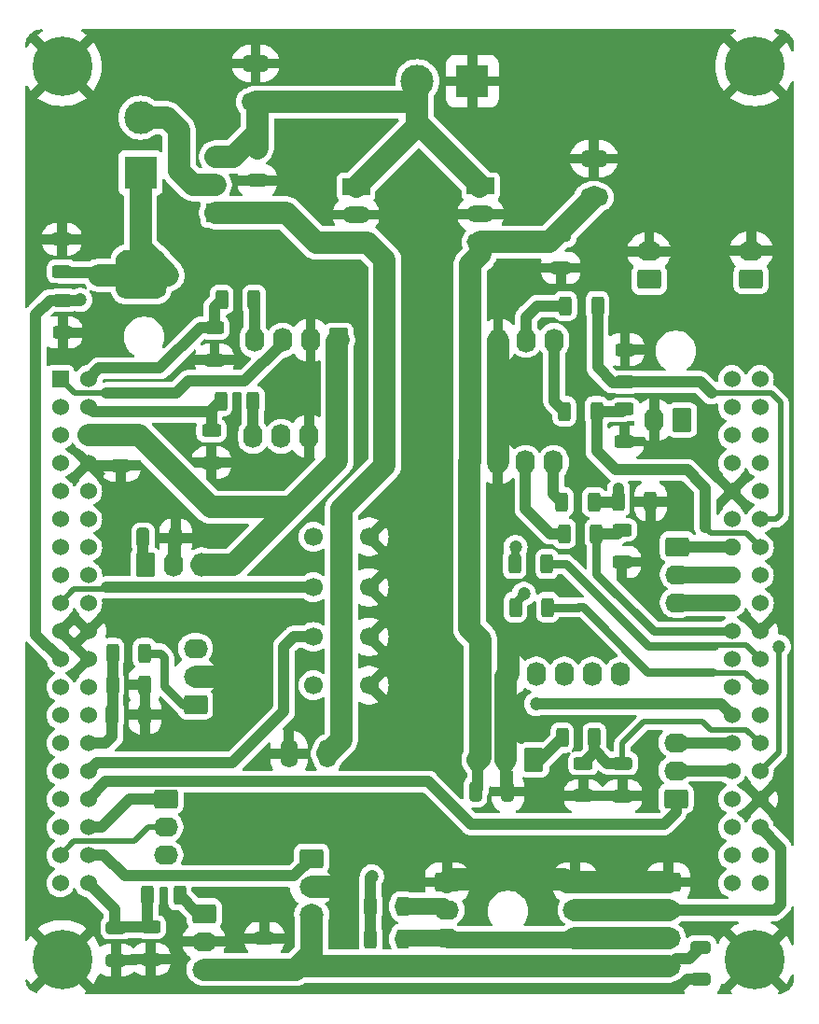
<source format=gbr>
%TF.GenerationSoftware,KiCad,Pcbnew,8.0.7-8.0.7-0~ubuntu22.04.1*%
%TF.CreationDate,2025-12-10T15:44:07+01:00*%
%TF.ProjectId,Electrobot-G474,456c6563-7472-46f6-926f-742d47343734,rev?*%
%TF.SameCoordinates,Original*%
%TF.FileFunction,Copper,L1,Top*%
%TF.FilePolarity,Positive*%
%FSLAX46Y46*%
G04 Gerber Fmt 4.6, Leading zero omitted, Abs format (unit mm)*
G04 Created by KiCad (PCBNEW 8.0.7-8.0.7-0~ubuntu22.04.1) date 2025-12-10 15:44:07*
%MOMM*%
%LPD*%
G01*
G04 APERTURE LIST*
G04 Aperture macros list*
%AMRoundRect*
0 Rectangle with rounded corners*
0 $1 Rounding radius*
0 $2 $3 $4 $5 $6 $7 $8 $9 X,Y pos of 4 corners*
0 Add a 4 corners polygon primitive as box body*
4,1,4,$2,$3,$4,$5,$6,$7,$8,$9,$2,$3,0*
0 Add four circle primitives for the rounded corners*
1,1,$1+$1,$2,$3*
1,1,$1+$1,$4,$5*
1,1,$1+$1,$6,$7*
1,1,$1+$1,$8,$9*
0 Add four rect primitives between the rounded corners*
20,1,$1+$1,$2,$3,$4,$5,0*
20,1,$1+$1,$4,$5,$6,$7,0*
20,1,$1+$1,$6,$7,$8,$9,0*
20,1,$1+$1,$8,$9,$2,$3,0*%
G04 Aperture macros list end*
%TA.AperFunction,SMDPad,CuDef*%
%ADD10RoundRect,0.250000X-0.312500X-0.625000X0.312500X-0.625000X0.312500X0.625000X-0.312500X0.625000X0*%
%TD*%
%TA.AperFunction,SMDPad,CuDef*%
%ADD11RoundRect,0.250000X0.625000X-0.312500X0.625000X0.312500X-0.625000X0.312500X-0.625000X-0.312500X0*%
%TD*%
%TA.AperFunction,ComponentPad*%
%ADD12C,5.400000*%
%TD*%
%TA.AperFunction,SMDPad,CuDef*%
%ADD13RoundRect,0.250000X0.312500X0.625000X-0.312500X0.625000X-0.312500X-0.625000X0.312500X-0.625000X0*%
%TD*%
%TA.AperFunction,SMDPad,CuDef*%
%ADD14RoundRect,0.250000X-0.325000X-0.650000X0.325000X-0.650000X0.325000X0.650000X-0.325000X0.650000X0*%
%TD*%
%TA.AperFunction,SMDPad,CuDef*%
%ADD15RoundRect,0.250000X0.650000X-0.325000X0.650000X0.325000X-0.650000X0.325000X-0.650000X-0.325000X0*%
%TD*%
%TA.AperFunction,SMDPad,CuDef*%
%ADD16RoundRect,0.250000X0.325000X0.650000X-0.325000X0.650000X-0.325000X-0.650000X0.325000X-0.650000X0*%
%TD*%
%TA.AperFunction,SMDPad,CuDef*%
%ADD17RoundRect,0.250000X-0.625000X0.312500X-0.625000X-0.312500X0.625000X-0.312500X0.625000X0.312500X0*%
%TD*%
%TA.AperFunction,SMDPad,CuDef*%
%ADD18RoundRect,0.250000X-0.650000X0.325000X-0.650000X-0.325000X0.650000X-0.325000X0.650000X0.325000X0*%
%TD*%
%TA.AperFunction,ComponentPad*%
%ADD19R,1.524000X1.524000*%
%TD*%
%TA.AperFunction,ComponentPad*%
%ADD20C,1.524000*%
%TD*%
%TA.AperFunction,ComponentPad*%
%ADD21R,3.000000X3.000000*%
%TD*%
%TA.AperFunction,ComponentPad*%
%ADD22C,3.000000*%
%TD*%
%TA.AperFunction,ComponentPad*%
%ADD23RoundRect,0.250000X-0.845000X0.620000X-0.845000X-0.620000X0.845000X-0.620000X0.845000X0.620000X0*%
%TD*%
%TA.AperFunction,ComponentPad*%
%ADD24O,2.190000X1.740000*%
%TD*%
%TA.AperFunction,ComponentPad*%
%ADD25O,1.600000X2.600000*%
%TD*%
%TA.AperFunction,ComponentPad*%
%ADD26RoundRect,0.250000X-0.620000X-0.845000X0.620000X-0.845000X0.620000X0.845000X-0.620000X0.845000X0*%
%TD*%
%TA.AperFunction,ComponentPad*%
%ADD27O,1.740000X2.190000*%
%TD*%
%TA.AperFunction,ComponentPad*%
%ADD28RoundRect,0.250000X0.845000X-0.620000X0.845000X0.620000X-0.845000X0.620000X-0.845000X-0.620000X0*%
%TD*%
%TA.AperFunction,ComponentPad*%
%ADD29RoundRect,0.250000X0.620000X0.845000X-0.620000X0.845000X-0.620000X-0.845000X0.620000X-0.845000X0*%
%TD*%
%TA.AperFunction,ComponentPad*%
%ADD30C,1.700000*%
%TD*%
%TA.AperFunction,ComponentPad*%
%ADD31R,2.500000X1.500000*%
%TD*%
%TA.AperFunction,ComponentPad*%
%ADD32O,2.500000X1.500000*%
%TD*%
%TA.AperFunction,ComponentPad*%
%ADD33R,1.700000X1.700000*%
%TD*%
%TA.AperFunction,ComponentPad*%
%ADD34O,1.700000X1.700000*%
%TD*%
%TA.AperFunction,ComponentPad*%
%ADD35O,2.600000X1.600000*%
%TD*%
%TA.AperFunction,ViaPad*%
%ADD36C,1.200000*%
%TD*%
%TA.AperFunction,ViaPad*%
%ADD37C,0.600000*%
%TD*%
%TA.AperFunction,Conductor*%
%ADD38C,1.000000*%
%TD*%
%TA.AperFunction,Conductor*%
%ADD39C,2.000000*%
%TD*%
%TA.AperFunction,Conductor*%
%ADD40C,0.750000*%
%TD*%
%TA.AperFunction,Conductor*%
%ADD41C,0.500000*%
%TD*%
%TA.AperFunction,Conductor*%
%ADD42C,1.500000*%
%TD*%
%TA.AperFunction,Conductor*%
%ADD43C,0.400000*%
%TD*%
G04 APERTURE END LIST*
D10*
%TO.P,R9,1*%
%TO.N,/Eana2*%
X140297500Y-107890000D03*
%TO.P,R9,2*%
%TO.N,/Eana2f*%
X143222500Y-107890000D03*
%TD*%
%TO.P,R14,1*%
%TO.N,/Eana1f*%
X99482500Y-103090000D03*
%TO.P,R14,2*%
%TO.N,GND*%
X102407500Y-103090000D03*
%TD*%
D11*
%TO.P,R11,1*%
%TO.N,GND*%
X108740000Y-73622500D03*
%TO.P,R11,2*%
%TO.N,/RS232_1_RX*%
X108740000Y-70697500D03*
%TD*%
D12*
%TO.P,H4,1,1*%
%TO.N,GND*%
X157800000Y-128020000D03*
%TD*%
D13*
%TO.P,R24,1*%
%TO.N,/LED2*%
X138920000Y-92130000D03*
%TO.P,R24,2*%
%TO.N,Net-(D2-A)*%
X135995000Y-92130000D03*
%TD*%
%TO.P,R10,1*%
%TO.N,/Eana3*%
X105592500Y-122180000D03*
%TO.P,R10,2*%
%TO.N,/Eana3f*%
X102667500Y-122180000D03*
%TD*%
D14*
%TO.P,C12,1*%
%TO.N,+5V*%
X132425000Y-112780000D03*
%TO.P,C12,2*%
%TO.N,GND*%
X135375000Y-112780000D03*
%TD*%
D13*
%TO.P,R23,1*%
%TO.N,/LED1*%
X138990000Y-96050000D03*
%TO.P,R23,2*%
%TO.N,Net-(D1-A)*%
X136065000Y-96050000D03*
%TD*%
D11*
%TO.P,R1,1*%
%TO.N,/DRAIN*%
X94900000Y-65592500D03*
%TO.P,R1,2*%
%TO.N,GND*%
X94900000Y-62667500D03*
%TD*%
D10*
%TO.P,R18,1*%
%TO.N,/Codeur2_A*%
X145397500Y-86480000D03*
%TO.P,R18,2*%
%TO.N,GND*%
X148322500Y-86480000D03*
%TD*%
D15*
%TO.P,C10,1*%
%TO.N,GND*%
X145770000Y-113155000D03*
%TO.P,C10,2*%
%TO.N,/Eana2f*%
X145770000Y-110205000D03*
%TD*%
D16*
%TO.P,C9,1*%
%TO.N,GND*%
X102420000Y-105800000D03*
%TO.P,C9,2*%
%TO.N,/Eana1f*%
X99470000Y-105800000D03*
%TD*%
D17*
%TO.P,R15,1*%
%TO.N,/Eana2f*%
X142230000Y-110217500D03*
%TO.P,R15,2*%
%TO.N,GND*%
X142230000Y-113142500D03*
%TD*%
D12*
%TO.P,H3,1,1*%
%TO.N,GND*%
X94910000Y-128020000D03*
%TD*%
D13*
%TO.P,R8,1*%
%TO.N,/Eana1*%
X102407500Y-100210000D03*
%TO.P,R8,2*%
%TO.N,/Eana1f*%
X99482500Y-100210000D03*
%TD*%
D18*
%TO.P,C2,1*%
%TO.N,/VBAT*%
X112630000Y-54405000D03*
%TO.P,C2,2*%
%TO.N,GND*%
X112630000Y-57355000D03*
%TD*%
D14*
%TO.P,C5,1*%
%TO.N,+3.3V*%
X102270000Y-89770000D03*
%TO.P,C5,2*%
%TO.N,GND*%
X105220000Y-89770000D03*
%TD*%
D17*
%TO.P,R13,1*%
%TO.N,/Codeur2_B*%
X145710000Y-89027500D03*
%TO.P,R13,2*%
%TO.N,GND*%
X145710000Y-91952500D03*
%TD*%
D10*
%TO.P,R3,1*%
%TO.N,Net-(J11-Pin_3)*%
X140587500Y-68730000D03*
%TO.P,R3,2*%
%TO.N,/Codeur1_B*%
X143512500Y-68730000D03*
%TD*%
D18*
%TO.P,C13,1*%
%TO.N,+5V*%
X152900000Y-126875000D03*
%TO.P,C13,2*%
%TO.N,GND*%
X152900000Y-129825000D03*
%TD*%
D13*
%TO.P,R7,1*%
%TO.N,Net-(J14-Pin_4)*%
X112332500Y-68150000D03*
%TO.P,R7,2*%
%TO.N,/RS232_1_RX*%
X109407500Y-68150000D03*
%TD*%
D11*
%TO.P,R22,1*%
%TO.N,GND*%
X108470000Y-82942500D03*
%TO.P,R22,2*%
%TO.N,/RS232_2_RX*%
X108470000Y-80017500D03*
%TD*%
D10*
%TO.P,R20,1*%
%TO.N,+3.3V*%
X122917500Y-123190000D03*
%TO.P,R20,2*%
%TO.N,/I2C_SCL*%
X125842500Y-123190000D03*
%TD*%
D12*
%TO.P,H1,1,1*%
%TO.N,GND*%
X157800000Y-46990000D03*
%TD*%
%TO.P,H2,1,1*%
%TO.N,GND*%
X94910000Y-46990000D03*
%TD*%
D17*
%TO.P,R16,1*%
%TO.N,/Eana3f*%
X102970000Y-125055000D03*
%TO.P,R16,2*%
%TO.N,GND*%
X102970000Y-127980000D03*
%TD*%
D10*
%TO.P,R12,1*%
%TO.N,Net-(J15-Pin_3)*%
X140497500Y-89370000D03*
%TO.P,R12,2*%
%TO.N,/Codeur2_B*%
X143422500Y-89370000D03*
%TD*%
%TO.P,R21,1*%
%TO.N,+3.3V*%
X122917500Y-126140000D03*
%TO.P,R21,2*%
%TO.N,/I2C_SDA*%
X125842500Y-126140000D03*
%TD*%
D15*
%TO.P,C11,1*%
%TO.N,GND*%
X99810000Y-128055000D03*
%TO.P,C11,2*%
%TO.N,/Eana3f*%
X99810000Y-125105000D03*
%TD*%
D13*
%TO.P,R19,1*%
%TO.N,Net-(J20-Pin_4)*%
X112242500Y-77360000D03*
%TO.P,R19,2*%
%TO.N,/RS232_2_RX*%
X109317500Y-77360000D03*
%TD*%
D18*
%TO.P,C7,1*%
%TO.N,+5V*%
X140180000Y-62325000D03*
%TO.P,C7,2*%
%TO.N,GND*%
X140180000Y-65275000D03*
%TD*%
D19*
%TO.P,U3,CN7_1,PC10*%
%TO.N,/RS232_1_TX*%
X94749700Y-75360000D03*
D20*
%TO.P,U3,CN7_2,PC11*%
%TO.N,/RS232_1_RX*%
X97289700Y-75360000D03*
%TO.P,U3,CN7_3,PC12*%
%TO.N,/RS232_2_TX*%
X94749700Y-77900000D03*
%TO.P,U3,CN7_4,PD2*%
%TO.N,/RS232_2_RX*%
X97289700Y-77900000D03*
%TO.P,U3,CN7_5,VDD*%
%TO.N,unconnected-(U3A-VDD-PadCN7_5)*%
X94749700Y-80440000D03*
%TO.P,U3,CN7_6,E5V*%
%TO.N,+5V*%
X97289700Y-80440000D03*
%TO.P,U3,CN7_7,PB8-BOOT0*%
%TO.N,unconnected-(U3A-PB8-BOOT0-PadCN7_7)*%
X94749700Y-82980000D03*
%TO.P,U3,CN7_8,GND_CN7_8*%
%TO.N,GND*%
X97289700Y-82980000D03*
%TO.P,U3,CN7_9,NC_CN7_9*%
%TO.N,unconnected-(U3A-NC_CN7_9-PadCN7_9)*%
X94749700Y-85520000D03*
%TO.P,U3,CN7_10,NC_CN7_10*%
%TO.N,unconnected-(U3A-NC_CN7_10-PadCN7_10)*%
X97289700Y-85520000D03*
%TO.P,U3,CN7_11,NC_CN7_11*%
%TO.N,unconnected-(U3A-NC_CN7_11-PadCN7_11)*%
X94749700Y-88060000D03*
%TO.P,U3,CN7_12,IOREF*%
%TO.N,unconnected-(U3A-IOREF-PadCN7_12)*%
X97289700Y-88060000D03*
%TO.P,U3,CN7_13,PA13*%
%TO.N,unconnected-(U3A-PA13-PadCN7_13)*%
X94749700Y-90600000D03*
%TO.P,U3,CN7_14,~{RST}*%
%TO.N,unconnected-(U3A-~{RST}-PadCN7_14)*%
X97289700Y-90600000D03*
%TO.P,U3,CN7_15,PA14*%
%TO.N,unconnected-(U3A-PA14-PadCN7_15)*%
X94749700Y-93140000D03*
%TO.P,U3,CN7_16,+3V3*%
%TO.N,+3.3V*%
X97289700Y-93140000D03*
%TO.P,U3,CN7_17,PA15*%
%TO.N,/Servo2_PWM*%
X94749700Y-95680000D03*
%TO.P,U3,CN7_18,+5V*%
%TO.N,unconnected-(U3A-+5V-PadCN7_18)*%
X97289700Y-95680000D03*
%TO.P,U3,CN7_19,GND_CN7_19*%
%TO.N,GND*%
X94749700Y-98220000D03*
%TO.P,U3,CN7_20,GND_CN7_20*%
X97289700Y-98220000D03*
%TO.P,U3,CN7_21,PB7*%
%TO.N,/Cde_Mosfet*%
X94749700Y-100760000D03*
%TO.P,U3,CN7_22,GND_CN7_22*%
%TO.N,GND*%
X97289700Y-100760000D03*
%TO.P,U3,CN7_23,PC13*%
%TO.N,unconnected-(U3A-PC13-PadCN7_23)*%
X94749700Y-103300000D03*
%TO.P,U3,CN7_24,VIN*%
%TO.N,unconnected-(U3A-VIN-PadCN7_24)*%
X97289700Y-103300000D03*
%TO.P,U3,CN7_25,PC14*%
%TO.N,unconnected-(U3A-PC14-PadCN7_25)*%
X94749700Y-105840000D03*
%TO.P,U3,CN7_26,NC_CN7_26*%
%TO.N,unconnected-(U3A-NC_CN7_26-PadCN7_26)*%
X97289700Y-105840000D03*
%TO.P,U3,CN7_27,PC15*%
%TO.N,unconnected-(U3A-PC15-PadCN7_27)*%
X94749700Y-108380000D03*
%TO.P,U3,CN7_28,PA0*%
%TO.N,/Eana1f*%
X97289700Y-108380000D03*
%TO.P,U3,CN7_29,PF0*%
%TO.N,unconnected-(U3A-PF0-PadCN7_29)*%
X94749700Y-110920000D03*
%TO.P,U3,CN7_30,PA1*%
%TO.N,/Servo3_PWM*%
X97289700Y-110920000D03*
%TO.P,U3,CN7_31,PF1*%
%TO.N,unconnected-(U3A-PF1-PadCN7_31)*%
X94749700Y-113460000D03*
%TO.P,U3,CN7_32,PA4*%
%TO.N,/Mot2_PWM*%
X97289700Y-113460000D03*
%TO.P,U3,CN7_33,VBAT*%
%TO.N,unconnected-(U3A-VBAT-PadCN7_33)*%
X94749700Y-116000000D03*
%TO.P,U3,CN7_34,PB0*%
%TO.N,/Mot3_PWM*%
X97289700Y-116000000D03*
%TO.P,U3,CN7_35,PC2*%
%TO.N,/Mot3_Sens2*%
X94749700Y-118540000D03*
%TO.P,U3,CN7_36,PC1/PB9*%
%TO.N,/Eana4*%
X97289700Y-118540000D03*
%TO.P,U3,CN7_37,PC3*%
%TO.N,/Mot3_Sens1*%
X94749700Y-121080000D03*
%TO.P,U3,CN7_38,PC0/PA15*%
%TO.N,/Eana3f*%
X97289700Y-121080000D03*
%TO.P,U3,CN10_1,PC9*%
%TO.N,/Etor1*%
X155709700Y-75360000D03*
%TO.P,U3,CN10_2,PC8*%
%TO.N,/Etor2*%
X158249700Y-75360000D03*
%TO.P,U3,CN10_3,PB8*%
%TO.N,unconnected-(U3B-PB8-PadCN10_3)*%
X155709700Y-77900000D03*
%TO.P,U3,CN10_4,PC6*%
%TO.N,/Codeur2_A*%
X158249700Y-77900000D03*
%TO.P,U3,CN10_5,PB9*%
%TO.N,/Etor3*%
X155709700Y-80440000D03*
%TO.P,U3,CN10_6,PC5*%
%TO.N,unconnected-(U3B-PC5-PadCN10_6)*%
X158249700Y-80440000D03*
%TO.P,U3,CN10_7,AVDD*%
%TO.N,unconnected-(U3B-AVDD-PadCN10_7)*%
X155709700Y-82980000D03*
%TO.P,U3,CN10_8,5V_USB_CHGR*%
%TO.N,unconnected-(U3B-5V_USB_CHGR-PadCN10_8)*%
X158249700Y-82980000D03*
%TO.P,U3,CN10_9,GND_CN10_9*%
%TO.N,GND*%
X155709700Y-85520000D03*
%TO.P,U3,CN10_10,NC_CN10_10*%
%TO.N,unconnected-(U3B-NC_CN10_10-PadCN10_10)*%
X158249700Y-85520000D03*
%TO.P,U3,CN10_11,PA5*%
%TO.N,unconnected-(U3B-PA5-PadCN10_11)*%
X155709700Y-88060000D03*
%TO.P,U3,CN10_12,PA12*%
%TO.N,/Codeur1_B*%
X158249700Y-88060000D03*
%TO.P,U3,CN10_13,PA6*%
%TO.N,/Mot1_PWM*%
X155709700Y-90600000D03*
%TO.P,U3,CN10_14,PA11*%
%TO.N,/Codeur1_A*%
X158249700Y-90600000D03*
%TO.P,U3,CN10_15,PA7*%
%TO.N,/Mot1_Sens2*%
X155709700Y-93140000D03*
%TO.P,U3,CN10_16,PB12*%
%TO.N,/SPI_CS1*%
X158249700Y-93140000D03*
%TO.P,U3,CN10_17,PB6*%
%TO.N,/Mot1_Sens1*%
X155709700Y-95680000D03*
%TO.P,U3,CN10_18,PB11*%
%TO.N,/Servo1_PWM*%
X158249700Y-95680000D03*
%TO.P,U3,CN10_19,PC7*%
%TO.N,/Codeur2_B*%
X155709700Y-98220000D03*
%TO.P,U3,CN10_20,GND_CN10_20*%
%TO.N,GND*%
X158249700Y-98220000D03*
%TO.P,U3,CN10_21,PA9*%
%TO.N,unconnected-(U3B-PA9-PadCN10_21)*%
X155709700Y-100760000D03*
%TO.P,U3,CN10_22,PB2*%
%TO.N,/LED2*%
X158249700Y-100760000D03*
%TO.P,U3,CN10_23,PA8*%
%TO.N,/I2C_SDA*%
X155709700Y-103300000D03*
%TO.P,U3,CN10_24,PB1*%
%TO.N,/LED1*%
X158249700Y-103300000D03*
%TO.P,U3,CN10_25,PB10*%
%TO.N,/Servo4_PWM*%
X155709700Y-105840000D03*
%TO.P,U3,CN10_26,PB15*%
%TO.N,/SPI_MOSI*%
X158249700Y-105840000D03*
%TO.P,U3,CN10_27,PB4*%
%TO.N,/Mot2_Sens1*%
X155709700Y-108380000D03*
%TO.P,U3,CN10_28,PB14*%
%TO.N,/Eana2f*%
X158249700Y-108380000D03*
%TO.P,U3,CN10_29,PB5*%
%TO.N,/Mot2_Sens2*%
X155709700Y-110920000D03*
%TO.P,U3,CN10_30,PB13*%
%TO.N,/SPI_CLK*%
X158249700Y-110920000D03*
%TO.P,U3,CN10_31,PB3*%
%TO.N,unconnected-(U3B-PB3-PadCN10_31)*%
X155709700Y-113460000D03*
%TO.P,U3,CN10_32,AGND*%
%TO.N,GND*%
X158249700Y-113460000D03*
%TO.P,U3,CN10_33,PA10*%
%TO.N,/SPI_MISO*%
X155709700Y-116000000D03*
%TO.P,U3,CN10_34,PC4*%
%TO.N,/I2C_SCL*%
X158249700Y-116000000D03*
%TO.P,U3,CN10_35,PA2/PC4*%
%TO.N,unconnected-(U3B-PA2{slash}PC4-PadCN10_35)*%
X155709700Y-118540000D03*
%TO.P,U3,CN10_36,NC_CN10_36*%
%TO.N,unconnected-(U3B-NC_CN10_36-PadCN10_36)*%
X158249700Y-118540000D03*
%TO.P,U3,CN10_37,PA3/PC5*%
%TO.N,unconnected-(U3B-PA3{slash}PC5-PadCN10_37)*%
X155709700Y-121080000D03*
%TO.P,U3,CN10_38,NC_CN10_38*%
%TO.N,unconnected-(U3B-NC_CN10_38-PadCN10_38)*%
X158249700Y-121080000D03*
%TD*%
D10*
%TO.P,R17,1*%
%TO.N,Net-(J15-Pin_4)*%
X140267500Y-86510000D03*
%TO.P,R17,2*%
%TO.N,/Codeur2_A*%
X143192500Y-86510000D03*
%TD*%
D11*
%TO.P,R4,1*%
%TO.N,/Codeur1_B*%
X146000000Y-75612500D03*
%TO.P,R4,2*%
%TO.N,GND*%
X146000000Y-72687500D03*
%TD*%
D17*
%TO.P,R2,1*%
%TO.N,/Cde_Mosfet*%
X94990000Y-68207500D03*
%TO.P,R2,2*%
%TO.N,GND*%
X94990000Y-71132500D03*
%TD*%
D18*
%TO.P,C4,1*%
%TO.N,+5V*%
X100230000Y-80230000D03*
%TO.P,C4,2*%
%TO.N,GND*%
X100230000Y-83180000D03*
%TD*%
D10*
%TO.P,R5,1*%
%TO.N,Net-(J11-Pin_4)*%
X140507500Y-78280000D03*
%TO.P,R5,2*%
%TO.N,/Codeur1_A*%
X143432500Y-78280000D03*
%TD*%
D15*
%TO.P,C8,1*%
%TO.N,+5V*%
X113280000Y-129030000D03*
%TO.P,C8,2*%
%TO.N,GND*%
X113280000Y-126080000D03*
%TD*%
D17*
%TO.P,R6,1*%
%TO.N,/Codeur1_A*%
X145960000Y-78097500D03*
%TO.P,R6,2*%
%TO.N,GND*%
X145960000Y-81022500D03*
%TD*%
D21*
%TO.P,J3,1,-*%
%TO.N,/DRAIN*%
X102030000Y-56640000D03*
D22*
%TO.P,J3,2,+*%
%TO.N,/+Vmosfet*%
X102030000Y-51640000D03*
%TD*%
D23*
%TO.P,J12,1,Pin_1*%
%TO.N,/Mot1_PWM*%
X150770000Y-90550000D03*
D24*
%TO.P,J12,2,Pin_2*%
%TO.N,/Mot1_Sens2*%
X150770000Y-93090000D03*
%TO.P,J12,3,Pin_3*%
%TO.N,/Mot1_Sens1*%
X150770000Y-95630000D03*
%TD*%
D25*
%TO.P,C6,1*%
%TO.N,/+6.5V*%
X119010000Y-109340000D03*
%TO.P,C6,2*%
%TO.N,GND*%
X115510000Y-109340000D03*
%TD*%
D26*
%TO.P,J1,1,Pin_1*%
%TO.N,+3.3V*%
X102485000Y-92220000D03*
D27*
%TO.P,J1,2,Pin_2*%
%TO.N,GND*%
X105025000Y-92220000D03*
%TO.P,J1,3,Pin_3*%
%TO.N,+5V*%
X107565000Y-92220000D03*
%TD*%
D23*
%TO.P,J13,1,Pin_1*%
%TO.N,/Mot3_PWM*%
X104330000Y-113440000D03*
D24*
%TO.P,J13,2,Pin_2*%
%TO.N,/Mot3_Sens2*%
X104330000Y-115980000D03*
%TO.P,J13,3,Pin_3*%
%TO.N,/Mot3_Sens1*%
X104330000Y-118520000D03*
%TD*%
D28*
%TO.P,J7,1,Pin_1*%
%TO.N,/Eana1*%
X107020000Y-104860000D03*
D24*
%TO.P,J7,2,Pin_2*%
%TO.N,GND*%
X107020000Y-102320000D03*
%TO.P,J7,3,Pin_3*%
%TO.N,+5V*%
X107020000Y-99780000D03*
%TD*%
D29*
%TO.P,J14,1,Pin_1*%
%TO.N,+5V*%
X120000000Y-71830000D03*
D27*
%TO.P,J14,2,Pin_2*%
%TO.N,GND*%
X117460000Y-71830000D03*
%TO.P,J14,3,Pin_3*%
%TO.N,/RS232_1_TX*%
X114920000Y-71830000D03*
%TO.P,J14,4,Pin_4*%
%TO.N,Net-(J14-Pin_4)*%
X112380000Y-71830000D03*
%TD*%
D29*
%TO.P,J8,1,Pin_1*%
%TO.N,/Eana2*%
X137750000Y-109890000D03*
D27*
%TO.P,J8,2,Pin_2*%
%TO.N,GND*%
X135210000Y-109890000D03*
%TO.P,J8,3,Pin_3*%
%TO.N,+5V*%
X132670000Y-109890000D03*
%TD*%
D23*
%TO.P,J10,1,Pin_1*%
%TO.N,/Eana4*%
X117570000Y-118850000D03*
D24*
%TO.P,J10,2,Pin_2*%
%TO.N,GND*%
X117570000Y-121390000D03*
%TO.P,J10,3,Pin_3*%
%TO.N,+5V*%
X117570000Y-123930000D03*
%TD*%
D23*
%TO.P,J9,1,Pin_1*%
%TO.N,/Eana3*%
X107810000Y-123820000D03*
D24*
%TO.P,J9,2,Pin_2*%
%TO.N,GND*%
X107810000Y-126360000D03*
%TO.P,J9,3,Pin_3*%
%TO.N,+5V*%
X107810000Y-128900000D03*
%TD*%
D30*
%TO.P,J17,1,Pin_1*%
%TO.N,/Servo2_PWM*%
X117713500Y-94250000D03*
%TO.P,J17,2,Pin_2*%
%TO.N,/+6.5V*%
X120253500Y-94250000D03*
%TO.P,J17,3,Pin_3*%
%TO.N,GND*%
X122793500Y-94250000D03*
%TD*%
D23*
%TO.P,J22,1,Pin_1*%
%TO.N,GND*%
X141470000Y-120980000D03*
D24*
%TO.P,J22,2,Pin_2*%
%TO.N,/I2C_SCL*%
X141470000Y-123520000D03*
%TO.P,J22,3,Pin_3*%
%TO.N,/I2C_SDA*%
X141470000Y-126060000D03*
%TO.P,J22,4,Pin_4*%
%TO.N,+5V*%
X141470000Y-128600000D03*
%TD*%
D31*
%TO.P,U2,1,Vin*%
%TO.N,/VBAT*%
X121600000Y-57920000D03*
D32*
%TO.P,U2,2,GND*%
%TO.N,GND*%
X121600000Y-60460000D03*
%TO.P,U2,3,Vout*%
%TO.N,/+6.5V*%
X121600000Y-63000000D03*
%TD*%
D21*
%TO.P,J2,1,-*%
%TO.N,GND*%
X132150000Y-48340000D03*
D22*
%TO.P,J2,2,+*%
%TO.N,/VBAT*%
X127150000Y-48340000D03*
%TD*%
D28*
%TO.P,J16,1,Pin_1*%
%TO.N,/Mot2_PWM*%
X150640000Y-113410000D03*
D24*
%TO.P,J16,2,Pin_2*%
%TO.N,/Mot2_Sens2*%
X150640000Y-110870000D03*
%TO.P,J16,3,Pin_3*%
%TO.N,/Mot2_Sens1*%
X150640000Y-108330000D03*
%TD*%
D31*
%TO.P,U1,1,Vin*%
%TO.N,/VBAT*%
X132900000Y-57850000D03*
D32*
%TO.P,U1,2,GND*%
%TO.N,GND*%
X132900000Y-60390000D03*
%TO.P,U1,3,Vout*%
%TO.N,+5V*%
X132900000Y-62930000D03*
%TD*%
D33*
%TO.P,JP1,1,A*%
%TO.N,/+6.5V*%
X108840000Y-60275000D03*
D34*
%TO.P,JP1,2,C*%
%TO.N,/+Vmosfet*%
X108840000Y-57735000D03*
%TO.P,JP1,3,B*%
%TO.N,/VBAT*%
X108840000Y-55195000D03*
%TD*%
D35*
%TO.P,C3,1*%
%TO.N,+5V*%
X143180000Y-58860000D03*
%TO.P,C3,2*%
%TO.N,GND*%
X143180000Y-55360000D03*
%TD*%
D26*
%TO.P,J19,1,Pin_1*%
%TO.N,+5V*%
X132870000Y-102130000D03*
D27*
%TO.P,J19,2,Pin_2*%
%TO.N,GND*%
X135410000Y-102130000D03*
%TO.P,J19,3,Pin_3*%
%TO.N,/SPI_CS1*%
X137950000Y-102130000D03*
%TO.P,J19,4,Pin_4*%
%TO.N,/SPI_CLK*%
X140490000Y-102130000D03*
%TO.P,J19,5,Pin_5*%
%TO.N,/SPI_MOSI*%
X143030000Y-102130000D03*
%TO.P,J19,6,Pin_6*%
%TO.N,/SPI_MISO*%
X145570000Y-102130000D03*
%TD*%
D35*
%TO.P,C1,1*%
%TO.N,/VBAT*%
X112480000Y-50240000D03*
%TO.P,C1,2*%
%TO.N,GND*%
X112480000Y-46740000D03*
%TD*%
D26*
%TO.P,J11,1,Pin_1*%
%TO.N,+5V*%
X131950000Y-71840000D03*
D27*
%TO.P,J11,2,Pin_2*%
%TO.N,GND*%
X134490000Y-71840000D03*
%TO.P,J11,3,Pin_3*%
%TO.N,Net-(J11-Pin_3)*%
X137030000Y-71840000D03*
%TO.P,J11,4,Pin_4*%
%TO.N,Net-(J11-Pin_4)*%
X139570000Y-71840000D03*
%TD*%
D29*
%TO.P,J6,1,Pin_1*%
%TO.N,/Etor3*%
X151190000Y-79070000D03*
D27*
%TO.P,J6,2,Pin_2*%
%TO.N,GND*%
X148650000Y-79070000D03*
%TD*%
D23*
%TO.P,J21,1,Pin_1*%
%TO.N,GND*%
X129860000Y-120980000D03*
D24*
%TO.P,J21,2,Pin_2*%
%TO.N,/I2C_SCL*%
X129860000Y-123520000D03*
%TO.P,J21,3,Pin_3*%
%TO.N,/I2C_SDA*%
X129860000Y-126060000D03*
%TO.P,J21,4,Pin_4*%
%TO.N,+5V*%
X129860000Y-128600000D03*
%TD*%
D30*
%TO.P,J18,1,Pin_1*%
%TO.N,/Servo4_PWM*%
X117713500Y-103130000D03*
%TO.P,J18,2,Pin_2*%
%TO.N,/+6.5V*%
X120253500Y-103130000D03*
%TO.P,J18,3,Pin_3*%
%TO.N,GND*%
X122793500Y-103130000D03*
%TD*%
D29*
%TO.P,J20,1,Pin_1*%
%TO.N,+5V*%
X119870000Y-80550000D03*
D27*
%TO.P,J20,2,Pin_2*%
%TO.N,GND*%
X117330000Y-80550000D03*
%TO.P,J20,3,Pin_3*%
%TO.N,/RS232_2_TX*%
X114790000Y-80550000D03*
%TO.P,J20,4,Pin_4*%
%TO.N,Net-(J20-Pin_4)*%
X112250000Y-80550000D03*
%TD*%
D30*
%TO.P,J24,1,Pin_1*%
%TO.N,/Servo3_PWM*%
X117713500Y-98740000D03*
%TO.P,J24,2,Pin_2*%
%TO.N,/+6.5V*%
X120253500Y-98740000D03*
%TO.P,J24,3,Pin_3*%
%TO.N,GND*%
X122793500Y-98740000D03*
%TD*%
D28*
%TO.P,J5,1,Pin_1*%
%TO.N,/Etor2*%
X157460000Y-66270000D03*
D24*
%TO.P,J5,2,Pin_2*%
%TO.N,GND*%
X157460000Y-63730000D03*
%TD*%
D26*
%TO.P,J15,1,Pin_1*%
%TO.N,+5V*%
X131900000Y-82920000D03*
D27*
%TO.P,J15,2,Pin_2*%
%TO.N,GND*%
X134440000Y-82920000D03*
%TO.P,J15,3,Pin_3*%
%TO.N,Net-(J15-Pin_3)*%
X136980000Y-82920000D03*
%TO.P,J15,4,Pin_4*%
%TO.N,Net-(J15-Pin_4)*%
X139520000Y-82920000D03*
%TD*%
D30*
%TO.P,J25,1,Pin_1*%
%TO.N,/Servo1_PWM*%
X117713500Y-89670000D03*
%TO.P,J25,2,Pin_2*%
%TO.N,/+6.5V*%
X120253500Y-89670000D03*
%TO.P,J25,3,Pin_3*%
%TO.N,GND*%
X122793500Y-89670000D03*
%TD*%
D28*
%TO.P,J4,1,Pin_1*%
%TO.N,/Etor1*%
X148200000Y-66330000D03*
D24*
%TO.P,J4,2,Pin_2*%
%TO.N,GND*%
X148200000Y-63790000D03*
%TD*%
D23*
%TO.P,J23,1,Pin_1*%
%TO.N,GND*%
X149950000Y-120980000D03*
D24*
%TO.P,J23,2,Pin_2*%
%TO.N,/I2C_SCL*%
X149950000Y-123520000D03*
%TO.P,J23,3,Pin_3*%
%TO.N,/I2C_SDA*%
X149950000Y-126060000D03*
%TO.P,J23,4,Pin_4*%
%TO.N,+5V*%
X149950000Y-128600000D03*
%TD*%
D36*
%TO.N,GND*%
X148150000Y-91960000D03*
X148130000Y-95060000D03*
X148110000Y-89500000D03*
%TO.N,+3.3V*%
X123040000Y-120470000D03*
%TO.N,Net-(D1-A)*%
X136830000Y-94840000D03*
%TO.N,Net-(D2-A)*%
X136070000Y-90600000D03*
%TO.N,/Servo4_PWM*%
X137940000Y-104830000D03*
%TO.N,/SPI_CLK*%
X159950000Y-99620000D03*
%TO.N,/Cde_Mosfet*%
X96560000Y-68180000D03*
D37*
%TO.N,/Codeur2_A*%
X145430000Y-85290000D03*
%TO.N,/DRAIN*%
X101390000Y-67590000D03*
X101390000Y-64230000D03*
X99060000Y-65940000D03*
X100290000Y-64250000D03*
X102550000Y-65940000D03*
X101400000Y-65940000D03*
X100290000Y-67570000D03*
X103800000Y-64190000D03*
X102520000Y-64190000D03*
X102500000Y-67590000D03*
X100270000Y-65940000D03*
X103830000Y-65940000D03*
X103780000Y-67590000D03*
%TD*%
D38*
%TO.N,GND*%
X105025000Y-92220000D02*
X105025000Y-89965000D01*
X100230000Y-83180000D02*
X97489700Y-83180000D01*
D39*
X135210000Y-102330000D02*
X135410000Y-102130000D01*
X135410000Y-102130000D02*
X135410000Y-99980000D01*
X130070000Y-120770000D02*
X129860000Y-120980000D01*
X135210000Y-109890000D02*
X135210000Y-102330000D01*
X140740000Y-120980000D02*
X140530000Y-120770000D01*
X134490000Y-71840000D02*
X134490000Y-82870000D01*
D38*
X135210000Y-109890000D02*
X135210000Y-112615000D01*
D39*
X140530000Y-120770000D02*
X130070000Y-120770000D01*
X117570000Y-121390000D02*
X119980000Y-121390000D01*
D38*
X97489700Y-83180000D02*
X97289700Y-82980000D01*
D39*
X149950000Y-120980000D02*
X141470000Y-120980000D01*
D38*
X105025000Y-89965000D02*
X105220000Y-89770000D01*
D39*
X107020000Y-102320000D02*
X109700000Y-102320000D01*
D38*
X135210000Y-112615000D02*
X135375000Y-112780000D01*
D39*
X109700000Y-102320000D02*
X109710000Y-102330000D01*
X141470000Y-120980000D02*
X140740000Y-120980000D01*
%TO.N,+5V*%
X131950000Y-71840000D02*
X131950000Y-64970000D01*
X131900000Y-97970000D02*
X132870000Y-98940000D01*
X110435000Y-92220000D02*
X115682500Y-86972500D01*
X107810000Y-128900000D02*
X116080000Y-128900000D01*
X132900000Y-62930000D02*
X139110000Y-62930000D01*
X101880000Y-80440000D02*
X108412500Y-86972500D01*
X132900000Y-64020000D02*
X132900000Y-62930000D01*
X107565000Y-92220000D02*
X110435000Y-92220000D01*
X115682500Y-86972500D02*
X119870000Y-82785000D01*
D38*
X132670000Y-109890000D02*
X132670000Y-112535000D01*
D39*
X132870000Y-98940000D02*
X132870000Y-102130000D01*
X131900000Y-82920000D02*
X131900000Y-97970000D01*
X131950000Y-71840000D02*
X131950000Y-82870000D01*
X116380000Y-128600000D02*
X129860000Y-128600000D01*
X97289700Y-80440000D02*
X101880000Y-80440000D01*
X132870000Y-109690000D02*
X132670000Y-109890000D01*
D38*
X97499700Y-80230000D02*
X97289700Y-80440000D01*
D39*
X116080000Y-128900000D02*
X117570000Y-127410000D01*
X131950000Y-64970000D02*
X132900000Y-64020000D01*
D38*
X150660000Y-127890000D02*
X149950000Y-128600000D01*
D39*
X129860000Y-128600000D02*
X141470000Y-128600000D01*
X117570000Y-127410000D02*
X117570000Y-123930000D01*
X119870000Y-80550000D02*
X119870000Y-71960000D01*
D38*
X152900000Y-126875000D02*
X151885000Y-127890000D01*
D39*
X119870000Y-71960000D02*
X120000000Y-71830000D01*
D38*
X151885000Y-127890000D02*
X150660000Y-127890000D01*
D39*
X108412500Y-86972500D02*
X115682500Y-86972500D01*
D38*
X132670000Y-112535000D02*
X132425000Y-112780000D01*
X100230000Y-80230000D02*
X97499700Y-80230000D01*
D39*
X141470000Y-128600000D02*
X149950000Y-128600000D01*
X119870000Y-82785000D02*
X119870000Y-80550000D01*
X132870000Y-105010000D02*
X132870000Y-109690000D01*
X131950000Y-82870000D02*
X131900000Y-82920000D01*
X132870000Y-102130000D02*
X132870000Y-105010000D01*
X116080000Y-128900000D02*
X116380000Y-128600000D01*
X139110000Y-62930000D02*
X143180000Y-58860000D01*
D38*
%TO.N,+3.3V*%
X122917500Y-120592500D02*
X123040000Y-120470000D01*
X102270000Y-89770000D02*
X102270000Y-92005000D01*
X122917500Y-126140000D02*
X122917500Y-120592500D01*
X102270000Y-92005000D02*
X102485000Y-92220000D01*
D39*
%TO.N,/VBAT*%
X112630000Y-53020000D02*
X112630000Y-50390000D01*
X127150000Y-48340000D02*
X127150000Y-52370000D01*
X112630000Y-54405000D02*
X112630000Y-53020000D01*
X127150000Y-52100000D02*
X132900000Y-57850000D01*
X108840000Y-55195000D02*
X110455000Y-55195000D01*
X110455000Y-55195000D02*
X112630000Y-53020000D01*
X132830000Y-57920000D02*
X132900000Y-57850000D01*
X112630000Y-50390000D02*
X112480000Y-50240000D01*
X127150000Y-52370000D02*
X121600000Y-57920000D01*
X126900000Y-50240000D02*
X127150000Y-50490000D01*
X112480000Y-50240000D02*
X126900000Y-50240000D01*
X127150000Y-48340000D02*
X127150000Y-50490000D01*
X127150000Y-50490000D02*
X127150000Y-52100000D01*
%TO.N,/+6.5V*%
X120253500Y-108096500D02*
X119010000Y-109340000D01*
X124190000Y-64530000D02*
X124190000Y-83210000D01*
X118010000Y-63020000D02*
X118030000Y-63000000D01*
X115265000Y-60275000D02*
X118010000Y-63020000D01*
X122050000Y-85350000D02*
X120253500Y-87146500D01*
X120253500Y-103130000D02*
X120253500Y-98740000D01*
X120253500Y-94250000D02*
X120253500Y-98740000D01*
X122660000Y-63000000D02*
X124190000Y-64530000D01*
X108840000Y-60275000D02*
X115265000Y-60275000D01*
X120253500Y-103130000D02*
X120253500Y-108096500D01*
X124190000Y-83210000D02*
X122050000Y-85350000D01*
X118030000Y-63000000D02*
X121600000Y-63000000D01*
X121600000Y-63000000D02*
X122660000Y-63000000D01*
X120253500Y-89670000D02*
X120253500Y-94250000D01*
X120253500Y-87146500D02*
X120253500Y-89670000D01*
D40*
%TO.N,/Eana1f*%
X99482500Y-105787500D02*
X99470000Y-105800000D01*
D38*
X99470000Y-107780000D02*
X99470000Y-105800000D01*
X99482500Y-100210000D02*
X99482500Y-105787500D01*
X98870000Y-108380000D02*
X99470000Y-107780000D01*
X97289700Y-108380000D02*
X98870000Y-108380000D01*
%TO.N,/Eana2f*%
X143222500Y-107890000D02*
X143222500Y-109225000D01*
D41*
X158249700Y-108380000D02*
X157037700Y-107168000D01*
D38*
X143222500Y-107890000D02*
X143222500Y-109002500D01*
X143222500Y-109002500D02*
X144425000Y-110205000D01*
D41*
X145770000Y-108390000D02*
X145770000Y-110205000D01*
D38*
X144425000Y-110205000D02*
X145770000Y-110205000D01*
D41*
X153010000Y-106420000D02*
X153040000Y-106420000D01*
D38*
X143222500Y-109225000D02*
X142230000Y-110217500D01*
D41*
X153758000Y-107168000D02*
X153010000Y-106420000D01*
X153040000Y-106420000D02*
X147740000Y-106420000D01*
X153040000Y-106420000D02*
X153470000Y-106850000D01*
X157037700Y-107168000D02*
X153758000Y-107168000D01*
X147740000Y-106420000D02*
X145770000Y-108390000D01*
D38*
%TO.N,/Eana3f*%
X97289700Y-121080000D02*
X99680000Y-123470300D01*
X102970000Y-125055000D02*
X99860000Y-125055000D01*
X99860000Y-125055000D02*
X99810000Y-125105000D01*
X102667500Y-122180000D02*
X102667500Y-124752500D01*
X99680000Y-123470300D02*
X99680000Y-124975000D01*
X102667500Y-124752500D02*
X102970000Y-125055000D01*
X99680000Y-124975000D02*
X99810000Y-125105000D01*
D40*
%TO.N,Net-(D1-A)*%
X136065000Y-96050000D02*
X136065000Y-95605000D01*
X136065000Y-95605000D02*
X136830000Y-94840000D01*
%TO.N,Net-(D2-A)*%
X135995000Y-90675000D02*
X136070000Y-90600000D01*
X135995000Y-92130000D02*
X135995000Y-90675000D01*
D42*
%TO.N,/I2C_SDA*%
X141310000Y-126220000D02*
X141470000Y-126060000D01*
X130020000Y-126220000D02*
X141310000Y-126220000D01*
X129860000Y-126060000D02*
X125922500Y-126060000D01*
D39*
X141470000Y-126060000D02*
X149950000Y-126060000D01*
D42*
X125922500Y-126060000D02*
X125842500Y-126140000D01*
X129860000Y-126060000D02*
X130020000Y-126220000D01*
D38*
%TO.N,/I2C_SCL*%
X158249700Y-116000000D02*
X160150000Y-117900300D01*
X159610000Y-123520000D02*
X149950000Y-123520000D01*
X160150000Y-117900300D02*
X160150000Y-122980000D01*
D39*
X141470000Y-123520000D02*
X149950000Y-123520000D01*
D42*
X129530000Y-123190000D02*
X129860000Y-123520000D01*
X125842500Y-123190000D02*
X129530000Y-123190000D01*
D38*
X160150000Y-122980000D02*
X159610000Y-123520000D01*
D42*
%TO.N,/Mot1_PWM*%
X155659700Y-90550000D02*
X155709700Y-90600000D01*
D38*
X150770000Y-90550000D02*
X155659700Y-90550000D01*
D42*
%TO.N,/Mot1_Sens2*%
X155709700Y-93140000D02*
X150820000Y-93140000D01*
X150820000Y-93140000D02*
X150770000Y-93090000D01*
%TO.N,/Mot1_Sens1*%
X155659700Y-95630000D02*
X155709700Y-95680000D01*
X150770000Y-95630000D02*
X155659700Y-95630000D01*
D38*
%TO.N,/Mot2_Sens2*%
X155659700Y-110870000D02*
X155709700Y-110920000D01*
X150640000Y-110870000D02*
X155659700Y-110870000D01*
%TO.N,/Mot2_Sens1*%
X150640000Y-108330000D02*
X155659700Y-108330000D01*
X155659700Y-108330000D02*
X155709700Y-108380000D01*
%TO.N,/Mot2_PWM*%
X128150000Y-111870000D02*
X132010000Y-115730000D01*
X149540000Y-115730000D02*
X150640000Y-114630000D01*
X97289700Y-113460000D02*
X98879700Y-111870000D01*
X150640000Y-114630000D02*
X150640000Y-113410000D01*
X98879700Y-111870000D02*
X128150000Y-111870000D01*
X132010000Y-115730000D02*
X149540000Y-115730000D01*
%TO.N,/Mot3_PWM*%
X101070000Y-113440000D02*
X104330000Y-113440000D01*
X97289700Y-116000000D02*
X98510000Y-116000000D01*
X98510000Y-116000000D02*
X101070000Y-113440000D01*
D41*
%TO.N,/Mot3_Sens2*%
X96004850Y-117270000D02*
X96004850Y-117284850D01*
X96004850Y-117270000D02*
X101435150Y-117270000D01*
X96004850Y-117284850D02*
X94749700Y-118540000D01*
X102725150Y-115980000D02*
X104330000Y-115980000D01*
X101435150Y-117270000D02*
X102725150Y-115980000D01*
%TO.N,/Servo2_PWM*%
X96079850Y-94430000D02*
X95999700Y-94430000D01*
X98860150Y-94430000D02*
X96079850Y-94430000D01*
D38*
X117713500Y-94250000D02*
X98960000Y-94250000D01*
D41*
X98960000Y-94250000D02*
X98858000Y-94352000D01*
X95999700Y-94430000D02*
X94749700Y-95680000D01*
D38*
%TO.N,/Servo3_PWM*%
X117713500Y-98740000D02*
X115930000Y-98740000D01*
X115050000Y-105500000D02*
X115050000Y-99620000D01*
X115930000Y-98740000D02*
X115050000Y-99620000D01*
X98051699Y-110158001D02*
X110391999Y-110158001D01*
X110391999Y-110158001D02*
X115050000Y-105500000D01*
X97289700Y-110920000D02*
X98051699Y-110158001D01*
%TO.N,/Servo4_PWM*%
X154699700Y-104830000D02*
X155709700Y-105840000D01*
X137940000Y-104830000D02*
X154699700Y-104830000D01*
D41*
%TO.N,/SPI_CLK*%
X159950000Y-109219700D02*
X158249700Y-110920000D01*
X159950000Y-99620000D02*
X159950000Y-109219700D01*
D40*
%TO.N,/Eana1*%
X105860000Y-104860000D02*
X104200000Y-103200000D01*
X104200000Y-100600000D02*
X103810000Y-100210000D01*
X103810000Y-100210000D02*
X102407500Y-100210000D01*
X107020000Y-104860000D02*
X105860000Y-104860000D01*
X104200000Y-103200000D02*
X104200000Y-100600000D01*
D38*
%TO.N,/Eana2*%
X138297500Y-109890000D02*
X140297500Y-107890000D01*
X137750000Y-109890000D02*
X138297500Y-109890000D01*
%TO.N,/Eana3*%
X107232500Y-123820000D02*
X105592500Y-122180000D01*
X107810000Y-123820000D02*
X107232500Y-123820000D01*
%TO.N,/Eana4*%
X98710000Y-118540000D02*
X100600000Y-120430000D01*
X100600000Y-120430000D02*
X115990000Y-120430000D01*
X115990000Y-120430000D02*
X117570000Y-118850000D01*
X97289700Y-118540000D02*
X98710000Y-118540000D01*
%TO.N,/Cde_Mosfet*%
X92530000Y-98540300D02*
X92530000Y-69490000D01*
X94990000Y-68207500D02*
X96532500Y-68207500D01*
X94749700Y-100760000D02*
X92530000Y-98540300D01*
X92530000Y-69490000D02*
X93812500Y-68207500D01*
X93812500Y-68207500D02*
X94990000Y-68207500D01*
X96532500Y-68207500D02*
X96560000Y-68180000D01*
%TO.N,/Codeur1_B*%
X145962500Y-75650000D02*
X146000000Y-75612500D01*
X143512500Y-68730000D02*
X143512500Y-74282500D01*
D41*
X153855000Y-76630000D02*
X159265000Y-76630000D01*
D38*
X144880000Y-75650000D02*
X145962500Y-75650000D01*
D41*
X160140000Y-87660000D02*
X159740000Y-88060000D01*
D38*
X143512500Y-74282500D02*
X144880000Y-75650000D01*
D41*
X159265000Y-76630000D02*
X160140000Y-77505000D01*
D38*
X152837500Y-75612500D02*
X153855000Y-76630000D01*
D41*
X160140000Y-77505000D02*
X160140000Y-87660000D01*
D38*
X146000000Y-75612500D02*
X152837500Y-75612500D01*
D41*
X159740000Y-88060000D02*
X158249700Y-88060000D01*
D38*
%TO.N,/Codeur1_A*%
X143432500Y-81862500D02*
X145170000Y-83600000D01*
X143432500Y-78280000D02*
X145777500Y-78280000D01*
X152930000Y-84890000D02*
X153290000Y-85250000D01*
D41*
X158249700Y-90600000D02*
X156999700Y-89350000D01*
D38*
X145777500Y-78280000D02*
X145960000Y-78097500D01*
X143432500Y-78280000D02*
X143432500Y-81862500D01*
X145170000Y-83600000D02*
X151640000Y-83600000D01*
D41*
X153800000Y-89350000D02*
X153290000Y-88840000D01*
D38*
X151640000Y-83600000D02*
X152930000Y-84890000D01*
X153290000Y-85250000D02*
X153290000Y-88840000D01*
D41*
X156999700Y-89350000D02*
X153800000Y-89350000D01*
D40*
%TO.N,/Codeur2_B*%
X143422500Y-93012500D02*
X148610000Y-98200000D01*
X148630000Y-98220000D02*
X155709700Y-98220000D01*
D38*
X143422500Y-89370000D02*
X145367500Y-89370000D01*
D40*
X143422500Y-89370000D02*
X143422500Y-93012500D01*
D38*
X145367500Y-89370000D02*
X145710000Y-89027500D01*
D40*
X148610000Y-98200000D02*
X148630000Y-98220000D01*
D38*
%TO.N,/Codeur2_A*%
X145367500Y-86510000D02*
X145397500Y-86480000D01*
X145397500Y-85322500D02*
X145430000Y-85290000D01*
X145397500Y-86480000D02*
X145397500Y-85322500D01*
X143192500Y-86510000D02*
X145367500Y-86510000D01*
D41*
%TO.N,/LED1*%
X153970000Y-101920000D02*
X154022000Y-101972000D01*
D40*
X153970000Y-101920000D02*
X148080000Y-101920000D01*
D41*
X156969700Y-102020000D02*
X158249700Y-103300000D01*
X154020150Y-102020000D02*
X156919850Y-102020000D01*
X156919850Y-102020000D02*
X156969700Y-102020000D01*
D40*
X148080000Y-101920000D02*
X142200000Y-96040000D01*
X141770000Y-96040000D02*
X141760000Y-96050000D01*
X141760000Y-96050000D02*
X138990000Y-96050000D01*
X142200000Y-96040000D02*
X141770000Y-96040000D01*
D41*
%TO.N,/LED2*%
X154120000Y-99580000D02*
X154152000Y-99548000D01*
X138860000Y-92190000D02*
X138920000Y-92130000D01*
X154152000Y-99490000D02*
X156979700Y-99490000D01*
X156979700Y-99490000D02*
X158249700Y-100760000D01*
D40*
X140970000Y-92450000D02*
X148100000Y-99580000D01*
X148100000Y-99580000D02*
X154120000Y-99580000D01*
X138920000Y-92130000D02*
X140650000Y-92130000D01*
X140650000Y-92130000D02*
X140970000Y-92450000D01*
D39*
%TO.N,/DRAIN*%
X104530000Y-65940000D02*
X104240000Y-65940000D01*
X102030000Y-56640000D02*
X102030000Y-63440000D01*
X99060000Y-65940000D02*
X103830000Y-65940000D01*
X102030000Y-63440000D02*
X104530000Y-65940000D01*
X99060000Y-65940000D02*
X98230000Y-65940000D01*
D38*
X94630000Y-65670000D02*
X97960000Y-65670000D01*
X97960000Y-65670000D02*
X98230000Y-65940000D01*
%TO.N,Net-(J11-Pin_4)*%
X139570000Y-77342500D02*
X140507500Y-78280000D01*
X139570000Y-71840000D02*
X139570000Y-77342500D01*
%TO.N,Net-(J11-Pin_3)*%
X137030000Y-71840000D02*
X137030000Y-69720000D01*
X137030000Y-69720000D02*
X138020000Y-68730000D01*
X138020000Y-68730000D02*
X140587500Y-68730000D01*
%TO.N,Net-(J14-Pin_4)*%
X112380000Y-68197500D02*
X112332500Y-68150000D01*
X112380000Y-71830000D02*
X112380000Y-68197500D01*
D41*
%TO.N,/RS232_1_TX*%
X96019700Y-76630000D02*
X98770150Y-76630000D01*
D38*
X106340000Y-75540000D02*
X105330000Y-76550000D01*
D41*
X94749700Y-75360000D02*
X96019700Y-76630000D01*
D38*
X105250000Y-76630000D02*
X98960000Y-76630000D01*
X111500000Y-75540000D02*
X106340000Y-75540000D01*
X105330000Y-76550000D02*
X105250000Y-76630000D01*
D43*
X98852000Y-76522000D02*
X98960000Y-76630000D01*
D38*
X114920000Y-72120000D02*
X111500000Y-75540000D01*
X114920000Y-71830000D02*
X114920000Y-72120000D01*
%TO.N,Net-(J15-Pin_3)*%
X139210000Y-89370000D02*
X140497500Y-89370000D01*
X136980000Y-82920000D02*
X136980000Y-87140000D01*
X139090000Y-89250000D02*
X139210000Y-89370000D01*
X136980000Y-87140000D02*
X139090000Y-89250000D01*
%TO.N,Net-(J15-Pin_4)*%
X139520000Y-82920000D02*
X139520000Y-85762500D01*
X139520000Y-85762500D02*
X140267500Y-86510000D01*
%TO.N,Net-(J20-Pin_4)*%
X112250000Y-80550000D02*
X112250000Y-77367500D01*
X112250000Y-77367500D02*
X112242500Y-77360000D01*
%TO.N,/RS232_1_RX*%
X107452500Y-70697500D02*
X108740000Y-70697500D01*
X97289700Y-75360000D02*
X98279700Y-74370000D01*
X98279700Y-74370000D02*
X103780000Y-74370000D01*
X108740000Y-68817500D02*
X109407500Y-68150000D01*
X108740000Y-70697500D02*
X108740000Y-68817500D01*
X103780000Y-74370000D02*
X107452500Y-70697500D01*
%TO.N,/RS232_2_RX*%
X108347500Y-78330000D02*
X108858750Y-77818750D01*
X108470000Y-80017500D02*
X108470000Y-78207500D01*
X108470000Y-78207500D02*
X108858750Y-77818750D01*
X97719700Y-78330000D02*
X108347500Y-78330000D01*
X97289700Y-77900000D02*
X97719700Y-78330000D01*
X108858750Y-77818750D02*
X109317500Y-77360000D01*
D39*
%TO.N,/+Vmosfet*%
X108840000Y-57735000D02*
X106805000Y-57735000D01*
X104430000Y-51640000D02*
X102030000Y-51640000D01*
X105540000Y-56470000D02*
X105540000Y-52750000D01*
X105540000Y-52750000D02*
X104430000Y-51640000D01*
X106805000Y-57735000D02*
X105540000Y-56470000D01*
D38*
%TO.N,GND*%
X152900000Y-129825000D02*
X151675000Y-129825000D01*
X151675000Y-129825000D02*
X151020000Y-130480000D01*
%TD*%
%TA.AperFunction,Conductor*%
%TO.N,GND*%
G36*
X91755703Y-99181371D02*
G01*
X91762181Y-99187403D01*
X91896537Y-99321759D01*
X91896559Y-99321779D01*
X93464613Y-100889833D01*
X93498098Y-100951156D01*
X93500460Y-100966700D01*
X93501630Y-100980067D01*
X93501630Y-100980070D01*
X93558804Y-101193445D01*
X93558805Y-101193447D01*
X93558806Y-101193450D01*
X93635298Y-101357488D01*
X93652166Y-101393662D01*
X93652168Y-101393666D01*
X93778870Y-101574615D01*
X93778875Y-101574621D01*
X93935078Y-101730824D01*
X93935084Y-101730829D01*
X94116033Y-101857531D01*
X94116035Y-101857532D01*
X94116038Y-101857534D01*
X94207834Y-101900339D01*
X94244889Y-101917618D01*
X94297328Y-101963790D01*
X94316480Y-102030984D01*
X94296264Y-102097865D01*
X94244889Y-102142382D01*
X94116040Y-102202465D01*
X94116038Y-102202466D01*
X93935077Y-102329175D01*
X93778875Y-102485377D01*
X93652166Y-102666338D01*
X93652165Y-102666340D01*
X93558807Y-102866548D01*
X93558804Y-102866554D01*
X93501630Y-103079929D01*
X93501629Y-103079937D01*
X93482377Y-103299997D01*
X93482377Y-103300002D01*
X93501629Y-103520062D01*
X93501630Y-103520070D01*
X93558804Y-103733445D01*
X93558805Y-103733447D01*
X93558806Y-103733450D01*
X93646106Y-103920666D01*
X93652166Y-103933662D01*
X93652168Y-103933666D01*
X93778870Y-104114615D01*
X93778875Y-104114621D01*
X93935078Y-104270824D01*
X93935084Y-104270829D01*
X94116033Y-104397531D01*
X94116035Y-104397532D01*
X94116038Y-104397534D01*
X94187275Y-104430752D01*
X94244889Y-104457618D01*
X94297328Y-104503790D01*
X94316480Y-104570984D01*
X94296264Y-104637865D01*
X94244889Y-104682382D01*
X94116040Y-104742465D01*
X94116038Y-104742466D01*
X93935077Y-104869175D01*
X93778875Y-105025377D01*
X93652166Y-105206338D01*
X93652165Y-105206340D01*
X93558807Y-105406548D01*
X93558804Y-105406554D01*
X93501630Y-105619929D01*
X93501629Y-105619937D01*
X93482377Y-105839997D01*
X93482377Y-105840002D01*
X93501629Y-106060062D01*
X93501630Y-106060070D01*
X93558804Y-106273445D01*
X93558805Y-106273447D01*
X93558806Y-106273450D01*
X93625977Y-106417500D01*
X93652166Y-106473662D01*
X93652168Y-106473666D01*
X93778870Y-106654615D01*
X93778875Y-106654621D01*
X93935078Y-106810824D01*
X93935084Y-106810829D01*
X94116033Y-106937531D01*
X94116035Y-106937532D01*
X94116038Y-106937534D01*
X94152150Y-106954373D01*
X94244889Y-106997618D01*
X94297328Y-107043790D01*
X94316480Y-107110984D01*
X94296264Y-107177865D01*
X94244889Y-107222382D01*
X94116040Y-107282465D01*
X94116038Y-107282466D01*
X93935077Y-107409175D01*
X93778875Y-107565377D01*
X93652166Y-107746338D01*
X93652165Y-107746340D01*
X93558807Y-107946548D01*
X93558806Y-107946550D01*
X93501630Y-108159929D01*
X93501629Y-108159937D01*
X93482377Y-108379997D01*
X93482377Y-108380002D01*
X93501629Y-108600062D01*
X93501630Y-108600070D01*
X93558804Y-108813445D01*
X93558805Y-108813447D01*
X93558806Y-108813450D01*
X93591208Y-108882936D01*
X93652166Y-109013662D01*
X93652168Y-109013666D01*
X93778870Y-109194615D01*
X93778875Y-109194621D01*
X93935078Y-109350824D01*
X93935084Y-109350829D01*
X94116033Y-109477531D01*
X94116035Y-109477532D01*
X94116038Y-109477534D01*
X94217105Y-109524662D01*
X94244889Y-109537618D01*
X94297328Y-109583790D01*
X94316480Y-109650984D01*
X94296264Y-109717865D01*
X94244889Y-109762382D01*
X94116040Y-109822465D01*
X94116038Y-109822466D01*
X93935077Y-109949175D01*
X93778875Y-110105377D01*
X93652166Y-110286338D01*
X93652165Y-110286340D01*
X93614964Y-110366118D01*
X93568391Y-110465996D01*
X93558807Y-110486548D01*
X93558804Y-110486554D01*
X93501630Y-110699929D01*
X93501629Y-110699937D01*
X93482377Y-110919997D01*
X93482377Y-110920000D01*
X93501629Y-111140062D01*
X93501630Y-111140070D01*
X93558804Y-111353445D01*
X93558805Y-111353447D01*
X93558806Y-111353450D01*
X93633556Y-111513753D01*
X93652166Y-111553662D01*
X93652168Y-111553666D01*
X93778870Y-111734615D01*
X93778875Y-111734621D01*
X93935078Y-111890824D01*
X93935084Y-111890829D01*
X94116033Y-112017531D01*
X94116035Y-112017532D01*
X94116038Y-112017534D01*
X94185664Y-112050001D01*
X94244889Y-112077618D01*
X94297328Y-112123790D01*
X94316480Y-112190984D01*
X94296264Y-112257865D01*
X94244889Y-112302382D01*
X94116040Y-112362465D01*
X94116038Y-112362466D01*
X93935077Y-112489175D01*
X93778875Y-112645377D01*
X93652166Y-112826338D01*
X93652165Y-112826340D01*
X93558807Y-113026548D01*
X93558804Y-113026554D01*
X93501630Y-113239929D01*
X93501629Y-113239937D01*
X93482377Y-113459997D01*
X93482377Y-113460002D01*
X93501629Y-113680062D01*
X93501630Y-113680070D01*
X93558804Y-113893445D01*
X93558805Y-113893447D01*
X93558806Y-113893450D01*
X93616415Y-114016993D01*
X93652166Y-114093662D01*
X93652168Y-114093666D01*
X93778870Y-114274615D01*
X93778875Y-114274621D01*
X93935078Y-114430824D01*
X93935084Y-114430829D01*
X94116033Y-114557531D01*
X94116035Y-114557532D01*
X94116038Y-114557534D01*
X94181058Y-114587853D01*
X94244889Y-114617618D01*
X94297328Y-114663790D01*
X94316480Y-114730984D01*
X94296264Y-114797865D01*
X94244889Y-114842382D01*
X94116040Y-114902465D01*
X94116038Y-114902466D01*
X93935077Y-115029175D01*
X93778875Y-115185377D01*
X93652166Y-115366338D01*
X93652165Y-115366340D01*
X93558807Y-115566548D01*
X93558804Y-115566554D01*
X93501630Y-115779929D01*
X93501629Y-115779937D01*
X93482377Y-115999997D01*
X93482377Y-116000002D01*
X93501629Y-116220062D01*
X93501630Y-116220070D01*
X93558804Y-116433445D01*
X93558805Y-116433447D01*
X93558806Y-116433450D01*
X93592082Y-116504811D01*
X93652166Y-116633662D01*
X93652168Y-116633666D01*
X93778870Y-116814615D01*
X93778875Y-116814621D01*
X93935078Y-116970824D01*
X93935084Y-116970829D01*
X94116033Y-117097531D01*
X94116035Y-117097532D01*
X94116038Y-117097534D01*
X94170996Y-117123161D01*
X94244889Y-117157618D01*
X94297328Y-117203790D01*
X94316480Y-117270984D01*
X94296264Y-117337865D01*
X94244889Y-117382382D01*
X94116040Y-117442465D01*
X94116038Y-117442466D01*
X93935077Y-117569175D01*
X93778875Y-117725377D01*
X93652166Y-117906338D01*
X93652165Y-117906340D01*
X93558807Y-118106548D01*
X93558804Y-118106554D01*
X93501630Y-118319929D01*
X93501629Y-118319937D01*
X93482377Y-118539997D01*
X93482377Y-118540002D01*
X93501629Y-118760062D01*
X93501630Y-118760070D01*
X93558804Y-118973445D01*
X93558805Y-118973447D01*
X93558806Y-118973450D01*
X93602381Y-119066897D01*
X93652166Y-119173662D01*
X93652168Y-119173666D01*
X93778870Y-119354615D01*
X93778875Y-119354621D01*
X93935078Y-119510824D01*
X93935084Y-119510829D01*
X94116033Y-119637531D01*
X94116035Y-119637532D01*
X94116038Y-119637534D01*
X94235448Y-119693215D01*
X94244889Y-119697618D01*
X94297328Y-119743790D01*
X94316480Y-119810984D01*
X94296264Y-119877865D01*
X94244889Y-119922382D01*
X94116040Y-119982465D01*
X94116038Y-119982466D01*
X93935077Y-120109175D01*
X93778875Y-120265377D01*
X93652166Y-120446338D01*
X93652165Y-120446340D01*
X93558807Y-120646548D01*
X93558804Y-120646554D01*
X93501630Y-120859929D01*
X93501629Y-120859937D01*
X93482377Y-121079997D01*
X93482377Y-121080002D01*
X93501629Y-121300062D01*
X93501630Y-121300070D01*
X93558804Y-121513445D01*
X93558805Y-121513447D01*
X93558806Y-121513450D01*
X93570401Y-121538315D01*
X93652166Y-121713662D01*
X93652168Y-121713666D01*
X93778870Y-121894615D01*
X93778875Y-121894621D01*
X93935078Y-122050824D01*
X93935084Y-122050829D01*
X94116033Y-122177531D01*
X94116035Y-122177532D01*
X94116038Y-122177534D01*
X94316250Y-122270894D01*
X94529632Y-122328070D01*
X94680924Y-122341306D01*
X94749698Y-122347323D01*
X94749700Y-122347323D01*
X94749702Y-122347323D01*
X94818476Y-122341306D01*
X94969768Y-122328070D01*
X95183150Y-122270894D01*
X95383362Y-122177534D01*
X95564320Y-122050826D01*
X95720526Y-121894620D01*
X95847234Y-121713662D01*
X95907318Y-121584811D01*
X95953490Y-121532371D01*
X96020683Y-121513219D01*
X96087565Y-121533435D01*
X96132082Y-121584811D01*
X96192164Y-121713658D01*
X96192168Y-121713666D01*
X96318870Y-121894615D01*
X96318875Y-121894621D01*
X96475078Y-122050824D01*
X96475084Y-122050829D01*
X96656033Y-122177531D01*
X96656035Y-122177532D01*
X96656038Y-122177534D01*
X96856250Y-122270894D01*
X97069632Y-122328070D01*
X97082988Y-122329238D01*
X97148056Y-122354688D01*
X97159864Y-122365085D01*
X98643181Y-123848401D01*
X98676666Y-123909724D01*
X98679500Y-123936082D01*
X98679500Y-124147770D01*
X98659815Y-124214809D01*
X98643181Y-124235451D01*
X98567289Y-124311342D01*
X98475187Y-124460663D01*
X98475185Y-124460668D01*
X98455359Y-124520500D01*
X98420001Y-124627203D01*
X98420001Y-124627204D01*
X98420000Y-124627204D01*
X98409500Y-124729983D01*
X98409500Y-125480001D01*
X98409501Y-125480019D01*
X98420000Y-125582796D01*
X98420001Y-125582799D01*
X98454476Y-125686836D01*
X98475186Y-125749334D01*
X98567288Y-125898656D01*
X98691344Y-126022712D01*
X98840666Y-126114814D01*
X99007203Y-126169999D01*
X99109991Y-126180500D01*
X100510008Y-126180499D01*
X100612797Y-126169999D01*
X100779334Y-126114814D01*
X100845568Y-126073961D01*
X100910664Y-126055500D01*
X102015271Y-126055500D01*
X102054274Y-126061793D01*
X102192203Y-126107499D01*
X102294991Y-126118000D01*
X103645008Y-126117999D01*
X103747797Y-126107499D01*
X103914334Y-126052314D01*
X104063656Y-125960212D01*
X104187712Y-125836156D01*
X104279814Y-125686834D01*
X104334999Y-125520297D01*
X104345500Y-125417509D01*
X104345499Y-124692492D01*
X104344061Y-124678418D01*
X104334999Y-124589703D01*
X104334998Y-124589700D01*
X104326979Y-124565500D01*
X104279814Y-124423166D01*
X104187712Y-124273844D01*
X104063656Y-124149788D01*
X103914334Y-124057686D01*
X103752995Y-124004223D01*
X103695551Y-123964451D01*
X103668728Y-123899935D01*
X103668000Y-123886518D01*
X103668000Y-123134728D01*
X103674294Y-123095724D01*
X103719999Y-122957797D01*
X103730500Y-122855009D01*
X103730499Y-121554499D01*
X103750184Y-121487461D01*
X103802987Y-121441706D01*
X103854499Y-121430500D01*
X104405500Y-121430500D01*
X104472539Y-121450185D01*
X104518294Y-121502989D01*
X104529500Y-121554500D01*
X104529500Y-122855001D01*
X104529501Y-122855018D01*
X104540000Y-122957796D01*
X104540001Y-122957799D01*
X104595185Y-123124331D01*
X104595187Y-123124336D01*
X104620973Y-123166142D01*
X104687288Y-123273656D01*
X104811344Y-123397712D01*
X104960666Y-123489814D01*
X105127203Y-123544999D01*
X105229991Y-123555500D01*
X105501717Y-123555499D01*
X105568756Y-123575183D01*
X105589398Y-123591818D01*
X106178181Y-124180601D01*
X106211666Y-124241924D01*
X106214500Y-124268281D01*
X106214500Y-124490000D01*
X106214501Y-124490007D01*
X106225000Y-124592796D01*
X106225001Y-124592799D01*
X106280185Y-124759331D01*
X106280187Y-124759336D01*
X106311128Y-124809500D01*
X106372288Y-124908656D01*
X106372290Y-124908658D01*
X106374888Y-124911943D01*
X106375969Y-124914624D01*
X106376080Y-124914803D01*
X106376049Y-124914821D01*
X106401029Y-124976738D01*
X106387990Y-125045381D01*
X106365304Y-125076537D01*
X106251392Y-125190448D01*
X106251386Y-125190455D01*
X106110147Y-125374522D01*
X106110136Y-125374538D01*
X105994132Y-125575461D01*
X105994124Y-125575478D01*
X105905338Y-125789828D01*
X105873138Y-125909999D01*
X105873138Y-125910000D01*
X107418544Y-125910000D01*
X107333882Y-125994662D01*
X107255548Y-126130339D01*
X107215000Y-126281667D01*
X107215000Y-126438333D01*
X107255548Y-126589661D01*
X107333882Y-126725338D01*
X107418544Y-126810000D01*
X105873138Y-126810000D01*
X105905338Y-126930171D01*
X105994124Y-127144521D01*
X105994132Y-127144538D01*
X106110136Y-127345461D01*
X106110147Y-127345477D01*
X106251386Y-127529544D01*
X106251392Y-127529551D01*
X106415448Y-127693607D01*
X106415455Y-127693613D01*
X106550970Y-127797597D01*
X106592173Y-127854025D01*
X106596328Y-127923771D01*
X106563167Y-127983653D01*
X106539641Y-128007179D01*
X106412843Y-128181700D01*
X106314909Y-128373908D01*
X106248245Y-128579077D01*
X106214500Y-128792133D01*
X106214500Y-129007866D01*
X106248245Y-129220922D01*
X106248246Y-129220926D01*
X106314908Y-129426089D01*
X106412843Y-129618299D01*
X106539641Y-129792821D01*
X106692179Y-129945359D01*
X106866701Y-130072157D01*
X106866704Y-130072159D01*
X106870833Y-130074263D01*
X106887424Y-130084429D01*
X107023567Y-130183343D01*
X107091662Y-130218039D01*
X107234003Y-130290566D01*
X107234005Y-130290566D01*
X107234008Y-130290568D01*
X107354412Y-130329689D01*
X107458631Y-130363553D01*
X107691903Y-130400500D01*
X107691908Y-130400500D01*
X116198097Y-130400500D01*
X116431368Y-130363553D01*
X116655992Y-130290568D01*
X116866434Y-130183343D01*
X116910950Y-130151000D01*
X116947863Y-130124182D01*
X117013669Y-130100702D01*
X117020748Y-130100500D01*
X150068097Y-130100500D01*
X150301368Y-130063553D01*
X150304738Y-130062458D01*
X150525992Y-129990568D01*
X150736433Y-129883343D01*
X150872581Y-129784424D01*
X150889172Y-129774259D01*
X150893299Y-129772157D01*
X151067821Y-129645359D01*
X151220359Y-129492821D01*
X151268825Y-129426112D01*
X151324154Y-129383449D01*
X151369142Y-129375000D01*
X152776000Y-129375000D01*
X152843039Y-129394685D01*
X152888794Y-129447489D01*
X152900000Y-129499000D01*
X152900000Y-130151000D01*
X152880315Y-130218039D01*
X152827511Y-130263794D01*
X152776000Y-130275000D01*
X151103751Y-130275000D01*
X151106149Y-130309568D01*
X151154941Y-130517017D01*
X151154946Y-130517032D01*
X151241028Y-130711990D01*
X151361474Y-130887820D01*
X151401473Y-130927819D01*
X151434958Y-130989142D01*
X151429974Y-131058834D01*
X151388102Y-131114767D01*
X151322638Y-131139184D01*
X151313792Y-131139500D01*
X97128360Y-131139500D01*
X97061321Y-131119815D01*
X97015566Y-131067011D01*
X97005622Y-130997853D01*
X97034647Y-130934297D01*
X97050324Y-130919134D01*
X97117963Y-130864359D01*
X95492132Y-129238528D01*
X95617554Y-129174623D01*
X95789466Y-129049722D01*
X95939722Y-128899466D01*
X96064623Y-128727554D01*
X96128528Y-128602132D01*
X97754359Y-130227963D01*
X97826463Y-130138924D01*
X98031967Y-129822474D01*
X98203276Y-129486261D01*
X98258752Y-129341742D01*
X98301154Y-129286209D01*
X98366847Y-129262416D01*
X98434976Y-129277917D01*
X98444593Y-129283879D01*
X98598009Y-129388971D01*
X98792967Y-129475053D01*
X98792982Y-129475058D01*
X99000429Y-129523850D01*
X99000444Y-129523852D01*
X99089011Y-129529999D01*
X99359999Y-129529999D01*
X99360000Y-129529998D01*
X99360000Y-128505000D01*
X100260000Y-128505000D01*
X100260000Y-129529999D01*
X100530988Y-129529999D01*
X100619559Y-129523852D01*
X100619568Y-129523851D01*
X100827017Y-129475058D01*
X100827032Y-129475053D01*
X101021990Y-129388971D01*
X101197820Y-129268525D01*
X101348519Y-129117826D01*
X101350290Y-129115694D01*
X101351396Y-129114949D01*
X101352579Y-129113767D01*
X101352810Y-129113998D01*
X101408259Y-129076689D01*
X101478113Y-129075216D01*
X101533375Y-129107221D01*
X101607182Y-129181027D01*
X101783009Y-129301471D01*
X101977967Y-129387553D01*
X101977982Y-129387558D01*
X102185429Y-129436350D01*
X102185444Y-129436352D01*
X102274011Y-129442499D01*
X102519999Y-129442499D01*
X103420000Y-129442499D01*
X103665988Y-129442499D01*
X103754559Y-129436352D01*
X103754568Y-129436351D01*
X103962017Y-129387558D01*
X103962032Y-129387553D01*
X104156990Y-129301471D01*
X104332820Y-129181025D01*
X104483525Y-129030320D01*
X104603971Y-128854490D01*
X104690053Y-128659532D01*
X104690058Y-128659517D01*
X104738851Y-128452068D01*
X104738852Y-128452059D01*
X104740383Y-128430001D01*
X104740382Y-128430000D01*
X103420000Y-128430000D01*
X103420000Y-129442499D01*
X102519999Y-129442499D01*
X102520000Y-129442498D01*
X102520000Y-128430000D01*
X101740000Y-128430000D01*
X101703681Y-128466319D01*
X101701609Y-128464247D01*
X101667511Y-128493794D01*
X101616000Y-128505000D01*
X100260000Y-128505000D01*
X99360000Y-128505000D01*
X99360000Y-126580000D01*
X100260000Y-126580000D01*
X100260000Y-127605000D01*
X101065000Y-127605000D01*
X101101319Y-127568681D01*
X101103390Y-127570752D01*
X101137489Y-127541206D01*
X101189000Y-127530000D01*
X102520000Y-127530000D01*
X103420000Y-127530000D01*
X104740382Y-127530000D01*
X104740383Y-127529998D01*
X104738852Y-127507940D01*
X104738851Y-127507931D01*
X104690058Y-127300482D01*
X104690053Y-127300467D01*
X104603971Y-127105509D01*
X104483525Y-126929679D01*
X104332820Y-126778974D01*
X104156990Y-126658528D01*
X103962032Y-126572446D01*
X103962017Y-126572441D01*
X103754570Y-126523649D01*
X103754555Y-126523647D01*
X103665989Y-126517500D01*
X103420000Y-126517500D01*
X103420000Y-127530000D01*
X102520000Y-127530000D01*
X102520000Y-126517500D01*
X102274012Y-126517500D01*
X102185440Y-126523647D01*
X102185431Y-126523648D01*
X101977982Y-126572441D01*
X101977967Y-126572446D01*
X101783009Y-126658528D01*
X101607182Y-126778972D01*
X101458930Y-126927223D01*
X101397606Y-126960707D01*
X101327915Y-126955722D01*
X101283568Y-126927222D01*
X101197820Y-126841474D01*
X101021990Y-126721028D01*
X100827032Y-126634946D01*
X100827017Y-126634941D01*
X100619570Y-126586149D01*
X100619555Y-126586147D01*
X100530989Y-126580000D01*
X100260000Y-126580000D01*
X99360000Y-126580000D01*
X99089012Y-126580000D01*
X99000440Y-126586147D01*
X99000431Y-126586148D01*
X98792982Y-126634941D01*
X98792967Y-126634946D01*
X98598009Y-126721028D01*
X98465869Y-126811546D01*
X98399437Y-126833192D01*
X98331848Y-126815487D01*
X98284560Y-126764050D01*
X98280028Y-126753684D01*
X98203275Y-126553735D01*
X98031967Y-126217525D01*
X97826455Y-125901065D01*
X97754361Y-125812035D01*
X97754360Y-125812034D01*
X96128528Y-127437866D01*
X96064623Y-127312446D01*
X95939722Y-127140534D01*
X95789466Y-126990278D01*
X95617554Y-126865377D01*
X95492133Y-126801471D01*
X97117964Y-125175639D01*
X97028928Y-125103540D01*
X96712474Y-124898032D01*
X96376264Y-124726724D01*
X96023992Y-124591499D01*
X95659510Y-124493837D01*
X95659503Y-124493836D01*
X95286820Y-124434808D01*
X94910001Y-124415060D01*
X94909999Y-124415060D01*
X94533179Y-124434808D01*
X94160496Y-124493836D01*
X94160489Y-124493837D01*
X93796007Y-124591499D01*
X93443735Y-124726724D01*
X93107525Y-124898032D01*
X92791071Y-125103540D01*
X92702035Y-125175639D01*
X94327867Y-126801471D01*
X94202446Y-126865377D01*
X94030534Y-126990278D01*
X93880278Y-127140534D01*
X93755377Y-127312446D01*
X93691471Y-127437866D01*
X92065639Y-125812035D01*
X91993540Y-125901071D01*
X91788032Y-126217525D01*
X91784985Y-126223506D01*
X91737010Y-126274302D01*
X91669189Y-126291097D01*
X91603054Y-126268560D01*
X91559603Y-126213844D01*
X91550500Y-126167211D01*
X91550500Y-99275084D01*
X91570185Y-99208045D01*
X91622989Y-99162290D01*
X91692147Y-99152346D01*
X91755703Y-99181371D01*
G37*
%TD.AperFunction*%
%TA.AperFunction,Conductor*%
G36*
X156645377Y-128727554D02*
G01*
X156770278Y-128899466D01*
X156920534Y-129049722D01*
X157092446Y-129174623D01*
X157217866Y-129238528D01*
X155592034Y-130864360D01*
X155592035Y-130864361D01*
X155659674Y-130919134D01*
X155699386Y-130976621D01*
X155701714Y-131046451D01*
X155665919Y-131106455D01*
X155603365Y-131137582D01*
X155581639Y-131139500D01*
X154486208Y-131139500D01*
X154419169Y-131119815D01*
X154373414Y-131067011D01*
X154363470Y-130997853D01*
X154392495Y-130934297D01*
X154398527Y-130927819D01*
X154438525Y-130887820D01*
X154558971Y-130711990D01*
X154645053Y-130517032D01*
X154645058Y-130517017D01*
X154693850Y-130309570D01*
X154693852Y-130309555D01*
X154697922Y-130250922D01*
X154722200Y-130185406D01*
X154778045Y-130143417D01*
X154847726Y-130138285D01*
X154909120Y-130171641D01*
X154917991Y-130181472D01*
X154955639Y-130227964D01*
X156581471Y-128602132D01*
X156645377Y-128727554D01*
G37*
%TD.AperFunction*%
%TA.AperFunction,Conductor*%
G36*
X160644359Y-130227963D02*
G01*
X160716463Y-130138924D01*
X160921967Y-129822474D01*
X161093276Y-129486261D01*
X161119736Y-129417332D01*
X161162138Y-129361799D01*
X161227831Y-129338006D01*
X161295960Y-129353507D01*
X161344893Y-129403381D01*
X161359500Y-129461769D01*
X161359500Y-129635572D01*
X161359184Y-129644419D01*
X161344869Y-129844557D01*
X161342351Y-129862068D01*
X161300646Y-130053787D01*
X161295662Y-130070763D01*
X161227090Y-130254609D01*
X161219740Y-130270701D01*
X161125711Y-130442904D01*
X161116146Y-130457789D01*
X160998558Y-130614867D01*
X160986972Y-130628237D01*
X160848237Y-130766972D01*
X160834867Y-130778558D01*
X160677789Y-130896146D01*
X160662904Y-130905711D01*
X160490701Y-130999740D01*
X160474609Y-131007090D01*
X160290763Y-131075662D01*
X160273787Y-131080646D01*
X160082068Y-131122351D01*
X160064559Y-131124869D01*
X160048502Y-131126017D01*
X160042978Y-131126412D01*
X159974706Y-131111563D01*
X159925299Y-131062159D01*
X159910446Y-130993886D01*
X159934861Y-130928421D01*
X159956094Y-130906363D01*
X160007963Y-130864359D01*
X158382132Y-129238528D01*
X158507554Y-129174623D01*
X158679466Y-129049722D01*
X158829722Y-128899466D01*
X158954623Y-128727554D01*
X159018528Y-128602132D01*
X160644359Y-130227963D01*
G37*
%TD.AperFunction*%
%TA.AperFunction,Conductor*%
G36*
X93755377Y-128727554D02*
G01*
X93880278Y-128899466D01*
X94030534Y-129049722D01*
X94202446Y-129174623D01*
X94327866Y-129238528D01*
X92702034Y-130864360D01*
X92703329Y-130889059D01*
X92705954Y-130892859D01*
X92708286Y-130962690D01*
X92672493Y-131022695D01*
X92609941Y-131053825D01*
X92544875Y-131047926D01*
X92435390Y-131007090D01*
X92419298Y-130999740D01*
X92247095Y-130905711D01*
X92232210Y-130896146D01*
X92075132Y-130778558D01*
X92061762Y-130766972D01*
X91923027Y-130628237D01*
X91911441Y-130614867D01*
X91838191Y-130517017D01*
X91793849Y-130457784D01*
X91784288Y-130442904D01*
X91690259Y-130270701D01*
X91682909Y-130254609D01*
X91672971Y-130227964D01*
X91614334Y-130070755D01*
X91609355Y-130053793D01*
X91587816Y-129954778D01*
X91592801Y-129885086D01*
X91634672Y-129829153D01*
X91700137Y-129804737D01*
X91768410Y-129819589D01*
X91812977Y-129860886D01*
X91993540Y-130138928D01*
X92065639Y-130227964D01*
X93691471Y-128602132D01*
X93755377Y-128727554D01*
G37*
%TD.AperFunction*%
%TA.AperFunction,Conductor*%
G36*
X156289016Y-124540185D02*
G01*
X156334771Y-124592989D01*
X156344715Y-124662147D01*
X156315690Y-124725703D01*
X156278272Y-124754985D01*
X155997525Y-124898032D01*
X155681071Y-125103540D01*
X155592035Y-125175639D01*
X157217867Y-126801471D01*
X157092446Y-126865377D01*
X156920534Y-126990278D01*
X156770278Y-127140534D01*
X156645377Y-127312446D01*
X156581471Y-127437866D01*
X154955639Y-125812035D01*
X154883540Y-125901071D01*
X154678032Y-126217525D01*
X154530585Y-126506906D01*
X154482610Y-126557702D01*
X154414789Y-126574497D01*
X154348654Y-126551960D01*
X154305203Y-126497244D01*
X154296742Y-126463212D01*
X154289999Y-126397203D01*
X154289998Y-126397200D01*
X154284605Y-126380926D01*
X154234814Y-126230666D01*
X154142712Y-126081344D01*
X154018656Y-125957288D01*
X153869334Y-125865186D01*
X153702797Y-125810001D01*
X153702795Y-125810000D01*
X153600010Y-125799500D01*
X152199998Y-125799500D01*
X152199981Y-125799501D01*
X152097203Y-125810000D01*
X152097200Y-125810001D01*
X151930668Y-125865185D01*
X151930663Y-125865187D01*
X151781342Y-125957289D01*
X151750533Y-125988098D01*
X151689209Y-126021583D01*
X151619518Y-126016597D01*
X151563585Y-125974725D01*
X151540380Y-125919814D01*
X151538826Y-125910000D01*
X151511754Y-125739074D01*
X151445092Y-125533911D01*
X151347157Y-125341701D01*
X151220359Y-125167179D01*
X151067821Y-125014641D01*
X150896704Y-124890317D01*
X150854039Y-124834988D01*
X150848060Y-124765375D01*
X150880666Y-124703580D01*
X150896702Y-124689684D01*
X151067821Y-124565359D01*
X151076361Y-124556819D01*
X151137684Y-124523334D01*
X151164042Y-124520500D01*
X156221977Y-124520500D01*
X156289016Y-124540185D01*
G37*
%TD.AperFunction*%
%TA.AperFunction,Conductor*%
G36*
X161276752Y-123169881D02*
G01*
X161333425Y-123210747D01*
X161359006Y-123275765D01*
X161359500Y-123286818D01*
X161359500Y-126578230D01*
X161339815Y-126645269D01*
X161287011Y-126691024D01*
X161217853Y-126700968D01*
X161154297Y-126671943D01*
X161119736Y-126622668D01*
X161093275Y-126553735D01*
X160921967Y-126217525D01*
X160716455Y-125901065D01*
X160644361Y-125812035D01*
X160644360Y-125812034D01*
X159018528Y-127437866D01*
X158954623Y-127312446D01*
X158829722Y-127140534D01*
X158679466Y-126990278D01*
X158507554Y-126865377D01*
X158382133Y-126801471D01*
X160007964Y-125175639D01*
X159918928Y-125103540D01*
X159602474Y-124898032D01*
X159321728Y-124754985D01*
X159270932Y-124707011D01*
X159254137Y-124639190D01*
X159276674Y-124573055D01*
X159331389Y-124529603D01*
X159378023Y-124520500D01*
X159708543Y-124520500D01*
X159812556Y-124499810D01*
X159861833Y-124490008D01*
X159901836Y-124482051D01*
X159964513Y-124456089D01*
X160083914Y-124406632D01*
X160247782Y-124297139D01*
X160387139Y-124157782D01*
X160387140Y-124157779D01*
X160927139Y-123617782D01*
X161012644Y-123489814D01*
X161036632Y-123453914D01*
X161112051Y-123271835D01*
X161113882Y-123262625D01*
X161146267Y-123200716D01*
X161206983Y-123166142D01*
X161276752Y-123169881D01*
G37*
%TD.AperFunction*%
%TA.AperFunction,Conductor*%
G36*
X115523353Y-121450185D02*
G01*
X115569108Y-121502989D01*
X115579253Y-121538315D01*
X115605283Y-121736040D01*
X115605286Y-121736053D01*
X115665336Y-121960167D01*
X115754124Y-122174521D01*
X115754132Y-122174538D01*
X115870136Y-122375461D01*
X115870147Y-122375477D01*
X116011386Y-122559544D01*
X116011392Y-122559551D01*
X116175448Y-122723607D01*
X116175455Y-122723613D01*
X116310970Y-122827597D01*
X116352173Y-122884025D01*
X116356328Y-122953771D01*
X116323167Y-123013653D01*
X116299641Y-123037179D01*
X116172843Y-123211700D01*
X116074909Y-123403908D01*
X116074908Y-123403910D01*
X116074908Y-123403911D01*
X116072235Y-123412139D01*
X116008245Y-123609077D01*
X115974500Y-123822133D01*
X115974500Y-124037866D01*
X116002860Y-124216920D01*
X116008246Y-124250926D01*
X116059189Y-124407710D01*
X116063431Y-124420766D01*
X116069500Y-124459084D01*
X116069500Y-126737111D01*
X116049815Y-126804150D01*
X116033181Y-126824792D01*
X115494792Y-127363181D01*
X115433469Y-127396666D01*
X115407111Y-127399500D01*
X114861208Y-127399500D01*
X114794169Y-127379815D01*
X114748414Y-127327011D01*
X114738470Y-127257853D01*
X114767495Y-127194297D01*
X114773527Y-127187819D01*
X114818525Y-127142820D01*
X114938971Y-126966990D01*
X115025053Y-126772032D01*
X115025058Y-126772017D01*
X115073850Y-126564570D01*
X115073852Y-126564556D01*
X115076251Y-126530000D01*
X111483751Y-126530000D01*
X111486149Y-126564568D01*
X111534941Y-126772017D01*
X111534946Y-126772032D01*
X111621028Y-126966990D01*
X111741474Y-127142820D01*
X111786473Y-127187819D01*
X111819958Y-127249142D01*
X111814974Y-127318834D01*
X111773102Y-127374767D01*
X111707638Y-127399184D01*
X111698792Y-127399500D01*
X109693439Y-127399500D01*
X109626400Y-127379815D01*
X109580645Y-127327011D01*
X109570701Y-127257853D01*
X109586052Y-127213500D01*
X109625867Y-127144538D01*
X109625875Y-127144521D01*
X109714661Y-126930171D01*
X109746862Y-126810000D01*
X108201456Y-126810000D01*
X108286118Y-126725338D01*
X108364452Y-126589661D01*
X108405000Y-126438333D01*
X108405000Y-126281667D01*
X108364452Y-126130339D01*
X108286118Y-125994662D01*
X108201456Y-125910000D01*
X109746862Y-125910000D01*
X109746861Y-125909999D01*
X109714661Y-125789828D01*
X109648459Y-125630000D01*
X111483748Y-125630000D01*
X112830000Y-125630000D01*
X113730000Y-125630000D01*
X115076249Y-125630000D01*
X115073850Y-125595431D01*
X115025058Y-125387982D01*
X115025053Y-125387967D01*
X114938971Y-125193009D01*
X114818525Y-125017179D01*
X114667820Y-124866474D01*
X114491990Y-124746028D01*
X114297032Y-124659946D01*
X114297017Y-124659941D01*
X114089570Y-124611149D01*
X114089555Y-124611147D01*
X114000989Y-124605000D01*
X113730000Y-124605000D01*
X113730000Y-125630000D01*
X112830000Y-125630000D01*
X112830000Y-124605000D01*
X112559012Y-124605000D01*
X112470440Y-124611147D01*
X112470431Y-124611148D01*
X112262982Y-124659941D01*
X112262967Y-124659946D01*
X112068009Y-124746028D01*
X111892179Y-124866474D01*
X111741474Y-125017179D01*
X111621028Y-125193009D01*
X111534946Y-125387967D01*
X111534941Y-125387982D01*
X111486149Y-125595429D01*
X111486147Y-125595443D01*
X111483748Y-125630000D01*
X109648459Y-125630000D01*
X109625875Y-125575478D01*
X109625867Y-125575461D01*
X109509863Y-125374538D01*
X109509852Y-125374522D01*
X109368613Y-125190455D01*
X109368607Y-125190448D01*
X109254696Y-125076537D01*
X109221211Y-125015214D01*
X109226195Y-124945522D01*
X109245112Y-124911943D01*
X109247704Y-124908663D01*
X109247712Y-124908656D01*
X109339814Y-124759334D01*
X109394999Y-124592797D01*
X109405500Y-124490009D01*
X109405499Y-123149992D01*
X109399955Y-123095724D01*
X109394999Y-123047203D01*
X109394998Y-123047200D01*
X109383882Y-123013654D01*
X109339814Y-122880666D01*
X109247712Y-122731344D01*
X109123656Y-122607288D01*
X108981328Y-122519500D01*
X108974336Y-122515187D01*
X108974331Y-122515185D01*
X108953535Y-122508294D01*
X108807797Y-122460001D01*
X108807795Y-122460000D01*
X108705016Y-122449500D01*
X108705009Y-122449500D01*
X107328282Y-122449500D01*
X107261243Y-122429815D01*
X107240601Y-122413181D01*
X106691818Y-121864398D01*
X106658333Y-121803075D01*
X106655499Y-121776717D01*
X106655499Y-121554500D01*
X106675184Y-121487461D01*
X106727988Y-121441706D01*
X106779499Y-121430500D01*
X115456314Y-121430500D01*
X115523353Y-121450185D01*
G37*
%TD.AperFunction*%
%TA.AperFunction,Conductor*%
G36*
X154893993Y-111890185D02*
G01*
X154898077Y-111892925D01*
X155076033Y-112017531D01*
X155076035Y-112017532D01*
X155076038Y-112017534D01*
X155145664Y-112050001D01*
X155204889Y-112077618D01*
X155257328Y-112123790D01*
X155276480Y-112190984D01*
X155256264Y-112257865D01*
X155204889Y-112302382D01*
X155076040Y-112362465D01*
X155076038Y-112362466D01*
X154895077Y-112489175D01*
X154738875Y-112645377D01*
X154612166Y-112826338D01*
X154612165Y-112826340D01*
X154518807Y-113026548D01*
X154518804Y-113026554D01*
X154461630Y-113239929D01*
X154461629Y-113239937D01*
X154442377Y-113459997D01*
X154442377Y-113460002D01*
X154461629Y-113680062D01*
X154461630Y-113680070D01*
X154518804Y-113893445D01*
X154518805Y-113893447D01*
X154518806Y-113893450D01*
X154576415Y-114016993D01*
X154612166Y-114093662D01*
X154612168Y-114093666D01*
X154738870Y-114274615D01*
X154738875Y-114274621D01*
X154895078Y-114430824D01*
X154895084Y-114430829D01*
X155076033Y-114557531D01*
X155076035Y-114557532D01*
X155076038Y-114557534D01*
X155141058Y-114587853D01*
X155204889Y-114617618D01*
X155257328Y-114663790D01*
X155276480Y-114730984D01*
X155256264Y-114797865D01*
X155204889Y-114842382D01*
X155076040Y-114902465D01*
X155076038Y-114902466D01*
X154895077Y-115029175D01*
X154738875Y-115185377D01*
X154612166Y-115366338D01*
X154612165Y-115366340D01*
X154518807Y-115566548D01*
X154518804Y-115566554D01*
X154461630Y-115779929D01*
X154461629Y-115779937D01*
X154442377Y-115999997D01*
X154442377Y-116000002D01*
X154461629Y-116220062D01*
X154461630Y-116220070D01*
X154518804Y-116433445D01*
X154518805Y-116433447D01*
X154518806Y-116433450D01*
X154552082Y-116504811D01*
X154612166Y-116633662D01*
X154612168Y-116633666D01*
X154738870Y-116814615D01*
X154738875Y-116814621D01*
X154895078Y-116970824D01*
X154895084Y-116970829D01*
X155076033Y-117097531D01*
X155076035Y-117097532D01*
X155076038Y-117097534D01*
X155130996Y-117123161D01*
X155204889Y-117157618D01*
X155257328Y-117203790D01*
X155276480Y-117270984D01*
X155256264Y-117337865D01*
X155204889Y-117382382D01*
X155076040Y-117442465D01*
X155076038Y-117442466D01*
X154895077Y-117569175D01*
X154738875Y-117725377D01*
X154612166Y-117906338D01*
X154612165Y-117906340D01*
X154518807Y-118106548D01*
X154518804Y-118106554D01*
X154461630Y-118319929D01*
X154461629Y-118319937D01*
X154442377Y-118539997D01*
X154442377Y-118540002D01*
X154461629Y-118760062D01*
X154461630Y-118760070D01*
X154518804Y-118973445D01*
X154518805Y-118973447D01*
X154518806Y-118973450D01*
X154562381Y-119066897D01*
X154612166Y-119173662D01*
X154612168Y-119173666D01*
X154738870Y-119354615D01*
X154738875Y-119354621D01*
X154895078Y-119510824D01*
X154895084Y-119510829D01*
X155076033Y-119637531D01*
X155076035Y-119637532D01*
X155076038Y-119637534D01*
X155195448Y-119693215D01*
X155204889Y-119697618D01*
X155257328Y-119743790D01*
X155276480Y-119810984D01*
X155256264Y-119877865D01*
X155204889Y-119922382D01*
X155076040Y-119982465D01*
X155076038Y-119982466D01*
X154895077Y-120109175D01*
X154738875Y-120265377D01*
X154612166Y-120446338D01*
X154612165Y-120446340D01*
X154518807Y-120646548D01*
X154518804Y-120646554D01*
X154461630Y-120859929D01*
X154461629Y-120859937D01*
X154442377Y-121079997D01*
X154442377Y-121080002D01*
X154461629Y-121300062D01*
X154461630Y-121300070D01*
X154518804Y-121513445D01*
X154518805Y-121513447D01*
X154518806Y-121513450D01*
X154530401Y-121538315D01*
X154612166Y-121713662D01*
X154612168Y-121713666D01*
X154738870Y-121894615D01*
X154738875Y-121894621D01*
X154895078Y-122050824D01*
X154895084Y-122050829D01*
X155076033Y-122177531D01*
X155076035Y-122177532D01*
X155076038Y-122177534D01*
X155276250Y-122270894D01*
X155290033Y-122274587D01*
X155294279Y-122275725D01*
X155353939Y-122312090D01*
X155384468Y-122374937D01*
X155376173Y-122444313D01*
X155331688Y-122498191D01*
X155265136Y-122519465D01*
X155262185Y-122519500D01*
X151794318Y-122519500D01*
X151727279Y-122499815D01*
X151681524Y-122447011D01*
X151671580Y-122377853D01*
X151692018Y-122325423D01*
X151803971Y-122161990D01*
X151890053Y-121967032D01*
X151890058Y-121967017D01*
X151938850Y-121759570D01*
X151938852Y-121759555D01*
X151945000Y-121670988D01*
X151945000Y-121430000D01*
X150341456Y-121430000D01*
X150426118Y-121345338D01*
X150504452Y-121209661D01*
X150545000Y-121058333D01*
X150545000Y-120901667D01*
X150504452Y-120750339D01*
X150426118Y-120614662D01*
X150341456Y-120530000D01*
X150400000Y-120530000D01*
X151944999Y-120530000D01*
X151944999Y-120289011D01*
X151938852Y-120200440D01*
X151938851Y-120200431D01*
X151890058Y-119992982D01*
X151890053Y-119992967D01*
X151803971Y-119798009D01*
X151683525Y-119622179D01*
X151532820Y-119471474D01*
X151356990Y-119351028D01*
X151162032Y-119264946D01*
X151162017Y-119264941D01*
X150954570Y-119216149D01*
X150954555Y-119216147D01*
X150865989Y-119210000D01*
X150400000Y-119210000D01*
X150400000Y-120530000D01*
X150341456Y-120530000D01*
X150315338Y-120503882D01*
X150179661Y-120425548D01*
X150028333Y-120385000D01*
X149871667Y-120385000D01*
X149720339Y-120425548D01*
X149584662Y-120503882D01*
X149473882Y-120614662D01*
X149395548Y-120750339D01*
X149355000Y-120901667D01*
X149355000Y-121058333D01*
X149395548Y-121209661D01*
X149473882Y-121345338D01*
X149558544Y-121430000D01*
X147955001Y-121430000D01*
X147955001Y-121670988D01*
X147961147Y-121759559D01*
X147961148Y-121759568D01*
X147986443Y-121867110D01*
X147982631Y-121936875D01*
X147941705Y-121993504D01*
X147876660Y-122019018D01*
X147865737Y-122019500D01*
X143554263Y-122019500D01*
X143487224Y-121999815D01*
X143441469Y-121947011D01*
X143431525Y-121877853D01*
X143433557Y-121867110D01*
X143458850Y-121759570D01*
X143458852Y-121759555D01*
X143465000Y-121670988D01*
X143465000Y-121430000D01*
X141861456Y-121430000D01*
X141946118Y-121345338D01*
X142024452Y-121209661D01*
X142065000Y-121058333D01*
X142065000Y-120901667D01*
X142024452Y-120750339D01*
X141946118Y-120614662D01*
X141861456Y-120530000D01*
X141920000Y-120530000D01*
X143464999Y-120530000D01*
X143464999Y-120289011D01*
X147955000Y-120289011D01*
X147955000Y-120530000D01*
X149500000Y-120530000D01*
X149500000Y-119210000D01*
X149034012Y-119210000D01*
X148945440Y-119216147D01*
X148945431Y-119216148D01*
X148737982Y-119264941D01*
X148737967Y-119264946D01*
X148543009Y-119351028D01*
X148367179Y-119471474D01*
X148216474Y-119622179D01*
X148096028Y-119798009D01*
X148009946Y-119992967D01*
X148009941Y-119992982D01*
X147961149Y-120200429D01*
X147961147Y-120200444D01*
X147955000Y-120289011D01*
X143464999Y-120289011D01*
X143458852Y-120200440D01*
X143458851Y-120200431D01*
X143410058Y-119992982D01*
X143410053Y-119992967D01*
X143323971Y-119798009D01*
X143203525Y-119622179D01*
X143052820Y-119471474D01*
X142876990Y-119351028D01*
X142682032Y-119264946D01*
X142682017Y-119264941D01*
X142474570Y-119216149D01*
X142474555Y-119216147D01*
X142385989Y-119210000D01*
X141920000Y-119210000D01*
X141920000Y-120530000D01*
X141861456Y-120530000D01*
X141835338Y-120503882D01*
X141699661Y-120425548D01*
X141548333Y-120385000D01*
X141391667Y-120385000D01*
X141240339Y-120425548D01*
X141104662Y-120503882D01*
X140993882Y-120614662D01*
X140915548Y-120750339D01*
X140875000Y-120901667D01*
X140875000Y-121058333D01*
X140915548Y-121209661D01*
X140993882Y-121345338D01*
X141078544Y-121430000D01*
X139475001Y-121430000D01*
X139475001Y-121670988D01*
X139481147Y-121759559D01*
X139481148Y-121759568D01*
X139529941Y-121967017D01*
X139529946Y-121967032D01*
X139616028Y-122161990D01*
X139736474Y-122337820D01*
X139887179Y-122488525D01*
X140057894Y-122605467D01*
X140102077Y-122659593D01*
X140109983Y-122729014D01*
X140088136Y-122780652D01*
X140072844Y-122801698D01*
X140072844Y-122801699D01*
X139974909Y-122993908D01*
X139908245Y-123199077D01*
X139874500Y-123412133D01*
X139874500Y-123627866D01*
X139908245Y-123840922D01*
X139908246Y-123840926D01*
X139974908Y-124046089D01*
X140072843Y-124238299D01*
X140199641Y-124412821D01*
X140352179Y-124565359D01*
X140455618Y-124640512D01*
X140523294Y-124689682D01*
X140565959Y-124745012D01*
X140571938Y-124814626D01*
X140539332Y-124876421D01*
X140523294Y-124890318D01*
X140446904Y-124945818D01*
X140381100Y-124969298D01*
X140374020Y-124969500D01*
X136938144Y-124969500D01*
X136871105Y-124949815D01*
X136825350Y-124897011D01*
X136815406Y-124827853D01*
X136839768Y-124770014D01*
X136858173Y-124746028D01*
X136931636Y-124650289D01*
X137052924Y-124440212D01*
X137145754Y-124216100D01*
X137208538Y-123981789D01*
X137240200Y-123741288D01*
X137240200Y-123498712D01*
X137208538Y-123258211D01*
X137145754Y-123023900D01*
X137052924Y-122799788D01*
X136931636Y-122589711D01*
X136832106Y-122460001D01*
X136783966Y-122397263D01*
X136783960Y-122397256D01*
X136612443Y-122225739D01*
X136612436Y-122225733D01*
X136419993Y-122078067D01*
X136419992Y-122078066D01*
X136419989Y-122078064D01*
X136225275Y-121965646D01*
X136209914Y-121956777D01*
X136209905Y-121956773D01*
X135985804Y-121863947D01*
X135801270Y-121814501D01*
X135751489Y-121801162D01*
X135751488Y-121801161D01*
X135751485Y-121801161D01*
X135510989Y-121769500D01*
X135510988Y-121769500D01*
X135268412Y-121769500D01*
X135268411Y-121769500D01*
X135027914Y-121801161D01*
X134793595Y-121863947D01*
X134569494Y-121956773D01*
X134569485Y-121956777D01*
X134359406Y-122078067D01*
X134166963Y-122225733D01*
X134166956Y-122225739D01*
X133995439Y-122397256D01*
X133995433Y-122397263D01*
X133847767Y-122589706D01*
X133726477Y-122799785D01*
X133726473Y-122799794D01*
X133633647Y-123023895D01*
X133606734Y-123124336D01*
X133570862Y-123258211D01*
X133569068Y-123271837D01*
X133539200Y-123498711D01*
X133539200Y-123741288D01*
X133569019Y-123967796D01*
X133570862Y-123981789D01*
X133585070Y-124034815D01*
X133633647Y-124216104D01*
X133726473Y-124440205D01*
X133726477Y-124440214D01*
X133735644Y-124456092D01*
X133847764Y-124650289D01*
X133847766Y-124650292D01*
X133847767Y-124650293D01*
X133939632Y-124770014D01*
X133964826Y-124835183D01*
X133950788Y-124903628D01*
X133901974Y-124953617D01*
X133841256Y-124969500D01*
X130955980Y-124969500D01*
X130888941Y-124949815D01*
X130883095Y-124945818D01*
X130806706Y-124890318D01*
X130764040Y-124834988D01*
X130758061Y-124765375D01*
X130790667Y-124703580D01*
X130806702Y-124689684D01*
X130977821Y-124565359D01*
X131130359Y-124412821D01*
X131257157Y-124238299D01*
X131355092Y-124046089D01*
X131421754Y-123840926D01*
X131437535Y-123741288D01*
X131455500Y-123627866D01*
X131455500Y-123412133D01*
X131423754Y-123211701D01*
X131421754Y-123199074D01*
X131355092Y-122993911D01*
X131257157Y-122801701D01*
X131255771Y-122799794D01*
X131241865Y-122780654D01*
X131218384Y-122714848D01*
X131234208Y-122646794D01*
X131272106Y-122605467D01*
X131442818Y-122488527D01*
X131593525Y-122337820D01*
X131713971Y-122161990D01*
X131800053Y-121967032D01*
X131800058Y-121967017D01*
X131848850Y-121759570D01*
X131848852Y-121759555D01*
X131855000Y-121670988D01*
X131855000Y-121430000D01*
X130251456Y-121430000D01*
X130336118Y-121345338D01*
X130414452Y-121209661D01*
X130455000Y-121058333D01*
X130455000Y-120901667D01*
X130414452Y-120750339D01*
X130336118Y-120614662D01*
X130251456Y-120530000D01*
X130310000Y-120530000D01*
X131854999Y-120530000D01*
X131854999Y-120289011D01*
X139475000Y-120289011D01*
X139475000Y-120530000D01*
X141020000Y-120530000D01*
X141020000Y-119210000D01*
X140554012Y-119210000D01*
X140465440Y-119216147D01*
X140465431Y-119216148D01*
X140257982Y-119264941D01*
X140257967Y-119264946D01*
X140063009Y-119351028D01*
X139887179Y-119471474D01*
X139736474Y-119622179D01*
X139616028Y-119798009D01*
X139529946Y-119992967D01*
X139529941Y-119992982D01*
X139481149Y-120200429D01*
X139481147Y-120200444D01*
X139475000Y-120289011D01*
X131854999Y-120289011D01*
X131848852Y-120200440D01*
X131848851Y-120200431D01*
X131800058Y-119992982D01*
X131800053Y-119992967D01*
X131713971Y-119798009D01*
X131593525Y-119622179D01*
X131442820Y-119471474D01*
X131266990Y-119351028D01*
X131072032Y-119264946D01*
X131072017Y-119264941D01*
X130864570Y-119216149D01*
X130864555Y-119216147D01*
X130775989Y-119210000D01*
X130310000Y-119210000D01*
X130310000Y-120530000D01*
X130251456Y-120530000D01*
X130225338Y-120503882D01*
X130089661Y-120425548D01*
X129938333Y-120385000D01*
X129781667Y-120385000D01*
X129630339Y-120425548D01*
X129494662Y-120503882D01*
X129383882Y-120614662D01*
X129305548Y-120750339D01*
X129265000Y-120901667D01*
X129265000Y-121058333D01*
X129305548Y-121209661D01*
X129383882Y-121345338D01*
X129468544Y-121430000D01*
X127865001Y-121430000D01*
X127865001Y-121670988D01*
X127871147Y-121759559D01*
X127871148Y-121759565D01*
X127877627Y-121787109D01*
X127873815Y-121856875D01*
X127832889Y-121913504D01*
X127767845Y-121939018D01*
X127756921Y-121939500D01*
X126605664Y-121939500D01*
X126540568Y-121921039D01*
X126474340Y-121880189D01*
X126474335Y-121880187D01*
X126474334Y-121880186D01*
X126307797Y-121825001D01*
X126307795Y-121825000D01*
X126205010Y-121814500D01*
X125479998Y-121814500D01*
X125479980Y-121814501D01*
X125377203Y-121825000D01*
X125377200Y-121825001D01*
X125210668Y-121880185D01*
X125210663Y-121880187D01*
X125061342Y-121972289D01*
X124937289Y-122096342D01*
X124845187Y-122245663D01*
X124845185Y-122245668D01*
X124835225Y-122275725D01*
X124790003Y-122412199D01*
X124790001Y-122412204D01*
X124790000Y-122412205D01*
X124780985Y-122500449D01*
X124768112Y-122544141D01*
X124683617Y-122709970D01*
X124622790Y-122897173D01*
X124592000Y-123091577D01*
X124592000Y-123288422D01*
X124622790Y-123482826D01*
X124683617Y-123670029D01*
X124719926Y-123741288D01*
X124761121Y-123822139D01*
X124768113Y-123835860D01*
X124780986Y-123879553D01*
X124790001Y-123967797D01*
X124790001Y-123967799D01*
X124845185Y-124134331D01*
X124845187Y-124134336D01*
X124859647Y-124157779D01*
X124937288Y-124283656D01*
X125061344Y-124407712D01*
X125210666Y-124499814D01*
X125353953Y-124547294D01*
X125411396Y-124587065D01*
X125438219Y-124651581D01*
X125425904Y-124720357D01*
X125378361Y-124771557D01*
X125353952Y-124782705D01*
X125210666Y-124830186D01*
X125210663Y-124830187D01*
X125061342Y-124922289D01*
X124937289Y-125046342D01*
X124845187Y-125195663D01*
X124845185Y-125195668D01*
X124817349Y-125279670D01*
X124790003Y-125362199D01*
X124790001Y-125362204D01*
X124790000Y-125362205D01*
X124780985Y-125450449D01*
X124768112Y-125494141D01*
X124683617Y-125659969D01*
X124622790Y-125847173D01*
X124592000Y-126041577D01*
X124592000Y-126238422D01*
X124622790Y-126432826D01*
X124683617Y-126620030D01*
X124735079Y-126721028D01*
X124761059Y-126772017D01*
X124768113Y-126785860D01*
X124780986Y-126829553D01*
X124790001Y-126917797D01*
X124790001Y-126917799D01*
X124796197Y-126936496D01*
X124798599Y-127006324D01*
X124762867Y-127066366D01*
X124700347Y-127097559D01*
X124678491Y-127099500D01*
X124081509Y-127099500D01*
X124014470Y-127079815D01*
X123968715Y-127027011D01*
X123958771Y-126957853D01*
X123963802Y-126936499D01*
X123965003Y-126932871D01*
X123969999Y-126917797D01*
X123980500Y-126815009D01*
X123980499Y-125464992D01*
X123979013Y-125450449D01*
X123969999Y-125362203D01*
X123969998Y-125362200D01*
X123924294Y-125224273D01*
X123918000Y-125185269D01*
X123918000Y-124144728D01*
X123924294Y-124105724D01*
X123969999Y-123967797D01*
X123980500Y-123865009D01*
X123980499Y-122514992D01*
X123979013Y-122500449D01*
X123969999Y-122412203D01*
X123969998Y-122412200D01*
X123924294Y-122274273D01*
X123918000Y-122235269D01*
X123918000Y-121175049D01*
X123937685Y-121108010D01*
X123943047Y-121100321D01*
X123958392Y-121080002D01*
X123979673Y-121051821D01*
X124070582Y-120869250D01*
X124126397Y-120673083D01*
X124145215Y-120470000D01*
X124143022Y-120446338D01*
X124128444Y-120289011D01*
X127865000Y-120289011D01*
X127865000Y-120530000D01*
X129410000Y-120530000D01*
X129410000Y-119210000D01*
X128944012Y-119210000D01*
X128855440Y-119216147D01*
X128855431Y-119216148D01*
X128647982Y-119264941D01*
X128647967Y-119264946D01*
X128453009Y-119351028D01*
X128277179Y-119471474D01*
X128126474Y-119622179D01*
X128006028Y-119798009D01*
X127919946Y-119992967D01*
X127919941Y-119992982D01*
X127871149Y-120200429D01*
X127871147Y-120200444D01*
X127865000Y-120289011D01*
X124128444Y-120289011D01*
X124126397Y-120266917D01*
X124110202Y-120209999D01*
X124070582Y-120070750D01*
X123979673Y-119888179D01*
X123856764Y-119725421D01*
X123856762Y-119725418D01*
X123706041Y-119588019D01*
X123706039Y-119588017D01*
X123532642Y-119480655D01*
X123532635Y-119480651D01*
X123437546Y-119443814D01*
X123342456Y-119406976D01*
X123141976Y-119369500D01*
X122938024Y-119369500D01*
X122737544Y-119406976D01*
X122737541Y-119406976D01*
X122737541Y-119406977D01*
X122547364Y-119480651D01*
X122547357Y-119480655D01*
X122373960Y-119588017D01*
X122373958Y-119588019D01*
X122223237Y-119725418D01*
X122100327Y-119888178D01*
X122009422Y-120070739D01*
X122009417Y-120070752D01*
X121953603Y-120266916D01*
X121946732Y-120341052D01*
X121944879Y-120353798D01*
X121930608Y-120425548D01*
X121917000Y-120493960D01*
X121917000Y-122235270D01*
X121910706Y-122274273D01*
X121865002Y-122412199D01*
X121865000Y-122412209D01*
X121854500Y-122514983D01*
X121854500Y-123865001D01*
X121854501Y-123865018D01*
X121865000Y-123967796D01*
X121865001Y-123967799D01*
X121910706Y-124105725D01*
X121917000Y-124144729D01*
X121917000Y-125185270D01*
X121910706Y-125224273D01*
X121865002Y-125362199D01*
X121865000Y-125362209D01*
X121854500Y-125464983D01*
X121854500Y-126815001D01*
X121854501Y-126815018D01*
X121865000Y-126917796D01*
X121865001Y-126917799D01*
X121871197Y-126936496D01*
X121873599Y-127006324D01*
X121837867Y-127066366D01*
X121775347Y-127097559D01*
X121753491Y-127099500D01*
X119194500Y-127099500D01*
X119127461Y-127079815D01*
X119081706Y-127027011D01*
X119070500Y-126975500D01*
X119070500Y-124459084D01*
X119076569Y-124420766D01*
X119079150Y-124412823D01*
X119131754Y-124250926D01*
X119151743Y-124124719D01*
X119165500Y-124037866D01*
X119165500Y-123822133D01*
X119134730Y-123627866D01*
X119131754Y-123609074D01*
X119065092Y-123403911D01*
X118967157Y-123211701D01*
X118840359Y-123037179D01*
X118816833Y-123013653D01*
X118783349Y-122952331D01*
X118788333Y-122882639D01*
X118829029Y-122827597D01*
X118964544Y-122723613D01*
X118964551Y-122723607D01*
X119128607Y-122559551D01*
X119128613Y-122559544D01*
X119269852Y-122375477D01*
X119269863Y-122375461D01*
X119385867Y-122174538D01*
X119385875Y-122174521D01*
X119474661Y-121960171D01*
X119506862Y-121840000D01*
X117961456Y-121840000D01*
X118046118Y-121755338D01*
X118124452Y-121619661D01*
X118165000Y-121468333D01*
X118165000Y-121311667D01*
X118124452Y-121160339D01*
X118046118Y-121024662D01*
X117961456Y-120940000D01*
X119506862Y-120940000D01*
X119506861Y-120939999D01*
X119474661Y-120819828D01*
X119385875Y-120605478D01*
X119385867Y-120605461D01*
X119269863Y-120404538D01*
X119269852Y-120404522D01*
X119128613Y-120220455D01*
X119128607Y-120220448D01*
X119014696Y-120106537D01*
X118981211Y-120045214D01*
X118986195Y-119975522D01*
X119005112Y-119941943D01*
X119007704Y-119938663D01*
X119007712Y-119938656D01*
X119099814Y-119789334D01*
X119154999Y-119622797D01*
X119165500Y-119520009D01*
X119165499Y-118179992D01*
X119154999Y-118077203D01*
X119099814Y-117910666D01*
X119007712Y-117761344D01*
X118883656Y-117637288D01*
X118773225Y-117569174D01*
X118734336Y-117545187D01*
X118734331Y-117545185D01*
X118732862Y-117544698D01*
X118567797Y-117490001D01*
X118567795Y-117490000D01*
X118465010Y-117479500D01*
X116674998Y-117479500D01*
X116674981Y-117479501D01*
X116572203Y-117490000D01*
X116572200Y-117490001D01*
X116405668Y-117545185D01*
X116405663Y-117545187D01*
X116256342Y-117637289D01*
X116132289Y-117761342D01*
X116040187Y-117910663D01*
X116040185Y-117910668D01*
X116032094Y-117935086D01*
X115985001Y-118077203D01*
X115985001Y-118077204D01*
X115985000Y-118077204D01*
X115974500Y-118179983D01*
X115974500Y-118979216D01*
X115954815Y-119046255D01*
X115938185Y-119066892D01*
X115611897Y-119393182D01*
X115550576Y-119426666D01*
X115524218Y-119429500D01*
X105831407Y-119429500D01*
X105764368Y-119409815D01*
X105718613Y-119357011D01*
X105708669Y-119287853D01*
X105724977Y-119242656D01*
X105724945Y-119242640D01*
X105725075Y-119242384D01*
X105725679Y-119240711D01*
X105727152Y-119238305D01*
X105727157Y-119238299D01*
X105825092Y-119046089D01*
X105891754Y-118840926D01*
X105906752Y-118746230D01*
X105925500Y-118627866D01*
X105925500Y-118412133D01*
X105903002Y-118270095D01*
X105891754Y-118199074D01*
X105825092Y-117993911D01*
X105727157Y-117801701D01*
X105600359Y-117627179D01*
X105447821Y-117474641D01*
X105276704Y-117350317D01*
X105234040Y-117294988D01*
X105228061Y-117225374D01*
X105260667Y-117163580D01*
X105276702Y-117149684D01*
X105447821Y-117025359D01*
X105600359Y-116872821D01*
X105727157Y-116698299D01*
X105825092Y-116506089D01*
X105891754Y-116300926D01*
X105906752Y-116206230D01*
X105925500Y-116087866D01*
X105925500Y-115872133D01*
X105891754Y-115659077D01*
X105891754Y-115659074D01*
X105825092Y-115453911D01*
X105727157Y-115261701D01*
X105600359Y-115087179D01*
X105458375Y-114945195D01*
X105424890Y-114883872D01*
X105429874Y-114814180D01*
X105471746Y-114758247D01*
X105493657Y-114745129D01*
X105494322Y-114744817D01*
X105494334Y-114744814D01*
X105643656Y-114652712D01*
X105767712Y-114528656D01*
X105859814Y-114379334D01*
X105914999Y-114212797D01*
X105925500Y-114110009D01*
X105925499Y-112994499D01*
X105945184Y-112927461D01*
X105997987Y-112881706D01*
X106049499Y-112870500D01*
X127684218Y-112870500D01*
X127751257Y-112890185D01*
X127771898Y-112906818D01*
X131232860Y-116367781D01*
X131232861Y-116367782D01*
X131312090Y-116447011D01*
X131372219Y-116507140D01*
X131400713Y-116526179D01*
X131536086Y-116616632D01*
X131604776Y-116645084D01*
X131718164Y-116692051D01*
X131911454Y-116730499D01*
X131911457Y-116730500D01*
X131911459Y-116730500D01*
X149638542Y-116730500D01*
X149657870Y-116726655D01*
X149735188Y-116711275D01*
X149831836Y-116692051D01*
X149885165Y-116669961D01*
X150013914Y-116616632D01*
X150177782Y-116507139D01*
X150317139Y-116367782D01*
X150317140Y-116367779D01*
X150324206Y-116360714D01*
X150324209Y-116360710D01*
X151277778Y-115407141D01*
X151277782Y-115407139D01*
X151417139Y-115267782D01*
X151526632Y-115103914D01*
X151602051Y-114921835D01*
X151609478Y-114884500D01*
X151617778Y-114842770D01*
X151650162Y-114780862D01*
X151700389Y-114749257D01*
X151804334Y-114714814D01*
X151953656Y-114622712D01*
X152077712Y-114498656D01*
X152169814Y-114349334D01*
X152224999Y-114182797D01*
X152235500Y-114080009D01*
X152235499Y-112739992D01*
X152230647Y-112692498D01*
X152224999Y-112637203D01*
X152224998Y-112637200D01*
X152175947Y-112489175D01*
X152169814Y-112470666D01*
X152077712Y-112321344D01*
X151953656Y-112197288D01*
X151804334Y-112105186D01*
X151804332Y-112105185D01*
X151798187Y-112101395D01*
X151799437Y-112099368D01*
X151755532Y-112060710D01*
X151736380Y-111993517D01*
X151756595Y-111926636D01*
X151809760Y-111881301D01*
X151860376Y-111870500D01*
X154826954Y-111870500D01*
X154893993Y-111890185D01*
G37*
%TD.AperFunction*%
%TA.AperFunction,Conductor*%
G36*
X156014250Y-43650185D02*
G01*
X156060005Y-43702989D01*
X156069949Y-43772147D01*
X156040924Y-43835703D01*
X156003506Y-43864985D01*
X155997525Y-43868032D01*
X155681071Y-44073540D01*
X155592035Y-44145639D01*
X157217867Y-45771471D01*
X157092446Y-45835377D01*
X156920534Y-45960278D01*
X156770278Y-46110534D01*
X156645377Y-46282446D01*
X156581471Y-46407866D01*
X154955639Y-44782035D01*
X154883540Y-44871071D01*
X154678032Y-45187525D01*
X154506724Y-45523735D01*
X154371499Y-45876007D01*
X154273837Y-46240489D01*
X154273836Y-46240496D01*
X154214808Y-46613179D01*
X154195060Y-46989999D01*
X154195060Y-46990000D01*
X154214808Y-47366820D01*
X154273836Y-47739503D01*
X154273837Y-47739510D01*
X154371499Y-48103992D01*
X154506724Y-48456264D01*
X154678032Y-48792474D01*
X154883540Y-49108928D01*
X154955639Y-49197964D01*
X156581471Y-47572132D01*
X156645377Y-47697554D01*
X156770278Y-47869466D01*
X156920534Y-48019722D01*
X157092446Y-48144623D01*
X157217866Y-48208528D01*
X155592034Y-49834360D01*
X155592035Y-49834361D01*
X155681065Y-49906455D01*
X155997525Y-50111967D01*
X156333735Y-50283275D01*
X156686007Y-50418500D01*
X157050489Y-50516162D01*
X157050496Y-50516163D01*
X157423179Y-50575191D01*
X157799999Y-50594940D01*
X157800001Y-50594940D01*
X158176820Y-50575191D01*
X158549503Y-50516163D01*
X158549510Y-50516162D01*
X158913992Y-50418500D01*
X159266264Y-50283275D01*
X159602474Y-50111967D01*
X159918924Y-49906463D01*
X160007963Y-49834359D01*
X158382132Y-48208528D01*
X158507554Y-48144623D01*
X158679466Y-48019722D01*
X158829722Y-47869466D01*
X158954623Y-47697554D01*
X159018528Y-47572132D01*
X160644359Y-49197963D01*
X160716463Y-49108924D01*
X160921967Y-48792474D01*
X161093276Y-48456261D01*
X161119736Y-48387332D01*
X161162138Y-48331799D01*
X161227831Y-48308006D01*
X161295960Y-48323507D01*
X161344893Y-48373381D01*
X161359500Y-48431769D01*
X161359500Y-117593481D01*
X161339815Y-117660520D01*
X161287011Y-117706275D01*
X161217853Y-117716219D01*
X161154297Y-117687194D01*
X161116523Y-117628416D01*
X161113885Y-117617685D01*
X161112051Y-117608464D01*
X161068682Y-117503763D01*
X161062981Y-117490000D01*
X161036635Y-117426393D01*
X161036634Y-117426392D01*
X161036632Y-117426386D01*
X161036628Y-117426380D01*
X160927139Y-117262517D01*
X160784686Y-117120064D01*
X160784655Y-117120035D01*
X159534785Y-115870165D01*
X159501300Y-115808842D01*
X159498938Y-115793287D01*
X159497770Y-115779935D01*
X159497770Y-115779932D01*
X159440594Y-115566550D01*
X159347234Y-115366339D01*
X159220526Y-115185380D01*
X159220524Y-115185377D01*
X159093738Y-115058591D01*
X159060253Y-114997268D01*
X159058278Y-114956336D01*
X159063713Y-114910409D01*
X158249700Y-114096396D01*
X157435684Y-114910409D01*
X157441120Y-114956339D01*
X157429450Y-115025227D01*
X157405660Y-115058593D01*
X157278875Y-115185377D01*
X157152166Y-115366338D01*
X157152165Y-115366340D01*
X157092082Y-115495189D01*
X157045909Y-115547628D01*
X156978716Y-115566780D01*
X156911835Y-115546564D01*
X156867318Y-115495189D01*
X156848068Y-115453908D01*
X156807234Y-115366339D01*
X156733966Y-115261701D01*
X156680527Y-115185381D01*
X156673532Y-115178386D01*
X156524320Y-115029174D01*
X156524316Y-115029171D01*
X156524315Y-115029170D01*
X156343366Y-114902468D01*
X156343358Y-114902464D01*
X156214511Y-114842382D01*
X156162071Y-114796210D01*
X156142919Y-114729017D01*
X156163135Y-114662135D01*
X156214511Y-114617618D01*
X156278342Y-114587853D01*
X156343362Y-114557534D01*
X156524320Y-114430826D01*
X156651109Y-114304037D01*
X156712432Y-114270552D01*
X156753366Y-114268578D01*
X156799290Y-114274014D01*
X157613304Y-113460000D01*
X157613304Y-113459999D01*
X157546425Y-113393120D01*
X157741700Y-113393120D01*
X157741700Y-113526880D01*
X157776319Y-113656081D01*
X157843198Y-113771920D01*
X157937780Y-113866502D01*
X158053619Y-113933381D01*
X158182820Y-113968000D01*
X158316580Y-113968000D01*
X158445781Y-113933381D01*
X158561620Y-113866502D01*
X158656202Y-113771920D01*
X158723081Y-113656081D01*
X158757700Y-113526880D01*
X158757700Y-113459999D01*
X158886096Y-113459999D01*
X158886096Y-113460000D01*
X159700109Y-114274013D01*
X159735133Y-114216862D01*
X159735137Y-114216853D01*
X159835238Y-113975185D01*
X159835241Y-113975177D01*
X159896314Y-113720793D01*
X159916838Y-113460000D01*
X159896314Y-113199206D01*
X159835241Y-112944822D01*
X159835238Y-112944814D01*
X159735134Y-112703138D01*
X159735132Y-112703135D01*
X159700110Y-112645985D01*
X159700109Y-112645984D01*
X158886096Y-113459999D01*
X158757700Y-113459999D01*
X158757700Y-113393120D01*
X158723081Y-113263919D01*
X158656202Y-113148080D01*
X158561620Y-113053498D01*
X158445781Y-112986619D01*
X158316580Y-112952000D01*
X158182820Y-112952000D01*
X158053619Y-112986619D01*
X157937780Y-113053498D01*
X157843198Y-113148080D01*
X157776319Y-113263919D01*
X157741700Y-113393120D01*
X157546425Y-113393120D01*
X156799289Y-112645984D01*
X156753364Y-112651420D01*
X156684475Y-112639752D01*
X156651108Y-112615962D01*
X156524320Y-112489174D01*
X156524316Y-112489171D01*
X156524315Y-112489170D01*
X156343366Y-112362468D01*
X156343358Y-112362464D01*
X156214511Y-112302382D01*
X156162071Y-112256210D01*
X156142919Y-112189017D01*
X156163135Y-112122135D01*
X156214511Y-112077618D01*
X156250770Y-112060710D01*
X156343362Y-112017534D01*
X156524320Y-111890826D01*
X156680526Y-111734620D01*
X156807234Y-111553662D01*
X156867318Y-111424811D01*
X156913490Y-111372371D01*
X156980683Y-111353219D01*
X157047565Y-111373435D01*
X157092082Y-111424811D01*
X157152164Y-111553658D01*
X157152168Y-111553666D01*
X157278870Y-111734615D01*
X157278875Y-111734621D01*
X157405661Y-111861407D01*
X157439146Y-111922730D01*
X157441120Y-111963663D01*
X157435684Y-112009589D01*
X158249700Y-112823604D01*
X158249701Y-112823604D01*
X159063714Y-112009590D01*
X159058278Y-111963666D01*
X159069945Y-111894778D01*
X159093737Y-111861409D01*
X159144483Y-111810663D01*
X159220526Y-111734620D01*
X159347234Y-111553662D01*
X159440594Y-111353450D01*
X159497770Y-111140068D01*
X159517023Y-110920000D01*
X159505493Y-110788213D01*
X159519259Y-110719715D01*
X159541337Y-110689729D01*
X160532951Y-109698116D01*
X160615084Y-109575195D01*
X160671658Y-109438613D01*
X160689120Y-109350829D01*
X160700500Y-109293620D01*
X160700500Y-100479738D01*
X160720185Y-100412699D01*
X160740962Y-100388101D01*
X160756875Y-100373594D01*
X160766764Y-100364579D01*
X160889673Y-100201821D01*
X160980582Y-100019250D01*
X161036397Y-99823083D01*
X161055215Y-99620000D01*
X161046871Y-99529957D01*
X161036397Y-99416917D01*
X161011144Y-99328163D01*
X160980582Y-99220750D01*
X160963977Y-99187403D01*
X160901385Y-99061700D01*
X160889673Y-99038179D01*
X160790648Y-98907048D01*
X160766762Y-98875418D01*
X160616041Y-98738019D01*
X160616039Y-98738017D01*
X160442642Y-98630655D01*
X160442635Y-98630651D01*
X160272022Y-98564556D01*
X160252456Y-98556976D01*
X160051976Y-98519500D01*
X160027410Y-98519500D01*
X159960371Y-98499815D01*
X159914616Y-98447011D01*
X159903792Y-98385771D01*
X159916838Y-98219999D01*
X159896314Y-97959206D01*
X159835241Y-97704822D01*
X159835238Y-97704814D01*
X159735134Y-97463138D01*
X159735132Y-97463135D01*
X159700110Y-97405985D01*
X159700109Y-97405984D01*
X158735184Y-98370909D01*
X158757700Y-98286880D01*
X158757700Y-98153120D01*
X158723081Y-98023919D01*
X158656202Y-97908080D01*
X158561620Y-97813498D01*
X158445781Y-97746619D01*
X158316580Y-97712000D01*
X158182820Y-97712000D01*
X158053619Y-97746619D01*
X157937780Y-97813498D01*
X157843198Y-97908080D01*
X157776319Y-98023919D01*
X157741700Y-98153120D01*
X157741700Y-98286880D01*
X157764215Y-98370910D01*
X156799289Y-97405984D01*
X156753364Y-97411420D01*
X156684475Y-97399752D01*
X156651108Y-97375962D01*
X156598615Y-97323469D01*
X156524320Y-97249174D01*
X156524316Y-97249171D01*
X156524315Y-97249170D01*
X156343366Y-97122468D01*
X156343358Y-97122464D01*
X156214511Y-97062382D01*
X156162071Y-97016210D01*
X156142919Y-96949017D01*
X156163135Y-96882135D01*
X156214511Y-96837618D01*
X156235576Y-96827795D01*
X156343362Y-96777534D01*
X156524320Y-96650826D01*
X156680526Y-96494620D01*
X156807234Y-96313662D01*
X156867318Y-96184811D01*
X156913490Y-96132371D01*
X156980683Y-96113219D01*
X157047565Y-96133435D01*
X157092082Y-96184811D01*
X157152164Y-96313658D01*
X157152168Y-96313666D01*
X157278870Y-96494615D01*
X157278875Y-96494621D01*
X157405661Y-96621407D01*
X157439146Y-96682730D01*
X157441120Y-96723663D01*
X157435684Y-96769589D01*
X158249700Y-97583604D01*
X158249701Y-97583604D01*
X159063714Y-96769590D01*
X159058278Y-96723666D01*
X159069945Y-96654778D01*
X159093737Y-96621409D01*
X159101676Y-96613470D01*
X159220526Y-96494620D01*
X159347234Y-96313662D01*
X159440594Y-96113450D01*
X159497770Y-95900068D01*
X159517023Y-95680000D01*
X159497770Y-95459932D01*
X159440594Y-95246550D01*
X159347234Y-95046339D01*
X159252960Y-94911701D01*
X159220527Y-94865381D01*
X159175491Y-94820345D01*
X159064320Y-94709174D01*
X159064316Y-94709171D01*
X159064315Y-94709170D01*
X158883366Y-94582468D01*
X158883358Y-94582464D01*
X158754511Y-94522382D01*
X158702071Y-94476210D01*
X158682919Y-94409017D01*
X158703135Y-94342135D01*
X158754511Y-94297618D01*
X158768086Y-94291288D01*
X158883362Y-94237534D01*
X159064320Y-94110826D01*
X159220526Y-93954620D01*
X159347234Y-93773662D01*
X159440594Y-93573450D01*
X159497770Y-93360068D01*
X159517023Y-93140000D01*
X159517022Y-93139994D01*
X159508433Y-93041819D01*
X159497770Y-92919932D01*
X159440594Y-92706550D01*
X159347234Y-92506339D01*
X159252960Y-92371701D01*
X159220527Y-92325381D01*
X159181963Y-92286817D01*
X159064320Y-92169174D01*
X159064316Y-92169171D01*
X159064315Y-92169170D01*
X158883366Y-92042468D01*
X158883358Y-92042464D01*
X158754511Y-91982382D01*
X158702071Y-91936210D01*
X158682919Y-91869017D01*
X158703135Y-91802135D01*
X158754511Y-91757618D01*
X158783968Y-91743882D01*
X158883362Y-91697534D01*
X159064320Y-91570826D01*
X159220526Y-91414620D01*
X159347234Y-91233662D01*
X159440594Y-91033450D01*
X159497770Y-90820068D01*
X159512716Y-90649236D01*
X159517023Y-90600002D01*
X159517023Y-90599997D01*
X159505651Y-90470013D01*
X159497770Y-90379932D01*
X159440594Y-90166550D01*
X159347234Y-89966339D01*
X159220526Y-89785380D01*
X159064320Y-89629174D01*
X159064316Y-89629171D01*
X159064315Y-89629170D01*
X158883366Y-89502468D01*
X158883358Y-89502464D01*
X158754511Y-89442382D01*
X158702071Y-89396210D01*
X158682919Y-89329017D01*
X158703135Y-89262135D01*
X158754511Y-89217618D01*
X158783554Y-89204075D01*
X158883362Y-89157534D01*
X159064320Y-89030826D01*
X159220526Y-88874620D01*
X159221303Y-88873509D01*
X159228400Y-88863376D01*
X159282977Y-88819751D01*
X159329974Y-88810500D01*
X159813920Y-88810500D01*
X159914739Y-88790445D01*
X159958913Y-88781658D01*
X160095495Y-88725084D01*
X160178683Y-88669500D01*
X160218416Y-88642952D01*
X160722951Y-88138416D01*
X160805084Y-88015495D01*
X160861658Y-87878913D01*
X160890500Y-87733918D01*
X160890500Y-87586083D01*
X160890500Y-77431082D01*
X160890500Y-77431079D01*
X160861659Y-77286092D01*
X160861658Y-77286091D01*
X160861658Y-77286087D01*
X160850776Y-77259815D01*
X160805087Y-77149511D01*
X160805085Y-77149507D01*
X160805084Y-77149505D01*
X160762237Y-77085380D01*
X160722952Y-77026584D01*
X159743416Y-76047048D01*
X159743413Y-76047045D01*
X159696678Y-76015819D01*
X159665520Y-75995001D01*
X159620495Y-75964916D01*
X159620494Y-75964915D01*
X159620492Y-75964914D01*
X159620490Y-75964913D01*
X159517679Y-75922328D01*
X159463275Y-75878487D01*
X159441210Y-75812193D01*
X159445354Y-75775681D01*
X159497770Y-75580068D01*
X159515857Y-75373333D01*
X159517023Y-75360002D01*
X159517023Y-75359997D01*
X159507979Y-75256628D01*
X159497770Y-75139932D01*
X159440594Y-74926550D01*
X159347234Y-74726339D01*
X159220526Y-74545380D01*
X159064320Y-74389174D01*
X159064316Y-74389171D01*
X159064315Y-74389170D01*
X158883366Y-74262468D01*
X158883362Y-74262466D01*
X158836157Y-74240454D01*
X158683150Y-74169106D01*
X158683147Y-74169105D01*
X158683145Y-74169104D01*
X158469770Y-74111930D01*
X158469762Y-74111929D01*
X158249702Y-74092677D01*
X158249698Y-74092677D01*
X158029637Y-74111929D01*
X158029629Y-74111930D01*
X157816254Y-74169104D01*
X157816248Y-74169107D01*
X157616040Y-74262465D01*
X157616038Y-74262466D01*
X157435077Y-74389175D01*
X157278875Y-74545377D01*
X157152166Y-74726338D01*
X157152165Y-74726340D01*
X157092082Y-74855189D01*
X157045909Y-74907628D01*
X156978716Y-74926780D01*
X156911835Y-74906564D01*
X156867318Y-74855189D01*
X156824264Y-74762860D01*
X156807234Y-74726339D01*
X156680526Y-74545380D01*
X156524320Y-74389174D01*
X156524316Y-74389171D01*
X156524315Y-74389170D01*
X156343366Y-74262468D01*
X156343362Y-74262466D01*
X156296157Y-74240454D01*
X156143150Y-74169106D01*
X156143147Y-74169105D01*
X156143145Y-74169104D01*
X155929770Y-74111930D01*
X155929762Y-74111929D01*
X155709702Y-74092677D01*
X155709698Y-74092677D01*
X155489637Y-74111929D01*
X155489629Y-74111930D01*
X155276254Y-74169104D01*
X155276248Y-74169107D01*
X155076040Y-74262465D01*
X155076038Y-74262466D01*
X154895077Y-74389175D01*
X154738875Y-74545377D01*
X154612166Y-74726338D01*
X154612165Y-74726340D01*
X154518807Y-74926548D01*
X154518804Y-74926554D01*
X154461630Y-75139929D01*
X154461629Y-75139937D01*
X154442377Y-75359997D01*
X154442377Y-75360002D01*
X154455105Y-75505487D01*
X154441338Y-75573987D01*
X154392723Y-75624170D01*
X154324694Y-75640103D01*
X154258851Y-75616727D01*
X154243896Y-75603975D01*
X153621709Y-74981789D01*
X153621706Y-74981785D01*
X153621706Y-74981786D01*
X153614639Y-74974719D01*
X153614639Y-74974718D01*
X153475282Y-74835361D01*
X153475281Y-74835360D01*
X153475280Y-74835359D01*
X153311420Y-74725871D01*
X153311407Y-74725864D01*
X153156827Y-74661836D01*
X153129337Y-74650449D01*
X153129329Y-74650447D01*
X153032688Y-74631224D01*
X152936044Y-74612000D01*
X152936041Y-74612000D01*
X151689639Y-74612000D01*
X151622600Y-74592315D01*
X151576845Y-74539511D01*
X151566901Y-74470353D01*
X151595926Y-74406797D01*
X151627634Y-74380615D01*
X151659989Y-74361936D01*
X151852438Y-74214265D01*
X152023965Y-74042738D01*
X152171636Y-73850289D01*
X152292924Y-73640212D01*
X152385754Y-73416100D01*
X152448538Y-73181789D01*
X152480200Y-72941288D01*
X152480200Y-72698712D01*
X152448538Y-72458211D01*
X152385754Y-72223900D01*
X152292924Y-71999788D01*
X152171636Y-71789711D01*
X152054594Y-71637179D01*
X152023966Y-71597263D01*
X152023960Y-71597256D01*
X151852443Y-71425739D01*
X151852436Y-71425733D01*
X151659993Y-71278067D01*
X151659992Y-71278066D01*
X151659989Y-71278064D01*
X151449912Y-71156776D01*
X151449905Y-71156773D01*
X151225804Y-71063947D01*
X150991485Y-71001161D01*
X150750989Y-70969500D01*
X150750988Y-70969500D01*
X150508412Y-70969500D01*
X150508411Y-70969500D01*
X150267914Y-71001161D01*
X150033595Y-71063947D01*
X149809494Y-71156773D01*
X149809485Y-71156777D01*
X149599406Y-71278067D01*
X149406963Y-71425733D01*
X149406956Y-71425739D01*
X149235439Y-71597256D01*
X149235433Y-71597263D01*
X149087767Y-71789706D01*
X148966477Y-71999785D01*
X148966473Y-71999794D01*
X148873647Y-72223895D01*
X148810861Y-72458214D01*
X148779200Y-72698711D01*
X148779200Y-72941288D01*
X148809638Y-73172498D01*
X148810862Y-73181789D01*
X148819285Y-73213224D01*
X148873647Y-73416104D01*
X148966473Y-73640205D01*
X148966477Y-73640214D01*
X148976547Y-73657655D01*
X149087764Y-73850289D01*
X149087766Y-73850292D01*
X149087767Y-73850293D01*
X149235433Y-74042736D01*
X149235439Y-74042743D01*
X149406956Y-74214260D01*
X149406963Y-74214266D01*
X149591246Y-74355671D01*
X149599411Y-74361936D01*
X149631763Y-74380614D01*
X149679977Y-74431181D01*
X149693199Y-74499788D01*
X149667231Y-74564652D01*
X149610317Y-74605180D01*
X149569761Y-74612000D01*
X146954729Y-74612000D01*
X146915725Y-74605706D01*
X146868569Y-74590080D01*
X146777797Y-74560001D01*
X146777795Y-74560000D01*
X146675010Y-74549500D01*
X145324998Y-74549500D01*
X145324978Y-74549502D01*
X145265138Y-74555614D01*
X145196445Y-74542843D01*
X145164857Y-74519937D01*
X144965727Y-74320807D01*
X144932242Y-74259484D01*
X144937226Y-74189792D01*
X144979098Y-74133859D01*
X145044562Y-74109442D01*
X145081798Y-74112420D01*
X145215429Y-74143850D01*
X145215444Y-74143852D01*
X145304011Y-74149999D01*
X145549999Y-74149999D01*
X146450000Y-74149999D01*
X146695988Y-74149999D01*
X146784559Y-74143852D01*
X146784568Y-74143851D01*
X146992017Y-74095058D01*
X146992032Y-74095053D01*
X147186990Y-74008971D01*
X147362820Y-73888525D01*
X147513525Y-73737820D01*
X147633971Y-73561990D01*
X147720053Y-73367032D01*
X147720058Y-73367017D01*
X147768851Y-73159568D01*
X147768852Y-73159559D01*
X147770383Y-73137501D01*
X147770382Y-73137500D01*
X146450000Y-73137500D01*
X146450000Y-74149999D01*
X145549999Y-74149999D01*
X145550000Y-74149998D01*
X145550000Y-72237500D01*
X146450000Y-72237500D01*
X147770382Y-72237500D01*
X147770383Y-72237498D01*
X147768852Y-72215440D01*
X147768851Y-72215431D01*
X147720058Y-72007982D01*
X147720053Y-72007967D01*
X147633971Y-71813009D01*
X147513525Y-71637179D01*
X147362820Y-71486474D01*
X147186990Y-71366028D01*
X146992032Y-71279946D01*
X146992017Y-71279941D01*
X146784570Y-71231149D01*
X146784555Y-71231147D01*
X146695989Y-71225000D01*
X146450000Y-71225000D01*
X146450000Y-72237500D01*
X145550000Y-72237500D01*
X145550000Y-71225000D01*
X145304012Y-71225000D01*
X145215440Y-71231147D01*
X145215431Y-71231148D01*
X145007982Y-71279941D01*
X145007967Y-71279946D01*
X144813006Y-71366029D01*
X144813005Y-71366030D01*
X144707076Y-71438593D01*
X144640644Y-71460239D01*
X144573055Y-71442534D01*
X144525768Y-71391097D01*
X144513000Y-71336293D01*
X144513000Y-69684728D01*
X144519294Y-69645724D01*
X144521178Y-69640039D01*
X144564999Y-69507797D01*
X144575500Y-69405009D01*
X144575499Y-68054992D01*
X144574004Y-68040361D01*
X144564999Y-67952203D01*
X144564998Y-67952200D01*
X144559579Y-67935847D01*
X144509814Y-67785666D01*
X144417712Y-67636344D01*
X144293656Y-67512288D01*
X144182145Y-67443508D01*
X144144336Y-67420187D01*
X144144331Y-67420185D01*
X144117910Y-67411430D01*
X143977797Y-67365001D01*
X143977795Y-67365000D01*
X143875010Y-67354500D01*
X143149998Y-67354500D01*
X143149980Y-67354501D01*
X143047203Y-67365000D01*
X143047200Y-67365001D01*
X142880668Y-67420185D01*
X142880663Y-67420187D01*
X142731342Y-67512289D01*
X142607289Y-67636342D01*
X142515187Y-67785663D01*
X142515185Y-67785668D01*
X142505878Y-67813756D01*
X142460001Y-67952203D01*
X142460001Y-67952204D01*
X142460000Y-67952204D01*
X142449500Y-68054983D01*
X142449500Y-69405001D01*
X142449501Y-69405018D01*
X142460000Y-69507796D01*
X142460001Y-69507799D01*
X142505706Y-69645725D01*
X142512000Y-69684728D01*
X142512000Y-74183960D01*
X142512000Y-74381040D01*
X142512000Y-74381042D01*
X142511999Y-74381042D01*
X142550448Y-74574335D01*
X142551947Y-74577951D01*
X142551951Y-74577962D01*
X142625864Y-74756407D01*
X142625871Y-74756420D01*
X142735360Y-74920281D01*
X142735363Y-74920285D01*
X142879037Y-75063959D01*
X142879059Y-75063979D01*
X144099735Y-76284655D01*
X144099764Y-76284686D01*
X144242214Y-76427136D01*
X144242218Y-76427139D01*
X144406079Y-76536628D01*
X144406086Y-76536632D01*
X144516105Y-76582203D01*
X144588164Y-76612051D01*
X144684812Y-76631275D01*
X144733135Y-76640887D01*
X144781458Y-76650500D01*
X144781459Y-76650500D01*
X144781460Y-76650500D01*
X144978540Y-76650500D01*
X145158438Y-76650500D01*
X145197441Y-76656794D01*
X145221766Y-76664854D01*
X145222203Y-76664999D01*
X145324991Y-76675500D01*
X146675008Y-76675499D01*
X146777797Y-76664999D01*
X146915725Y-76619293D01*
X146954729Y-76613000D01*
X152371718Y-76613000D01*
X152438757Y-76632685D01*
X152459399Y-76649319D01*
X153217212Y-77407134D01*
X153217219Y-77407140D01*
X153381084Y-77516630D01*
X153381085Y-77516630D01*
X153381086Y-77516631D01*
X153563164Y-77592051D01*
X153730333Y-77625303D01*
X153756455Y-77630499D01*
X153756458Y-77630500D01*
X153756460Y-77630500D01*
X153953542Y-77630500D01*
X153953543Y-77630499D01*
X154146835Y-77592051D01*
X154295114Y-77530631D01*
X154364579Y-77523163D01*
X154427058Y-77554437D01*
X154462711Y-77614526D01*
X154462357Y-77674560D01*
X154462571Y-77674598D01*
X154462350Y-77675849D01*
X154462342Y-77677271D01*
X154461632Y-77679918D01*
X154461630Y-77679933D01*
X154442377Y-77899997D01*
X154442377Y-77900002D01*
X154461629Y-78120062D01*
X154461630Y-78120070D01*
X154518804Y-78333445D01*
X154518805Y-78333447D01*
X154518806Y-78333450D01*
X154552082Y-78404811D01*
X154612166Y-78533662D01*
X154612168Y-78533666D01*
X154738870Y-78714615D01*
X154738875Y-78714621D01*
X154895078Y-78870824D01*
X154895084Y-78870829D01*
X155076033Y-78997531D01*
X155076035Y-78997532D01*
X155076038Y-78997534D01*
X155165312Y-79039163D01*
X155204889Y-79057618D01*
X155257328Y-79103790D01*
X155276480Y-79170984D01*
X155256264Y-79237865D01*
X155204889Y-79282382D01*
X155076040Y-79342465D01*
X155076038Y-79342466D01*
X154895077Y-79469175D01*
X154738875Y-79625377D01*
X154612166Y-79806338D01*
X154612165Y-79806340D01*
X154518807Y-80006548D01*
X154518804Y-80006554D01*
X154461630Y-80219929D01*
X154461629Y-80219937D01*
X154442377Y-80439997D01*
X154442377Y-80440002D01*
X154461629Y-80660062D01*
X154461630Y-80660070D01*
X154518804Y-80873445D01*
X154518805Y-80873447D01*
X154518806Y-80873450D01*
X154566002Y-80974662D01*
X154612166Y-81073662D01*
X154612168Y-81073666D01*
X154738870Y-81254615D01*
X154738875Y-81254621D01*
X154895078Y-81410824D01*
X154895084Y-81410829D01*
X155076033Y-81537531D01*
X155076035Y-81537532D01*
X155076038Y-81537534D01*
X155176794Y-81584517D01*
X155204889Y-81597618D01*
X155257328Y-81643790D01*
X155276480Y-81710984D01*
X155256264Y-81777865D01*
X155204889Y-81822382D01*
X155076040Y-81882465D01*
X155076038Y-81882466D01*
X154895079Y-82009174D01*
X154738875Y-82165377D01*
X154612166Y-82346338D01*
X154612165Y-82346340D01*
X154518807Y-82546548D01*
X154518804Y-82546554D01*
X154461630Y-82759929D01*
X154461629Y-82759937D01*
X154442377Y-82979997D01*
X154442377Y-82980002D01*
X154461629Y-83200062D01*
X154461630Y-83200070D01*
X154518804Y-83413445D01*
X154518805Y-83413447D01*
X154518806Y-83413450D01*
X154569900Y-83523021D01*
X154612166Y-83613662D01*
X154612168Y-83613666D01*
X154738870Y-83794615D01*
X154738875Y-83794621D01*
X154865661Y-83921407D01*
X154899146Y-83982730D01*
X154901120Y-84023663D01*
X154895684Y-84069589D01*
X155709700Y-84883604D01*
X155709701Y-84883604D01*
X156523714Y-84069590D01*
X156518278Y-84023666D01*
X156529945Y-83954778D01*
X156553737Y-83921409D01*
X156611847Y-83863299D01*
X156680526Y-83794620D01*
X156807234Y-83613662D01*
X156867318Y-83484811D01*
X156913490Y-83432371D01*
X156980683Y-83413219D01*
X157047565Y-83433435D01*
X157092082Y-83484811D01*
X157152164Y-83613658D01*
X157152168Y-83613666D01*
X157278870Y-83794615D01*
X157278875Y-83794621D01*
X157435078Y-83950824D01*
X157435084Y-83950829D01*
X157616033Y-84077531D01*
X157616035Y-84077532D01*
X157616038Y-84077534D01*
X157735448Y-84133215D01*
X157744889Y-84137618D01*
X157797328Y-84183790D01*
X157816480Y-84250984D01*
X157796264Y-84317865D01*
X157744889Y-84362382D01*
X157616040Y-84422465D01*
X157616038Y-84422466D01*
X157435077Y-84549175D01*
X157308293Y-84675960D01*
X157246970Y-84709445D01*
X157206039Y-84711420D01*
X157160109Y-84705984D01*
X156346096Y-85519999D01*
X156346096Y-85520000D01*
X157160109Y-86334013D01*
X157206037Y-86328578D01*
X157274926Y-86340247D01*
X157308292Y-86364038D01*
X157435078Y-86490824D01*
X157435084Y-86490829D01*
X157616033Y-86617531D01*
X157616035Y-86617532D01*
X157616038Y-86617534D01*
X157735448Y-86673215D01*
X157744889Y-86677618D01*
X157797328Y-86723790D01*
X157816480Y-86790984D01*
X157796264Y-86857865D01*
X157744889Y-86902382D01*
X157616040Y-86962465D01*
X157616038Y-86962466D01*
X157435077Y-87089175D01*
X157278875Y-87245377D01*
X157152166Y-87426338D01*
X157152165Y-87426340D01*
X157092082Y-87555189D01*
X157045909Y-87607628D01*
X156978716Y-87626780D01*
X156911835Y-87606564D01*
X156867318Y-87555189D01*
X156828534Y-87472017D01*
X156807234Y-87426339D01*
X156693963Y-87264570D01*
X156680524Y-87245377D01*
X156553738Y-87118591D01*
X156520253Y-87057268D01*
X156518278Y-87016336D01*
X156523713Y-86970409D01*
X155709700Y-86156396D01*
X154895684Y-86970409D01*
X154901120Y-87016339D01*
X154889450Y-87085227D01*
X154865660Y-87118593D01*
X154738875Y-87245377D01*
X154612166Y-87426338D01*
X154612165Y-87426340D01*
X154526882Y-87609231D01*
X154480710Y-87661670D01*
X154413516Y-87680822D01*
X154346635Y-87660606D01*
X154301300Y-87607441D01*
X154290500Y-87556826D01*
X154290500Y-86354166D01*
X154310185Y-86287127D01*
X154326819Y-86266485D01*
X155073304Y-85520000D01*
X155073304Y-85519999D01*
X155006425Y-85453120D01*
X155201700Y-85453120D01*
X155201700Y-85586880D01*
X155236319Y-85716081D01*
X155303198Y-85831920D01*
X155397780Y-85926502D01*
X155513619Y-85993381D01*
X155642820Y-86028000D01*
X155776580Y-86028000D01*
X155905781Y-85993381D01*
X156021620Y-85926502D01*
X156116202Y-85831920D01*
X156183081Y-85716081D01*
X156217700Y-85586880D01*
X156217700Y-85453120D01*
X156183081Y-85323919D01*
X156116202Y-85208080D01*
X156021620Y-85113498D01*
X155905781Y-85046619D01*
X155776580Y-85012000D01*
X155642820Y-85012000D01*
X155513619Y-85046619D01*
X155397780Y-85113498D01*
X155303198Y-85208080D01*
X155236319Y-85323919D01*
X155201700Y-85453120D01*
X155006425Y-85453120D01*
X154259289Y-84705984D01*
X154214742Y-84711257D01*
X154145854Y-84699588D01*
X154097065Y-84657006D01*
X154095723Y-84654998D01*
X154067139Y-84612218D01*
X154067137Y-84612215D01*
X153924686Y-84469764D01*
X153924655Y-84469735D01*
X153711479Y-84256559D01*
X153711459Y-84256537D01*
X152424209Y-82969289D01*
X152424206Y-82969285D01*
X152424206Y-82969286D01*
X152417139Y-82962219D01*
X152417139Y-82962218D01*
X152277782Y-82822861D01*
X152277781Y-82822860D01*
X152277780Y-82822859D01*
X152113920Y-82713371D01*
X152113911Y-82713366D01*
X152041315Y-82683296D01*
X151985165Y-82660038D01*
X151931836Y-82637949D01*
X151931832Y-82637948D01*
X151931828Y-82637946D01*
X151835188Y-82618724D01*
X151738544Y-82599500D01*
X151738541Y-82599500D01*
X147156096Y-82599500D01*
X147089057Y-82579815D01*
X147043302Y-82527011D01*
X147033358Y-82457853D01*
X147062383Y-82394297D01*
X147106010Y-82362065D01*
X147146994Y-82343968D01*
X147322820Y-82223525D01*
X147473525Y-82072820D01*
X147593971Y-81896990D01*
X147680053Y-81702032D01*
X147680058Y-81702017D01*
X147728851Y-81494568D01*
X147728852Y-81494559D01*
X147730383Y-81472501D01*
X147730382Y-81472500D01*
X146084000Y-81472500D01*
X146016961Y-81452815D01*
X145971206Y-81400011D01*
X145960000Y-81348500D01*
X145960000Y-81022500D01*
X145634000Y-81022500D01*
X145566961Y-81002815D01*
X145521206Y-80950011D01*
X145510000Y-80898500D01*
X145510000Y-79560000D01*
X145264012Y-79560000D01*
X145175440Y-79566147D01*
X145175431Y-79566148D01*
X144967982Y-79614941D01*
X144967967Y-79614946D01*
X144773009Y-79701028D01*
X144627077Y-79800994D01*
X144560645Y-79822640D01*
X144493056Y-79804935D01*
X144445768Y-79753499D01*
X144433000Y-79698694D01*
X144433000Y-79404500D01*
X144452685Y-79337461D01*
X144505489Y-79291706D01*
X144557000Y-79280500D01*
X145876043Y-79280500D01*
X145981259Y-79259570D01*
X146033868Y-79249106D01*
X146069336Y-79242051D01*
X146130705Y-79216631D01*
X146219638Y-79179793D01*
X146243436Y-79169937D01*
X146290887Y-79160499D01*
X146635002Y-79160499D01*
X146635008Y-79160499D01*
X146737797Y-79149999D01*
X146737800Y-79149997D01*
X146743398Y-79149426D01*
X146812091Y-79162195D01*
X146862975Y-79210076D01*
X146880000Y-79272784D01*
X146880000Y-79411010D01*
X146882073Y-79426760D01*
X146871305Y-79495795D01*
X146824923Y-79548049D01*
X146757654Y-79566932D01*
X146749580Y-79566278D01*
X146749565Y-79566495D01*
X146655989Y-79560000D01*
X146410000Y-79560000D01*
X146410000Y-80572500D01*
X147741000Y-80572500D01*
X147808039Y-80592185D01*
X147853794Y-80644989D01*
X147865000Y-80696500D01*
X147865000Y-80885599D01*
X147865467Y-80885869D01*
X147865471Y-80885871D01*
X148079831Y-80974662D01*
X148199999Y-81006861D01*
X148200000Y-81006861D01*
X148200000Y-79461456D01*
X148284662Y-79546118D01*
X148420339Y-79624452D01*
X148571667Y-79665000D01*
X148728333Y-79665000D01*
X148879661Y-79624452D01*
X149015338Y-79546118D01*
X149100000Y-79461456D01*
X149100000Y-81006861D01*
X149220171Y-80974661D01*
X149434521Y-80885875D01*
X149434538Y-80885867D01*
X149635461Y-80769863D01*
X149635477Y-80769852D01*
X149819543Y-80628614D01*
X149933461Y-80514696D01*
X149994784Y-80481211D01*
X150064476Y-80486195D01*
X150098050Y-80505108D01*
X150101338Y-80507708D01*
X150101343Y-80507711D01*
X150101344Y-80507712D01*
X150250666Y-80599814D01*
X150417203Y-80654999D01*
X150519991Y-80665500D01*
X151860008Y-80665499D01*
X151962797Y-80654999D01*
X152129334Y-80599814D01*
X152278656Y-80507712D01*
X152402712Y-80383656D01*
X152494814Y-80234334D01*
X152549999Y-80067797D01*
X152560500Y-79965009D01*
X152560499Y-78174992D01*
X152556699Y-78137797D01*
X152549999Y-78072203D01*
X152549998Y-78072200D01*
X152519539Y-77980282D01*
X152494814Y-77905666D01*
X152402712Y-77756344D01*
X152278656Y-77632288D01*
X152129334Y-77540186D01*
X151962797Y-77485001D01*
X151962795Y-77485000D01*
X151860010Y-77474500D01*
X150519998Y-77474500D01*
X150519981Y-77474501D01*
X150417203Y-77485000D01*
X150417200Y-77485001D01*
X150250668Y-77540185D01*
X150250663Y-77540187D01*
X150166579Y-77592051D01*
X150101344Y-77632288D01*
X150101343Y-77632288D01*
X150101330Y-77632297D01*
X150098038Y-77634900D01*
X150095360Y-77635979D01*
X150095198Y-77636080D01*
X150095180Y-77636052D01*
X150033239Y-77661031D01*
X149964599Y-77647979D01*
X149933462Y-77625303D01*
X149819551Y-77511392D01*
X149819544Y-77511386D01*
X149635477Y-77370147D01*
X149635461Y-77370136D01*
X149434538Y-77254132D01*
X149434527Y-77254127D01*
X149220169Y-77165337D01*
X149100000Y-77133137D01*
X149100000Y-78678544D01*
X149015338Y-78593882D01*
X148879661Y-78515548D01*
X148728333Y-78475000D01*
X148571667Y-78475000D01*
X148420339Y-78515548D01*
X148284662Y-78593882D01*
X148200000Y-78678544D01*
X148200000Y-77133137D01*
X148079830Y-77165337D01*
X147865472Y-77254127D01*
X147865461Y-77254132D01*
X147664538Y-77370136D01*
X147664522Y-77370147D01*
X147480455Y-77511386D01*
X147480445Y-77511394D01*
X147475766Y-77516074D01*
X147414441Y-77549555D01*
X147344750Y-77544566D01*
X147288819Y-77502691D01*
X147272893Y-77472195D01*
X147272864Y-77472209D01*
X147272555Y-77471546D01*
X147270386Y-77467393D01*
X147269814Y-77465666D01*
X147177712Y-77316344D01*
X147053656Y-77192288D01*
X146957756Y-77133137D01*
X146904336Y-77100187D01*
X146904331Y-77100185D01*
X146902862Y-77099698D01*
X146737797Y-77045001D01*
X146737795Y-77045000D01*
X146635010Y-77034500D01*
X145284998Y-77034500D01*
X145284981Y-77034501D01*
X145182203Y-77045000D01*
X145182200Y-77045001D01*
X145015668Y-77100185D01*
X145015663Y-77100187D01*
X144866342Y-77192289D01*
X144815451Y-77243181D01*
X144754128Y-77276666D01*
X144727770Y-77279500D01*
X144464378Y-77279500D01*
X144397339Y-77259815D01*
X144358839Y-77220597D01*
X144337712Y-77186344D01*
X144213656Y-77062288D01*
X144064334Y-76970186D01*
X143897797Y-76915001D01*
X143897795Y-76915000D01*
X143795010Y-76904500D01*
X143069998Y-76904500D01*
X143069980Y-76904501D01*
X142967203Y-76915000D01*
X142967200Y-76915001D01*
X142800668Y-76970185D01*
X142800663Y-76970187D01*
X142651342Y-77062289D01*
X142527289Y-77186342D01*
X142435187Y-77335663D01*
X142435186Y-77335666D01*
X142380001Y-77502203D01*
X142380001Y-77502204D01*
X142380000Y-77502204D01*
X142369500Y-77604983D01*
X142369500Y-78955001D01*
X142369501Y-78955018D01*
X142380000Y-79057796D01*
X142380001Y-79057799D01*
X142425706Y-79195725D01*
X142432000Y-79234729D01*
X142432000Y-81961042D01*
X142441574Y-82009173D01*
X142441574Y-82009174D01*
X142470447Y-82154328D01*
X142470449Y-82154336D01*
X142487975Y-82196647D01*
X142487975Y-82196648D01*
X142545864Y-82336407D01*
X142545871Y-82336420D01*
X142655360Y-82500281D01*
X142655363Y-82500285D01*
X142799037Y-82643959D01*
X142799059Y-82643979D01*
X144389735Y-84234655D01*
X144389764Y-84234686D01*
X144532214Y-84377136D01*
X144532222Y-84377142D01*
X144643804Y-84451699D01*
X144688610Y-84505311D01*
X144697317Y-84574636D01*
X144667163Y-84637663D01*
X144662596Y-84642481D01*
X144620364Y-84684713D01*
X144620360Y-84684718D01*
X144510871Y-84848579D01*
X144510864Y-84848592D01*
X144435450Y-85030660D01*
X144435447Y-85030670D01*
X144397000Y-85223956D01*
X144397000Y-85385500D01*
X144377315Y-85452539D01*
X144324511Y-85498294D01*
X144273000Y-85509500D01*
X144224378Y-85509500D01*
X144157339Y-85489815D01*
X144118839Y-85450597D01*
X144109639Y-85435681D01*
X144097712Y-85416344D01*
X143973656Y-85292288D01*
X143880888Y-85235069D01*
X143824336Y-85200187D01*
X143824331Y-85200185D01*
X143822862Y-85199698D01*
X143657797Y-85145001D01*
X143657795Y-85145000D01*
X143555010Y-85134500D01*
X142829998Y-85134500D01*
X142829980Y-85134501D01*
X142727203Y-85145000D01*
X142727200Y-85145001D01*
X142560668Y-85200185D01*
X142560663Y-85200187D01*
X142411342Y-85292289D01*
X142287289Y-85416342D01*
X142195187Y-85565663D01*
X142195186Y-85565666D01*
X142140001Y-85732203D01*
X142140001Y-85732204D01*
X142140000Y-85732204D01*
X142129500Y-85834983D01*
X142129500Y-87185001D01*
X142129501Y-87185018D01*
X142140000Y-87287796D01*
X142140001Y-87287799D01*
X142153574Y-87328759D01*
X142195186Y-87454334D01*
X142287288Y-87603656D01*
X142411344Y-87727712D01*
X142560666Y-87819814D01*
X142711378Y-87869755D01*
X142768820Y-87909525D01*
X142795643Y-87974041D01*
X142783328Y-88042817D01*
X142737468Y-88092997D01*
X142641347Y-88152285D01*
X142641343Y-88152288D01*
X142517289Y-88276342D01*
X142425187Y-88425663D01*
X142425185Y-88425668D01*
X142397349Y-88509670D01*
X142370001Y-88592203D01*
X142370001Y-88592204D01*
X142370000Y-88592204D01*
X142359500Y-88694983D01*
X142359500Y-90045001D01*
X142359501Y-90045018D01*
X142370000Y-90147796D01*
X142370001Y-90147799D01*
X142406064Y-90256628D01*
X142425186Y-90314334D01*
X142517288Y-90463656D01*
X142517289Y-90463657D01*
X142517290Y-90463658D01*
X142520266Y-90467422D01*
X142546407Y-90532217D01*
X142547000Y-90544333D01*
X142547000Y-92489494D01*
X142527315Y-92556533D01*
X142474511Y-92602288D01*
X142405353Y-92612232D01*
X142341797Y-92583207D01*
X142335319Y-92577175D01*
X141528099Y-91769955D01*
X141208102Y-91449957D01*
X141208098Y-91449954D01*
X141064711Y-91354145D01*
X141064698Y-91354138D01*
X140905378Y-91288146D01*
X140905366Y-91288143D01*
X140736232Y-91254500D01*
X140736229Y-91254500D01*
X140028408Y-91254500D01*
X139961369Y-91234815D01*
X139922863Y-91190728D01*
X139921105Y-91191813D01*
X139914942Y-91181821D01*
X139825212Y-91036344D01*
X139701156Y-90912288D01*
X139551834Y-90820186D01*
X139385297Y-90765001D01*
X139385295Y-90765000D01*
X139282510Y-90754500D01*
X138557498Y-90754500D01*
X138557480Y-90754501D01*
X138454703Y-90765000D01*
X138454700Y-90765001D01*
X138288168Y-90820185D01*
X138288163Y-90820187D01*
X138138842Y-90912289D01*
X138014789Y-91036342D01*
X137922687Y-91185663D01*
X137922685Y-91185668D01*
X137903998Y-91242062D01*
X137867501Y-91352203D01*
X137867501Y-91352204D01*
X137867500Y-91352204D01*
X137857000Y-91454983D01*
X137857000Y-92805001D01*
X137857001Y-92805018D01*
X137867500Y-92907796D01*
X137867501Y-92907799D01*
X137922685Y-93074331D01*
X137922687Y-93074336D01*
X137947769Y-93115001D01*
X138014788Y-93223656D01*
X138138844Y-93347712D01*
X138288166Y-93439814D01*
X138454703Y-93494999D01*
X138557491Y-93505500D01*
X139282508Y-93505499D01*
X139282516Y-93505498D01*
X139282519Y-93505498D01*
X139338802Y-93499748D01*
X139385297Y-93494999D01*
X139551834Y-93439814D01*
X139701156Y-93347712D01*
X139825212Y-93223656D01*
X139917314Y-93074334D01*
X139917315Y-93074331D01*
X139921105Y-93068187D01*
X139922899Y-93069293D01*
X139962187Y-93024663D01*
X140028408Y-93005500D01*
X140235994Y-93005500D01*
X140303033Y-93025185D01*
X140323675Y-93041819D01*
X142234675Y-94952819D01*
X142268160Y-95014142D01*
X142263176Y-95083834D01*
X142221304Y-95139767D01*
X142155840Y-95164184D01*
X142146994Y-95164500D01*
X141683770Y-95164500D01*
X141664073Y-95168418D01*
X141645477Y-95172117D01*
X141621286Y-95174500D01*
X140098408Y-95174500D01*
X140031369Y-95154815D01*
X139992863Y-95110728D01*
X139991105Y-95111813D01*
X139987312Y-95105663D01*
X139895212Y-94956344D01*
X139771156Y-94832288D01*
X139621834Y-94740186D01*
X139455297Y-94685001D01*
X139455295Y-94685000D01*
X139352510Y-94674500D01*
X138627498Y-94674500D01*
X138627480Y-94674501D01*
X138524703Y-94685000D01*
X138524700Y-94685001D01*
X138358168Y-94740185D01*
X138358163Y-94740187D01*
X138208845Y-94832287D01*
X138144545Y-94896587D01*
X138083221Y-94930071D01*
X138013530Y-94925086D01*
X137957596Y-94883215D01*
X137933393Y-94820347D01*
X137916397Y-94636917D01*
X137860582Y-94440750D01*
X137856190Y-94431930D01*
X137806543Y-94332224D01*
X137769673Y-94258179D01*
X137676924Y-94135359D01*
X137646762Y-94095418D01*
X137496041Y-93958019D01*
X137496039Y-93958017D01*
X137322642Y-93850655D01*
X137322635Y-93850651D01*
X137227546Y-93813814D01*
X137132456Y-93776976D01*
X136931976Y-93739500D01*
X136728024Y-93739500D01*
X136527544Y-93776976D01*
X136527541Y-93776976D01*
X136527541Y-93776977D01*
X136337364Y-93850651D01*
X136337357Y-93850655D01*
X136163960Y-93958017D01*
X136163958Y-93958019D01*
X136013237Y-94095418D01*
X135890327Y-94258178D01*
X135799422Y-94440739D01*
X135799418Y-94440749D01*
X135756831Y-94590423D01*
X135719551Y-94649516D01*
X135656241Y-94679073D01*
X135650169Y-94679845D01*
X135599701Y-94685001D01*
X135599700Y-94685001D01*
X135433168Y-94740185D01*
X135433163Y-94740187D01*
X135283842Y-94832289D01*
X135159789Y-94956342D01*
X135067687Y-95105663D01*
X135067685Y-95105668D01*
X135048295Y-95164184D01*
X135012501Y-95272203D01*
X135012501Y-95272204D01*
X135012500Y-95272204D01*
X135002000Y-95374983D01*
X135002000Y-96725001D01*
X135002001Y-96725018D01*
X135012500Y-96827796D01*
X135012501Y-96827799D01*
X135067685Y-96994331D01*
X135067687Y-96994336D01*
X135089125Y-97029092D01*
X135159788Y-97143656D01*
X135283844Y-97267712D01*
X135433166Y-97359814D01*
X135599703Y-97414999D01*
X135702491Y-97425500D01*
X136427508Y-97425499D01*
X136427516Y-97425498D01*
X136427519Y-97425498D01*
X136483802Y-97419748D01*
X136530297Y-97414999D01*
X136696834Y-97359814D01*
X136846156Y-97267712D01*
X136970212Y-97143656D01*
X137062314Y-96994334D01*
X137117499Y-96827797D01*
X137128000Y-96725009D01*
X137127999Y-95989691D01*
X137147683Y-95922653D01*
X137200487Y-95876898D01*
X137207179Y-95874076D01*
X137322637Y-95829348D01*
X137496041Y-95721981D01*
X137646764Y-95584579D01*
X137704046Y-95508724D01*
X137760155Y-95467089D01*
X137829867Y-95462398D01*
X137891049Y-95496140D01*
X137924276Y-95557603D01*
X137927000Y-95583452D01*
X137927000Y-96725001D01*
X137927001Y-96725018D01*
X137937500Y-96827796D01*
X137937501Y-96827799D01*
X137992685Y-96994331D01*
X137992687Y-96994336D01*
X138014125Y-97029092D01*
X138084788Y-97143656D01*
X138208844Y-97267712D01*
X138358166Y-97359814D01*
X138524703Y-97414999D01*
X138627491Y-97425500D01*
X139352508Y-97425499D01*
X139352516Y-97425498D01*
X139352519Y-97425498D01*
X139408802Y-97419748D01*
X139455297Y-97414999D01*
X139621834Y-97359814D01*
X139771156Y-97267712D01*
X139895212Y-97143656D01*
X139987314Y-96994334D01*
X139987315Y-96994331D01*
X139991105Y-96988187D01*
X139992899Y-96989293D01*
X140032187Y-96944663D01*
X140098408Y-96925500D01*
X141795994Y-96925500D01*
X141863033Y-96945185D01*
X141883675Y-96961819D01*
X145287910Y-100366054D01*
X145321395Y-100427377D01*
X145316411Y-100497069D01*
X145274539Y-100553002D01*
X145238548Y-100571666D01*
X145043906Y-100634909D01*
X144851700Y-100732843D01*
X144752129Y-100805186D01*
X144677179Y-100859641D01*
X144677177Y-100859643D01*
X144677176Y-100859643D01*
X144524643Y-101012176D01*
X144524643Y-101012177D01*
X144524641Y-101012179D01*
X144481237Y-101071920D01*
X144400318Y-101183294D01*
X144344988Y-101225959D01*
X144275374Y-101231938D01*
X144213579Y-101199332D01*
X144199682Y-101183294D01*
X144138066Y-101098488D01*
X144075359Y-101012179D01*
X143922821Y-100859641D01*
X143748299Y-100732843D01*
X143556089Y-100634908D01*
X143350926Y-100568246D01*
X143350924Y-100568245D01*
X143350922Y-100568245D01*
X143137866Y-100534500D01*
X143137861Y-100534500D01*
X142922139Y-100534500D01*
X142922134Y-100534500D01*
X142709077Y-100568245D01*
X142503908Y-100634909D01*
X142311700Y-100732843D01*
X142212129Y-100805186D01*
X142137179Y-100859641D01*
X142137177Y-100859643D01*
X142137176Y-100859643D01*
X141984643Y-101012176D01*
X141984643Y-101012177D01*
X141984641Y-101012179D01*
X141941237Y-101071920D01*
X141860318Y-101183294D01*
X141804988Y-101225959D01*
X141735374Y-101231938D01*
X141673579Y-101199332D01*
X141659682Y-101183294D01*
X141598066Y-101098488D01*
X141535359Y-101012179D01*
X141382821Y-100859641D01*
X141208299Y-100732843D01*
X141016089Y-100634908D01*
X140810926Y-100568246D01*
X140810924Y-100568245D01*
X140810922Y-100568245D01*
X140597866Y-100534500D01*
X140597861Y-100534500D01*
X140382139Y-100534500D01*
X140382134Y-100534500D01*
X140169077Y-100568245D01*
X139963908Y-100634909D01*
X139771700Y-100732843D01*
X139672129Y-100805186D01*
X139597179Y-100859641D01*
X139597177Y-100859643D01*
X139597176Y-100859643D01*
X139444643Y-101012176D01*
X139444643Y-101012177D01*
X139444641Y-101012179D01*
X139401237Y-101071920D01*
X139320318Y-101183294D01*
X139264988Y-101225959D01*
X139195374Y-101231938D01*
X139133579Y-101199332D01*
X139119682Y-101183294D01*
X139058066Y-101098488D01*
X138995359Y-101012179D01*
X138842821Y-100859641D01*
X138668299Y-100732843D01*
X138476089Y-100634908D01*
X138270926Y-100568246D01*
X138270924Y-100568245D01*
X138270922Y-100568245D01*
X138057866Y-100534500D01*
X138057861Y-100534500D01*
X137842139Y-100534500D01*
X137842134Y-100534500D01*
X137629077Y-100568245D01*
X137423908Y-100634909D01*
X137231700Y-100732843D01*
X137057179Y-100859641D01*
X137033653Y-100883167D01*
X136972329Y-100916651D01*
X136902637Y-100911665D01*
X136847597Y-100870970D01*
X136743613Y-100735455D01*
X136743607Y-100735448D01*
X136579551Y-100571392D01*
X136579544Y-100571386D01*
X136395477Y-100430147D01*
X136395461Y-100430136D01*
X136194538Y-100314132D01*
X136194527Y-100314127D01*
X135980169Y-100225337D01*
X135860000Y-100193137D01*
X135860000Y-101738544D01*
X135775338Y-101653882D01*
X135639661Y-101575548D01*
X135488333Y-101535000D01*
X135331667Y-101535000D01*
X135180339Y-101575548D01*
X135044662Y-101653882D01*
X134960000Y-101738544D01*
X134960000Y-100193137D01*
X134839830Y-100225337D01*
X134625472Y-100314127D01*
X134625461Y-100314132D01*
X134556500Y-100353948D01*
X134488600Y-100370421D01*
X134422573Y-100347569D01*
X134379383Y-100292648D01*
X134370500Y-100246561D01*
X134370500Y-98821902D01*
X134338823Y-98621908D01*
X134333553Y-98588632D01*
X134325730Y-98564556D01*
X134323267Y-98556975D01*
X134260569Y-98364010D01*
X134238842Y-98321368D01*
X134153343Y-98153566D01*
X134014517Y-97962490D01*
X133436819Y-97384792D01*
X133403334Y-97323469D01*
X133400500Y-97297111D01*
X133400500Y-91454983D01*
X134932000Y-91454983D01*
X134932000Y-92805001D01*
X134932001Y-92805018D01*
X134942500Y-92907796D01*
X134942501Y-92907799D01*
X134997685Y-93074331D01*
X134997687Y-93074336D01*
X135022769Y-93115001D01*
X135089788Y-93223656D01*
X135213844Y-93347712D01*
X135363166Y-93439814D01*
X135529703Y-93494999D01*
X135632491Y-93505500D01*
X136357508Y-93505499D01*
X136357516Y-93505498D01*
X136357519Y-93505498D01*
X136413802Y-93499748D01*
X136460297Y-93494999D01*
X136626834Y-93439814D01*
X136776156Y-93347712D01*
X136900212Y-93223656D01*
X136992314Y-93074334D01*
X137047499Y-92907797D01*
X137058000Y-92805009D01*
X137057999Y-91454992D01*
X137057484Y-91449955D01*
X137047697Y-91354142D01*
X137047499Y-91352203D01*
X137014561Y-91252806D01*
X137012160Y-91182983D01*
X137021268Y-91158534D01*
X137049330Y-91102179D01*
X137100582Y-90999250D01*
X137156397Y-90803083D01*
X137175215Y-90600000D01*
X137156397Y-90396917D01*
X137100582Y-90200750D01*
X137085270Y-90170000D01*
X137045683Y-90090498D01*
X137009673Y-90018179D01*
X136920818Y-89900516D01*
X136886762Y-89855418D01*
X136736041Y-89718019D01*
X136736039Y-89718017D01*
X136562642Y-89610655D01*
X136562635Y-89610651D01*
X136404784Y-89549500D01*
X136372456Y-89536976D01*
X136171976Y-89499500D01*
X135968024Y-89499500D01*
X135767544Y-89536976D01*
X135767541Y-89536976D01*
X135767541Y-89536977D01*
X135577364Y-89610651D01*
X135577357Y-89610655D01*
X135403960Y-89718017D01*
X135403958Y-89718019D01*
X135253237Y-89855418D01*
X135130327Y-90018178D01*
X135039422Y-90200739D01*
X135039417Y-90200752D01*
X134983602Y-90396917D01*
X134964785Y-90599999D01*
X134964785Y-90600000D01*
X134983602Y-90803082D01*
X135012984Y-90906344D01*
X135039417Y-90999247D01*
X135039419Y-90999252D01*
X135041414Y-91003259D01*
X135053674Y-91072045D01*
X135035952Y-91123624D01*
X134997686Y-91185666D01*
X134942501Y-91352203D01*
X134942501Y-91352204D01*
X134942500Y-91352204D01*
X134932000Y-91454983D01*
X133400500Y-91454983D01*
X133400500Y-84803438D01*
X133420185Y-84736399D01*
X133472989Y-84690644D01*
X133542147Y-84680700D01*
X133586501Y-84696052D01*
X133655457Y-84735865D01*
X133655478Y-84735875D01*
X133869828Y-84824661D01*
X133989999Y-84856861D01*
X133990000Y-84856861D01*
X133990000Y-83311456D01*
X134074662Y-83396118D01*
X134210339Y-83474452D01*
X134361667Y-83515000D01*
X134518333Y-83515000D01*
X134669661Y-83474452D01*
X134805338Y-83396118D01*
X134890000Y-83311456D01*
X134890000Y-84856861D01*
X135010171Y-84824661D01*
X135224521Y-84735875D01*
X135224538Y-84735867D01*
X135425461Y-84619863D01*
X135425477Y-84619852D01*
X135609544Y-84478613D01*
X135609551Y-84478607D01*
X135767819Y-84320340D01*
X135829142Y-84286855D01*
X135898834Y-84291839D01*
X135954767Y-84333711D01*
X135979184Y-84399175D01*
X135979500Y-84408021D01*
X135979500Y-87238543D01*
X135983330Y-87257797D01*
X136017947Y-87431828D01*
X136017950Y-87431840D01*
X136027268Y-87454334D01*
X136093366Y-87613911D01*
X136093371Y-87613920D01*
X136202859Y-87777780D01*
X136202860Y-87777781D01*
X136202861Y-87777782D01*
X136342218Y-87917139D01*
X136342219Y-87917139D01*
X136349286Y-87924206D01*
X136349285Y-87924206D01*
X136349288Y-87924208D01*
X138432860Y-90007781D01*
X138432861Y-90007782D01*
X138443258Y-90018179D01*
X138515577Y-90090498D01*
X138572220Y-90147141D01*
X138736079Y-90256628D01*
X138736088Y-90256633D01*
X138773641Y-90272188D01*
X138918165Y-90332052D01*
X139079389Y-90364121D01*
X139111457Y-90370499D01*
X139111458Y-90370500D01*
X139111459Y-90370500D01*
X139111460Y-90370500D01*
X139308541Y-90370500D01*
X139465622Y-90370500D01*
X139532661Y-90390185D01*
X139571159Y-90429401D01*
X139592288Y-90463656D01*
X139716344Y-90587712D01*
X139865666Y-90679814D01*
X140032203Y-90734999D01*
X140134991Y-90745500D01*
X140860008Y-90745499D01*
X140860016Y-90745498D01*
X140860019Y-90745498D01*
X140920360Y-90739334D01*
X140962797Y-90734999D01*
X141129334Y-90679814D01*
X141278656Y-90587712D01*
X141402712Y-90463656D01*
X141494814Y-90314334D01*
X141549999Y-90147797D01*
X141560500Y-90045009D01*
X141560499Y-88694992D01*
X141557434Y-88664992D01*
X141549999Y-88592203D01*
X141549998Y-88592200D01*
X141534519Y-88545489D01*
X141494814Y-88425666D01*
X141402712Y-88276344D01*
X141278656Y-88152288D01*
X141129334Y-88060186D01*
X140978622Y-88010245D01*
X140921179Y-87970473D01*
X140894356Y-87905958D01*
X140906671Y-87837182D01*
X140952531Y-87787001D01*
X141048656Y-87727712D01*
X141172712Y-87603656D01*
X141264814Y-87454334D01*
X141319999Y-87287797D01*
X141330500Y-87185009D01*
X141330499Y-85834992D01*
X141327434Y-85804992D01*
X141319999Y-85732203D01*
X141319998Y-85732200D01*
X141285503Y-85628101D01*
X141264814Y-85565666D01*
X141172712Y-85416344D01*
X141048656Y-85292288D01*
X140955888Y-85235069D01*
X140899336Y-85200187D01*
X140899331Y-85200185D01*
X140897862Y-85199698D01*
X140732797Y-85145001D01*
X140732795Y-85145000D01*
X140631896Y-85134692D01*
X140567205Y-85108295D01*
X140527054Y-85051114D01*
X140520500Y-85011334D01*
X140520500Y-84134042D01*
X140540185Y-84067003D01*
X140556819Y-84046361D01*
X140565359Y-84037821D01*
X140692157Y-83863299D01*
X140790092Y-83671089D01*
X140856754Y-83465926D01*
X140881797Y-83307811D01*
X140890500Y-83252866D01*
X140890500Y-82587133D01*
X140856754Y-82374077D01*
X140856754Y-82374074D01*
X140790092Y-82168911D01*
X140692157Y-81976701D01*
X140565359Y-81802179D01*
X140412821Y-81649641D01*
X140238299Y-81522843D01*
X140046089Y-81424908D01*
X139840926Y-81358246D01*
X139840924Y-81358245D01*
X139840922Y-81358245D01*
X139627866Y-81324500D01*
X139627861Y-81324500D01*
X139412139Y-81324500D01*
X139412134Y-81324500D01*
X139199077Y-81358245D01*
X139199074Y-81358246D01*
X139016677Y-81417511D01*
X138993908Y-81424909D01*
X138801700Y-81522843D01*
X138716818Y-81584514D01*
X138627179Y-81649641D01*
X138627177Y-81649643D01*
X138627176Y-81649643D01*
X138474643Y-81802176D01*
X138474643Y-81802177D01*
X138474641Y-81802179D01*
X138409252Y-81892179D01*
X138350318Y-81973294D01*
X138294988Y-82015959D01*
X138225374Y-82021938D01*
X138163579Y-81989332D01*
X138149682Y-81973294D01*
X138125855Y-81940500D01*
X138025359Y-81802179D01*
X137872821Y-81649641D01*
X137698299Y-81522843D01*
X137506089Y-81424908D01*
X137300926Y-81358246D01*
X137300924Y-81358245D01*
X137300922Y-81358245D01*
X137087866Y-81324500D01*
X137087861Y-81324500D01*
X136872139Y-81324500D01*
X136872134Y-81324500D01*
X136659077Y-81358245D01*
X136659074Y-81358246D01*
X136476677Y-81417511D01*
X136453908Y-81424909D01*
X136261700Y-81522843D01*
X136087179Y-81649641D01*
X136063653Y-81673167D01*
X136002329Y-81706651D01*
X135932637Y-81701665D01*
X135877597Y-81660970D01*
X135773613Y-81525455D01*
X135773607Y-81525448D01*
X135609551Y-81361392D01*
X135609544Y-81361386D01*
X135425477Y-81220147D01*
X135425461Y-81220136D01*
X135224538Y-81104132D01*
X135224527Y-81104127D01*
X135010169Y-81015337D01*
X134890000Y-80983137D01*
X134890000Y-82528544D01*
X134805338Y-82443882D01*
X134669661Y-82365548D01*
X134518333Y-82325000D01*
X134361667Y-82325000D01*
X134210339Y-82365548D01*
X134074662Y-82443882D01*
X133990000Y-82528544D01*
X133990000Y-80983137D01*
X133869830Y-81015337D01*
X133655472Y-81104127D01*
X133655454Y-81104136D01*
X133636499Y-81115080D01*
X133568599Y-81131553D01*
X133502572Y-81108700D01*
X133459382Y-81053779D01*
X133450500Y-81007693D01*
X133450500Y-73723438D01*
X133470185Y-73656399D01*
X133522989Y-73610644D01*
X133592147Y-73600700D01*
X133636501Y-73616052D01*
X133705457Y-73655865D01*
X133705478Y-73655875D01*
X133919828Y-73744661D01*
X134039999Y-73776861D01*
X134040000Y-73776861D01*
X134040000Y-72231456D01*
X134124662Y-72316118D01*
X134260339Y-72394452D01*
X134411667Y-72435000D01*
X134568333Y-72435000D01*
X134719661Y-72394452D01*
X134855338Y-72316118D01*
X134940000Y-72231456D01*
X134940000Y-73776861D01*
X135060171Y-73744661D01*
X135274521Y-73655875D01*
X135274538Y-73655867D01*
X135475461Y-73539863D01*
X135475477Y-73539852D01*
X135659544Y-73398613D01*
X135659551Y-73398607D01*
X135823607Y-73234551D01*
X135823613Y-73234544D01*
X135927597Y-73099029D01*
X135984024Y-73057826D01*
X136053770Y-73053671D01*
X136113654Y-73086834D01*
X136137179Y-73110359D01*
X136311701Y-73237157D01*
X136503911Y-73335092D01*
X136709074Y-73401754D01*
X136788973Y-73414408D01*
X136922134Y-73435500D01*
X136922139Y-73435500D01*
X137137866Y-73435500D01*
X137263638Y-73415579D01*
X137350926Y-73401754D01*
X137556089Y-73335092D01*
X137748299Y-73237157D01*
X137922821Y-73110359D01*
X138075359Y-72957821D01*
X138199682Y-72786704D01*
X138255012Y-72744040D01*
X138324626Y-72738061D01*
X138386420Y-72770667D01*
X138400315Y-72786702D01*
X138524641Y-72957821D01*
X138524643Y-72957823D01*
X138533181Y-72966361D01*
X138566666Y-73027684D01*
X138569500Y-73054042D01*
X138569500Y-77441041D01*
X138574574Y-77466550D01*
X138576156Y-77474500D01*
X138576156Y-77474503D01*
X138607947Y-77634329D01*
X138607950Y-77634339D01*
X138626836Y-77679933D01*
X138683364Y-77816406D01*
X138683371Y-77816419D01*
X138792860Y-77980282D01*
X138936537Y-78123959D01*
X138936559Y-78123979D01*
X139408181Y-78595601D01*
X139441666Y-78656924D01*
X139444500Y-78683282D01*
X139444500Y-78955000D01*
X139444501Y-78955019D01*
X139455000Y-79057796D01*
X139455001Y-79057799D01*
X139510185Y-79224331D01*
X139510187Y-79224336D01*
X139517594Y-79236344D01*
X139602288Y-79373656D01*
X139726344Y-79497712D01*
X139875666Y-79589814D01*
X140042203Y-79644999D01*
X140144991Y-79655500D01*
X140870008Y-79655499D01*
X140870016Y-79655498D01*
X140870019Y-79655498D01*
X140926302Y-79649748D01*
X140972797Y-79644999D01*
X141139334Y-79589814D01*
X141288656Y-79497712D01*
X141412712Y-79373656D01*
X141504814Y-79224334D01*
X141559999Y-79057797D01*
X141570500Y-78955009D01*
X141570499Y-77604992D01*
X141559999Y-77502203D01*
X141504814Y-77335666D01*
X141412712Y-77186344D01*
X141288656Y-77062288D01*
X141139334Y-76970186D01*
X140972797Y-76915001D01*
X140972795Y-76915000D01*
X140870016Y-76904500D01*
X140870009Y-76904500D01*
X140694500Y-76904500D01*
X140627461Y-76884815D01*
X140581706Y-76832011D01*
X140570500Y-76780500D01*
X140570500Y-73054042D01*
X140590185Y-72987003D01*
X140606819Y-72966361D01*
X140615359Y-72957821D01*
X140742157Y-72783299D01*
X140840092Y-72591089D01*
X140906754Y-72385926D01*
X140929719Y-72240930D01*
X140940500Y-72172866D01*
X140940500Y-71507133D01*
X140912339Y-71329336D01*
X140906754Y-71294074D01*
X140840092Y-71088911D01*
X140742157Y-70896701D01*
X140615359Y-70722179D01*
X140462821Y-70569641D01*
X140288299Y-70442843D01*
X140282052Y-70439660D01*
X140096093Y-70344909D01*
X140086133Y-70341673D01*
X140068765Y-70336030D01*
X140011092Y-70296593D01*
X139990191Y-70247136D01*
X139975792Y-70262648D01*
X139908118Y-70280023D01*
X139892969Y-70278569D01*
X139677866Y-70244500D01*
X139677861Y-70244500D01*
X139462139Y-70244500D01*
X139462134Y-70244500D01*
X139249077Y-70278245D01*
X139043908Y-70344909D01*
X138851700Y-70442843D01*
X138807830Y-70474717D01*
X138677179Y-70569641D01*
X138677177Y-70569643D01*
X138677176Y-70569643D01*
X138524643Y-70722176D01*
X138524643Y-70722177D01*
X138524641Y-70722179D01*
X138447729Y-70828038D01*
X138400318Y-70893294D01*
X138344988Y-70935959D01*
X138275374Y-70941938D01*
X138213579Y-70909332D01*
X138199682Y-70893294D01*
X138155294Y-70832200D01*
X138075359Y-70722179D01*
X138066819Y-70713639D01*
X138033334Y-70652316D01*
X138030500Y-70625958D01*
X138030500Y-70185782D01*
X138050185Y-70118743D01*
X138066819Y-70098101D01*
X138398102Y-69766819D01*
X138459425Y-69733334D01*
X138485783Y-69730500D01*
X139555622Y-69730500D01*
X139622661Y-69750185D01*
X139661159Y-69789401D01*
X139682288Y-69823656D01*
X139806344Y-69947712D01*
X139955666Y-70039814D01*
X139955670Y-70039815D01*
X139962209Y-70042864D01*
X139961139Y-70045156D01*
X140008808Y-70078152D01*
X140029148Y-70127061D01*
X140043053Y-70111912D01*
X140110628Y-70094151D01*
X140119689Y-70094742D01*
X140122202Y-70094998D01*
X140122203Y-70094999D01*
X140224991Y-70105500D01*
X140950008Y-70105499D01*
X140950016Y-70105498D01*
X140950019Y-70105498D01*
X141022430Y-70098101D01*
X141052797Y-70094999D01*
X141219334Y-70039814D01*
X141368656Y-69947712D01*
X141492712Y-69823656D01*
X141584814Y-69674334D01*
X141639999Y-69507797D01*
X141650500Y-69405009D01*
X141650499Y-68054992D01*
X141649004Y-68040361D01*
X141639999Y-67952203D01*
X141639998Y-67952200D01*
X141634579Y-67935847D01*
X141584814Y-67785666D01*
X141492712Y-67636344D01*
X141368656Y-67512288D01*
X141257145Y-67443508D01*
X141219336Y-67420187D01*
X141219331Y-67420185D01*
X141192910Y-67411430D01*
X141052797Y-67365001D01*
X141052795Y-67365000D01*
X140950010Y-67354500D01*
X140224998Y-67354500D01*
X140224980Y-67354501D01*
X140122203Y-67365000D01*
X140122200Y-67365001D01*
X139955668Y-67420185D01*
X139955663Y-67420187D01*
X139806342Y-67512289D01*
X139682289Y-67636342D01*
X139678414Y-67642624D01*
X139664413Y-67665325D01*
X139661161Y-67670597D01*
X139609213Y-67717321D01*
X139555622Y-67729500D01*
X137921456Y-67729500D01*
X137728171Y-67767947D01*
X137728163Y-67767949D01*
X137697260Y-67780750D01*
X137697259Y-67780750D01*
X137546088Y-67843366D01*
X137420655Y-67927178D01*
X137382217Y-67952860D01*
X137382214Y-67952863D01*
X136622221Y-68712858D01*
X136392220Y-68942859D01*
X136392218Y-68942861D01*
X136322538Y-69012540D01*
X136252859Y-69082219D01*
X136143371Y-69246080D01*
X136143364Y-69246093D01*
X136124593Y-69291413D01*
X136124593Y-69291414D01*
X136067949Y-69428163D01*
X136067947Y-69428170D01*
X136052240Y-69507138D01*
X136052240Y-69507139D01*
X136029500Y-69621456D01*
X136029500Y-70351979D01*
X136009815Y-70419018D01*
X135957011Y-70464773D01*
X135887853Y-70474717D01*
X135824297Y-70445692D01*
X135817819Y-70439660D01*
X135659551Y-70281392D01*
X135659544Y-70281386D01*
X135475477Y-70140147D01*
X135475461Y-70140136D01*
X135274538Y-70024132D01*
X135274527Y-70024127D01*
X135060169Y-69935337D01*
X134940000Y-69903137D01*
X134940000Y-71448544D01*
X134855338Y-71363882D01*
X134719661Y-71285548D01*
X134568333Y-71245000D01*
X134411667Y-71245000D01*
X134260339Y-71285548D01*
X134124662Y-71363882D01*
X134040000Y-71448544D01*
X134040000Y-69903137D01*
X133919830Y-69935337D01*
X133705472Y-70024127D01*
X133705461Y-70024132D01*
X133636500Y-70063948D01*
X133568600Y-70080421D01*
X133502573Y-70057569D01*
X133459383Y-70002648D01*
X133450500Y-69956561D01*
X133450500Y-65725000D01*
X138383751Y-65725000D01*
X138386149Y-65759568D01*
X138434941Y-65967017D01*
X138434946Y-65967032D01*
X138521028Y-66161990D01*
X138641474Y-66337820D01*
X138792179Y-66488525D01*
X138968009Y-66608971D01*
X139162967Y-66695053D01*
X139162982Y-66695058D01*
X139370429Y-66743850D01*
X139370444Y-66743852D01*
X139459011Y-66749999D01*
X139729999Y-66749999D01*
X140630000Y-66749999D01*
X140900988Y-66749999D01*
X140989559Y-66743852D01*
X140989568Y-66743851D01*
X141197017Y-66695058D01*
X141197032Y-66695053D01*
X141391990Y-66608971D01*
X141567820Y-66488525D01*
X141718525Y-66337820D01*
X141838971Y-66161990D01*
X141925053Y-65967032D01*
X141925058Y-65967017D01*
X141973850Y-65759570D01*
X141973852Y-65759556D01*
X141976251Y-65725000D01*
X140630000Y-65725000D01*
X140630000Y-66749999D01*
X139729999Y-66749999D01*
X139730000Y-66749998D01*
X139730000Y-65725000D01*
X138383751Y-65725000D01*
X133450500Y-65725000D01*
X133450500Y-65642889D01*
X133470185Y-65575850D01*
X133486819Y-65555208D01*
X133711364Y-65330663D01*
X134044517Y-64997510D01*
X134183343Y-64806433D01*
X134290568Y-64595992D01*
X134316500Y-64516180D01*
X134355938Y-64458506D01*
X134420297Y-64431308D01*
X134434431Y-64430500D01*
X138314257Y-64430500D01*
X138381296Y-64450185D01*
X138427051Y-64502989D01*
X138436995Y-64572147D01*
X138434963Y-64582890D01*
X138386149Y-64790428D01*
X138386147Y-64790443D01*
X138383748Y-64825000D01*
X141976249Y-64825000D01*
X141973850Y-64790431D01*
X141925058Y-64582982D01*
X141925053Y-64582967D01*
X141838971Y-64388009D01*
X141737583Y-64240000D01*
X146263138Y-64240000D01*
X146295338Y-64360171D01*
X146384124Y-64574521D01*
X146384132Y-64574538D01*
X146500136Y-64775461D01*
X146500147Y-64775477D01*
X146641386Y-64959544D01*
X146641392Y-64959551D01*
X146755303Y-65073462D01*
X146788788Y-65134785D01*
X146783804Y-65204477D01*
X146764900Y-65238038D01*
X146762297Y-65241330D01*
X146670187Y-65390663D01*
X146670186Y-65390666D01*
X146615001Y-65557203D01*
X146615001Y-65557204D01*
X146615000Y-65557204D01*
X146604500Y-65659983D01*
X146604500Y-67000001D01*
X146604501Y-67000018D01*
X146615000Y-67102796D01*
X146615001Y-67102799D01*
X146654946Y-67223342D01*
X146670186Y-67269334D01*
X146762288Y-67418656D01*
X146886344Y-67542712D01*
X147035666Y-67634814D01*
X147202203Y-67689999D01*
X147304991Y-67700500D01*
X149095008Y-67700499D01*
X149197797Y-67689999D01*
X149364334Y-67634814D01*
X149513656Y-67542712D01*
X149637712Y-67418656D01*
X149729814Y-67269334D01*
X149784999Y-67102797D01*
X149795500Y-67000009D01*
X149795499Y-65659992D01*
X149784999Y-65557203D01*
X149729814Y-65390666D01*
X149637712Y-65241344D01*
X149637711Y-65241343D01*
X149637708Y-65241338D01*
X149635108Y-65238050D01*
X149634027Y-65235370D01*
X149633920Y-65235197D01*
X149633949Y-65235178D01*
X149608970Y-65173254D01*
X149622013Y-65104612D01*
X149644696Y-65073461D01*
X149758614Y-64959543D01*
X149899852Y-64775477D01*
X149899863Y-64775461D01*
X150015867Y-64574538D01*
X150015875Y-64574521D01*
X150104661Y-64360171D01*
X150136862Y-64240000D01*
X148591456Y-64240000D01*
X148651456Y-64180000D01*
X155523138Y-64180000D01*
X155555338Y-64300171D01*
X155644124Y-64514521D01*
X155644132Y-64514538D01*
X155760136Y-64715461D01*
X155760147Y-64715477D01*
X155901386Y-64899544D01*
X155901392Y-64899551D01*
X156015303Y-65013462D01*
X156048788Y-65074785D01*
X156043804Y-65144477D01*
X156024900Y-65178038D01*
X156022297Y-65181330D01*
X155930187Y-65330663D01*
X155930185Y-65330668D01*
X155910305Y-65390663D01*
X155875001Y-65497203D01*
X155875001Y-65497204D01*
X155875000Y-65497204D01*
X155864500Y-65599983D01*
X155864500Y-66940001D01*
X155864501Y-66940018D01*
X155875000Y-67042796D01*
X155875001Y-67042799D01*
X155930185Y-67209331D01*
X155930187Y-67209336D01*
X155952462Y-67245449D01*
X156022288Y-67358656D01*
X156146344Y-67482712D01*
X156295666Y-67574814D01*
X156462203Y-67629999D01*
X156564991Y-67640500D01*
X158355008Y-67640499D01*
X158457797Y-67629999D01*
X158624334Y-67574814D01*
X158773656Y-67482712D01*
X158897712Y-67358656D01*
X158989814Y-67209334D01*
X159044999Y-67042797D01*
X159055500Y-66940009D01*
X159055499Y-65599992D01*
X159054338Y-65588631D01*
X159044999Y-65497203D01*
X159044998Y-65497200D01*
X158989814Y-65330666D01*
X158897712Y-65181344D01*
X158897711Y-65181343D01*
X158897708Y-65181338D01*
X158895108Y-65178050D01*
X158894027Y-65175370D01*
X158893920Y-65175197D01*
X158893949Y-65175178D01*
X158868970Y-65113254D01*
X158882013Y-65044612D01*
X158904696Y-65013461D01*
X159018614Y-64899543D01*
X159159852Y-64715477D01*
X159159863Y-64715461D01*
X159275867Y-64514538D01*
X159275875Y-64514521D01*
X159364661Y-64300171D01*
X159396862Y-64180000D01*
X157851456Y-64180000D01*
X157936118Y-64095338D01*
X158014452Y-63959661D01*
X158055000Y-63808333D01*
X158055000Y-63651667D01*
X158014452Y-63500339D01*
X157936118Y-63364662D01*
X157851456Y-63280000D01*
X157910000Y-63280000D01*
X159396862Y-63280000D01*
X159396861Y-63279999D01*
X159364661Y-63159828D01*
X159275875Y-62945478D01*
X159275867Y-62945461D01*
X159159863Y-62744538D01*
X159159852Y-62744522D01*
X159018613Y-62560455D01*
X159018607Y-62560448D01*
X158854551Y-62396392D01*
X158854544Y-62396386D01*
X158670477Y-62255147D01*
X158670461Y-62255136D01*
X158469538Y-62139132D01*
X158469521Y-62139124D01*
X158255167Y-62050336D01*
X158031049Y-61990285D01*
X157910000Y-61974347D01*
X157910000Y-63280000D01*
X157851456Y-63280000D01*
X157825338Y-63253882D01*
X157689661Y-63175548D01*
X157538333Y-63135000D01*
X157381667Y-63135000D01*
X157230339Y-63175548D01*
X157094662Y-63253882D01*
X156983882Y-63364662D01*
X156905548Y-63500339D01*
X156865000Y-63651667D01*
X156865000Y-63808333D01*
X156905548Y-63959661D01*
X156983882Y-64095338D01*
X157068544Y-64180000D01*
X155523138Y-64180000D01*
X148651456Y-64180000D01*
X148676118Y-64155338D01*
X148754452Y-64019661D01*
X148795000Y-63868333D01*
X148795000Y-63711667D01*
X148754452Y-63560339D01*
X148676118Y-63424662D01*
X148591456Y-63340000D01*
X148650000Y-63340000D01*
X150136862Y-63340000D01*
X150136861Y-63339999D01*
X150120784Y-63279999D01*
X155523138Y-63279999D01*
X155523138Y-63280000D01*
X157010000Y-63280000D01*
X157010000Y-61974347D01*
X156888950Y-61990285D01*
X156664832Y-62050336D01*
X156450478Y-62139124D01*
X156450461Y-62139132D01*
X156249538Y-62255136D01*
X156249522Y-62255147D01*
X156065455Y-62396386D01*
X156065448Y-62396392D01*
X155901392Y-62560448D01*
X155901386Y-62560455D01*
X155760147Y-62744522D01*
X155760136Y-62744538D01*
X155644132Y-62945461D01*
X155644124Y-62945478D01*
X155555338Y-63159828D01*
X155523138Y-63279999D01*
X150120784Y-63279999D01*
X150104661Y-63219828D01*
X150015875Y-63005478D01*
X150015867Y-63005461D01*
X149899863Y-62804538D01*
X149899852Y-62804522D01*
X149758613Y-62620455D01*
X149758607Y-62620448D01*
X149594551Y-62456392D01*
X149594544Y-62456386D01*
X149410477Y-62315147D01*
X149410461Y-62315136D01*
X149209538Y-62199132D01*
X149209521Y-62199124D01*
X148995167Y-62110336D01*
X148771049Y-62050285D01*
X148650000Y-62034347D01*
X148650000Y-63340000D01*
X148591456Y-63340000D01*
X148565338Y-63313882D01*
X148429661Y-63235548D01*
X148278333Y-63195000D01*
X148121667Y-63195000D01*
X147970339Y-63235548D01*
X147834662Y-63313882D01*
X147723882Y-63424662D01*
X147645548Y-63560339D01*
X147605000Y-63711667D01*
X147605000Y-63868333D01*
X147645548Y-64019661D01*
X147723882Y-64155338D01*
X147808544Y-64240000D01*
X146263138Y-64240000D01*
X141737583Y-64240000D01*
X141718525Y-64212179D01*
X141567820Y-64061474D01*
X141391990Y-63941028D01*
X141197032Y-63854946D01*
X141197017Y-63854941D01*
X140989570Y-63806149D01*
X140989555Y-63806147D01*
X140900989Y-63800000D01*
X140661388Y-63800000D01*
X140594349Y-63780315D01*
X140548594Y-63727511D01*
X140538650Y-63658353D01*
X140567675Y-63594797D01*
X140573707Y-63588319D01*
X140725208Y-63436818D01*
X140786531Y-63403333D01*
X140812889Y-63400499D01*
X140880002Y-63400499D01*
X140880008Y-63400499D01*
X140982797Y-63389999D01*
X141133687Y-63339999D01*
X146263138Y-63339999D01*
X146263138Y-63340000D01*
X147750000Y-63340000D01*
X147750000Y-62034347D01*
X147628950Y-62050285D01*
X147404832Y-62110336D01*
X147190478Y-62199124D01*
X147190461Y-62199132D01*
X146989538Y-62315136D01*
X146989522Y-62315147D01*
X146805455Y-62456386D01*
X146805448Y-62456392D01*
X146641392Y-62620448D01*
X146641386Y-62620455D01*
X146500147Y-62804522D01*
X146500136Y-62804538D01*
X146384132Y-63005461D01*
X146384124Y-63005478D01*
X146295338Y-63219828D01*
X146263138Y-63339999D01*
X141133687Y-63339999D01*
X141149334Y-63334814D01*
X141298656Y-63242712D01*
X141422712Y-63118656D01*
X141514814Y-62969334D01*
X141569999Y-62802797D01*
X141580500Y-62700009D01*
X141580499Y-62632888D01*
X141600183Y-62565850D01*
X141616813Y-62545212D01*
X144036091Y-60125934D01*
X144085453Y-60095686D01*
X144179213Y-60065222D01*
X144179219Y-60065220D01*
X144189658Y-60059901D01*
X144361610Y-59972287D01*
X144454590Y-59904732D01*
X144527213Y-59851971D01*
X144527215Y-59851968D01*
X144527219Y-59851966D01*
X144671966Y-59707219D01*
X144671968Y-59707215D01*
X144671971Y-59707213D01*
X144753346Y-59595208D01*
X144792287Y-59541610D01*
X144885220Y-59359219D01*
X144948477Y-59164534D01*
X144980500Y-58962352D01*
X144980500Y-58757648D01*
X144974199Y-58717864D01*
X144948477Y-58555465D01*
X144885218Y-58360776D01*
X144831427Y-58255207D01*
X144792287Y-58178390D01*
X144725430Y-58086368D01*
X144671971Y-58012786D01*
X144527213Y-57868028D01*
X144361613Y-57747715D01*
X144361612Y-57747714D01*
X144361610Y-57747713D01*
X144179219Y-57654780D01*
X144007480Y-57598978D01*
X143972914Y-57581366D01*
X143966433Y-57576657D01*
X143952034Y-57569320D01*
X143755996Y-57469433D01*
X143531368Y-57396446D01*
X143298097Y-57359500D01*
X143298092Y-57359500D01*
X143061908Y-57359500D01*
X143061903Y-57359500D01*
X142828634Y-57396446D01*
X142604005Y-57469433D01*
X142393567Y-57576655D01*
X142393563Y-57576658D01*
X142387073Y-57581373D01*
X142352517Y-57598978D01*
X142180777Y-57654781D01*
X141998386Y-57747715D01*
X141832786Y-57868028D01*
X141688028Y-58012786D01*
X141567715Y-58178386D01*
X141474779Y-58360780D01*
X141444312Y-58454547D01*
X141414063Y-58503908D01*
X138524792Y-61393181D01*
X138463469Y-61426666D01*
X138437111Y-61429500D01*
X134924536Y-61429500D01*
X134857497Y-61409815D01*
X134811742Y-61357011D01*
X134801798Y-61287853D01*
X134814051Y-61249205D01*
X134929115Y-61023380D01*
X134929116Y-61023377D01*
X134988698Y-60840000D01*
X133120576Y-60840000D01*
X133207007Y-60790099D01*
X133300099Y-60697007D01*
X133365925Y-60582993D01*
X133400000Y-60455826D01*
X133400000Y-60324174D01*
X133365925Y-60197007D01*
X133300099Y-60082993D01*
X133207007Y-59989901D01*
X133120576Y-59940000D01*
X134988698Y-59940000D01*
X134988698Y-59939999D01*
X134929116Y-59756622D01*
X134929115Y-59756619D01*
X134811203Y-59525208D01*
X134658554Y-59315103D01*
X134658550Y-59315098D01*
X134490612Y-59147160D01*
X134457127Y-59085837D01*
X134462111Y-59016145D01*
X134501280Y-58963822D01*
X134501275Y-58963817D01*
X134501311Y-58963780D01*
X134503980Y-58960214D01*
X134507546Y-58957546D01*
X134593796Y-58842331D01*
X134644091Y-58707483D01*
X134650500Y-58647873D01*
X134650499Y-57052128D01*
X134644091Y-56992517D01*
X134627697Y-56948563D01*
X134593797Y-56857671D01*
X134593793Y-56857664D01*
X134507547Y-56742455D01*
X134507544Y-56742452D01*
X134392335Y-56656206D01*
X134392328Y-56656202D01*
X134257482Y-56605908D01*
X134257483Y-56605908D01*
X134197883Y-56599501D01*
X134197881Y-56599500D01*
X134197873Y-56599500D01*
X134197865Y-56599500D01*
X133822889Y-56599500D01*
X133755850Y-56579815D01*
X133735208Y-56563181D01*
X132982027Y-55810000D01*
X141040607Y-55810000D01*
X141066764Y-55907620D01*
X141152045Y-56113502D01*
X141152054Y-56113520D01*
X141263464Y-56306491D01*
X141263466Y-56306495D01*
X141399130Y-56483293D01*
X141399138Y-56483302D01*
X141556698Y-56640862D01*
X141556706Y-56640869D01*
X141733504Y-56776533D01*
X141733508Y-56776535D01*
X141926479Y-56887945D01*
X141926497Y-56887954D01*
X142132381Y-56973236D01*
X142347632Y-57030911D01*
X142347645Y-57030914D01*
X142568575Y-57060000D01*
X142730000Y-57060000D01*
X143630000Y-57060000D01*
X143791425Y-57060000D01*
X144012354Y-57030914D01*
X144012367Y-57030911D01*
X144227618Y-56973236D01*
X144433502Y-56887954D01*
X144433520Y-56887945D01*
X144626491Y-56776535D01*
X144626495Y-56776533D01*
X144803293Y-56640869D01*
X144803302Y-56640862D01*
X144960862Y-56483302D01*
X144960869Y-56483293D01*
X145096533Y-56306495D01*
X145096535Y-56306491D01*
X145207945Y-56113520D01*
X145207954Y-56113502D01*
X145293235Y-55907620D01*
X145319393Y-55810000D01*
X143630000Y-55810000D01*
X143630000Y-57060000D01*
X142730000Y-57060000D01*
X142730000Y-55810000D01*
X141040607Y-55810000D01*
X132982027Y-55810000D01*
X132479366Y-55307339D01*
X142780000Y-55307339D01*
X142780000Y-55412661D01*
X142807259Y-55514394D01*
X142859920Y-55605606D01*
X142934394Y-55680080D01*
X143025606Y-55732741D01*
X143127339Y-55760000D01*
X143232661Y-55760000D01*
X143334394Y-55732741D01*
X143425606Y-55680080D01*
X143500080Y-55605606D01*
X143552741Y-55514394D01*
X143580000Y-55412661D01*
X143580000Y-55307339D01*
X143552741Y-55205606D01*
X143500080Y-55114394D01*
X143425606Y-55039920D01*
X143334394Y-54987259D01*
X143232661Y-54960000D01*
X143127339Y-54960000D01*
X143025606Y-54987259D01*
X142934394Y-55039920D01*
X142859920Y-55114394D01*
X142807259Y-55205606D01*
X142780000Y-55307339D01*
X132479366Y-55307339D01*
X132082026Y-54909999D01*
X141040607Y-54909999D01*
X141040607Y-54910000D01*
X142730000Y-54910000D01*
X143630000Y-54910000D01*
X145319393Y-54910000D01*
X145319392Y-54909999D01*
X145293235Y-54812379D01*
X145207954Y-54606497D01*
X145207945Y-54606479D01*
X145096535Y-54413508D01*
X145096533Y-54413504D01*
X144960869Y-54236706D01*
X144960862Y-54236698D01*
X144803302Y-54079138D01*
X144803293Y-54079130D01*
X144626495Y-53943466D01*
X144626491Y-53943464D01*
X144433520Y-53832054D01*
X144433502Y-53832045D01*
X144227618Y-53746763D01*
X144012367Y-53689088D01*
X144012354Y-53689085D01*
X143791425Y-53660000D01*
X143630000Y-53660000D01*
X143630000Y-54910000D01*
X142730000Y-54910000D01*
X142730000Y-53660000D01*
X142568575Y-53660000D01*
X142347645Y-53689085D01*
X142347632Y-53689088D01*
X142132381Y-53746763D01*
X141926497Y-53832045D01*
X141926479Y-53832054D01*
X141733508Y-53943464D01*
X141733504Y-53943466D01*
X141556706Y-54079130D01*
X141399130Y-54236706D01*
X141263466Y-54413504D01*
X141263464Y-54413508D01*
X141152054Y-54606479D01*
X141152045Y-54606497D01*
X141066764Y-54812379D01*
X141040607Y-54909999D01*
X132082026Y-54909999D01*
X128686819Y-51514792D01*
X128653334Y-51453469D01*
X128650500Y-51427111D01*
X128650500Y-49715023D01*
X128670185Y-49647984D01*
X128675233Y-49640713D01*
X128745113Y-49547363D01*
X128837226Y-49424315D01*
X128974367Y-49173161D01*
X129074369Y-48905046D01*
X129087912Y-48842788D01*
X129135195Y-48625433D01*
X129135195Y-48625432D01*
X129135196Y-48625428D01*
X129155610Y-48340000D01*
X129155023Y-48331799D01*
X129142488Y-48156533D01*
X129135196Y-48054572D01*
X129127864Y-48020869D01*
X129074371Y-47774962D01*
X129074370Y-47774960D01*
X129074369Y-47774954D01*
X128974367Y-47506839D01*
X128967094Y-47493520D01*
X128837229Y-47255690D01*
X128837224Y-47255682D01*
X128665745Y-47026612D01*
X128665729Y-47026594D01*
X128463405Y-46824270D01*
X128463387Y-46824254D01*
X128400279Y-46777012D01*
X129750000Y-46777012D01*
X129750000Y-47890000D01*
X131368259Y-47890000D01*
X131352430Y-47913690D01*
X131284586Y-48077480D01*
X131250000Y-48251358D01*
X131250000Y-48428642D01*
X131284586Y-48602520D01*
X131352430Y-48766310D01*
X131368259Y-48790000D01*
X129750000Y-48790000D01*
X129750000Y-49902987D01*
X129756184Y-49981563D01*
X129756184Y-49981564D01*
X129805150Y-50164307D01*
X129891037Y-50332873D01*
X129891038Y-50332875D01*
X130010099Y-50479900D01*
X130157124Y-50598961D01*
X130157126Y-50598962D01*
X130325692Y-50684849D01*
X130508436Y-50733815D01*
X130587012Y-50739999D01*
X130587024Y-50740000D01*
X131700000Y-50740000D01*
X131700000Y-49121740D01*
X131723690Y-49137570D01*
X131887480Y-49205414D01*
X132061358Y-49240000D01*
X132238642Y-49240000D01*
X132412520Y-49205414D01*
X132576310Y-49137570D01*
X132600000Y-49121740D01*
X132600000Y-50740000D01*
X133712976Y-50740000D01*
X133712987Y-50739999D01*
X133791563Y-50733815D01*
X133791564Y-50733815D01*
X133974307Y-50684849D01*
X134142873Y-50598962D01*
X134142875Y-50598961D01*
X134289900Y-50479900D01*
X134408961Y-50332875D01*
X134408962Y-50332873D01*
X134494849Y-50164307D01*
X134543815Y-49981564D01*
X134543815Y-49981563D01*
X134549999Y-49902987D01*
X134550000Y-49902975D01*
X134550000Y-48790000D01*
X132931741Y-48790000D01*
X132947570Y-48766310D01*
X133015414Y-48602520D01*
X133050000Y-48428642D01*
X133050000Y-48251358D01*
X133015414Y-48077480D01*
X132947570Y-47913690D01*
X132931741Y-47890000D01*
X134550000Y-47890000D01*
X134550000Y-46777024D01*
X134549999Y-46777012D01*
X134543815Y-46698436D01*
X134543815Y-46698435D01*
X134494849Y-46515692D01*
X134408962Y-46347126D01*
X134408961Y-46347124D01*
X134289900Y-46200099D01*
X134142875Y-46081038D01*
X134142873Y-46081037D01*
X133974307Y-45995150D01*
X133791563Y-45946184D01*
X133712987Y-45940000D01*
X132600000Y-45940000D01*
X132600000Y-47558259D01*
X132576310Y-47542430D01*
X132412520Y-47474586D01*
X132238642Y-47440000D01*
X132061358Y-47440000D01*
X131887480Y-47474586D01*
X131723690Y-47542430D01*
X131700000Y-47558259D01*
X131700000Y-45940000D01*
X130587012Y-45940000D01*
X130508436Y-45946184D01*
X130508435Y-45946184D01*
X130325692Y-45995150D01*
X130157126Y-46081037D01*
X130157124Y-46081038D01*
X130010099Y-46200099D01*
X129891038Y-46347124D01*
X129891037Y-46347126D01*
X129805150Y-46515692D01*
X129756184Y-46698435D01*
X129756184Y-46698436D01*
X129750000Y-46777012D01*
X128400279Y-46777012D01*
X128234317Y-46652775D01*
X128234309Y-46652770D01*
X127983166Y-46515635D01*
X127983167Y-46515635D01*
X127865587Y-46471780D01*
X127715046Y-46415631D01*
X127715043Y-46415630D01*
X127715037Y-46415628D01*
X127435433Y-46354804D01*
X127150001Y-46334390D01*
X127149999Y-46334390D01*
X126864566Y-46354804D01*
X126584962Y-46415628D01*
X126316833Y-46515635D01*
X126065690Y-46652770D01*
X126065682Y-46652775D01*
X125836612Y-46824254D01*
X125836594Y-46824270D01*
X125634270Y-47026594D01*
X125634254Y-47026612D01*
X125462775Y-47255682D01*
X125462770Y-47255690D01*
X125325635Y-47506833D01*
X125225628Y-47774962D01*
X125164804Y-48054566D01*
X125144390Y-48339998D01*
X125144390Y-48340001D01*
X125163461Y-48606654D01*
X125148609Y-48674927D01*
X125099204Y-48724332D01*
X125039777Y-48739500D01*
X112361903Y-48739500D01*
X112128631Y-48776446D01*
X111953596Y-48833319D01*
X111904008Y-48849432D01*
X111904005Y-48849433D01*
X111904003Y-48849434D01*
X111693567Y-48956655D01*
X111693563Y-48956658D01*
X111687073Y-48961373D01*
X111652517Y-48978978D01*
X111480777Y-49034781D01*
X111298386Y-49127715D01*
X111132786Y-49248028D01*
X110988028Y-49392786D01*
X110867715Y-49558386D01*
X110774781Y-49740776D01*
X110711522Y-49935465D01*
X110679500Y-50137648D01*
X110679500Y-50342351D01*
X110711522Y-50544534D01*
X110774781Y-50739223D01*
X110867715Y-50921613D01*
X110988028Y-51087213D01*
X111093181Y-51192366D01*
X111126666Y-51253689D01*
X111129500Y-51280047D01*
X111129500Y-52347111D01*
X111109815Y-52414150D01*
X111093181Y-52434792D01*
X109869792Y-53658181D01*
X109808469Y-53691666D01*
X109782111Y-53694500D01*
X108721903Y-53694500D01*
X108488631Y-53731446D01*
X108264003Y-53804433D01*
X108053566Y-53911657D01*
X107944550Y-53990862D01*
X107862490Y-54050483D01*
X107862488Y-54050485D01*
X107862487Y-54050485D01*
X107695485Y-54217487D01*
X107695485Y-54217488D01*
X107695483Y-54217490D01*
X107681528Y-54236698D01*
X107556657Y-54408566D01*
X107449433Y-54619003D01*
X107376446Y-54843631D01*
X107339500Y-55076902D01*
X107339500Y-55313097D01*
X107376446Y-55546368D01*
X107449433Y-55770996D01*
X107556659Y-55981436D01*
X107597475Y-56037615D01*
X107620955Y-56103421D01*
X107605130Y-56171475D01*
X107555024Y-56220170D01*
X107497157Y-56234500D01*
X107477889Y-56234500D01*
X107410850Y-56214815D01*
X107390208Y-56198181D01*
X107076819Y-55884792D01*
X107043334Y-55823469D01*
X107040500Y-55797111D01*
X107040500Y-52631902D01*
X107003553Y-52398631D01*
X106930566Y-52174003D01*
X106823342Y-51963565D01*
X106815071Y-51952181D01*
X106684517Y-51772490D01*
X105407510Y-50495483D01*
X105216434Y-50356657D01*
X105169755Y-50332873D01*
X105005996Y-50249433D01*
X104781368Y-50176446D01*
X104548097Y-50139500D01*
X104548092Y-50139500D01*
X103405023Y-50139500D01*
X103337984Y-50119815D01*
X103330713Y-50114767D01*
X103114317Y-49952775D01*
X103114309Y-49952770D01*
X102863166Y-49815635D01*
X102863167Y-49815635D01*
X102755915Y-49775632D01*
X102595046Y-49715631D01*
X102595043Y-49715630D01*
X102595037Y-49715628D01*
X102315433Y-49654804D01*
X102030001Y-49634390D01*
X102029999Y-49634390D01*
X101744566Y-49654804D01*
X101464962Y-49715628D01*
X101196833Y-49815635D01*
X100945690Y-49952770D01*
X100945682Y-49952775D01*
X100716612Y-50124254D01*
X100716594Y-50124270D01*
X100514270Y-50326594D01*
X100514254Y-50326612D01*
X100342775Y-50555682D01*
X100342770Y-50555690D01*
X100205635Y-50806833D01*
X100105628Y-51074962D01*
X100044804Y-51354566D01*
X100024390Y-51639998D01*
X100024390Y-51640001D01*
X100044804Y-51925433D01*
X100105628Y-52205037D01*
X100205635Y-52473166D01*
X100342770Y-52724309D01*
X100342775Y-52724317D01*
X100514254Y-52953387D01*
X100514270Y-52953405D01*
X100716594Y-53155729D01*
X100716612Y-53155745D01*
X100945682Y-53327224D01*
X100945690Y-53327229D01*
X101196833Y-53464364D01*
X101196832Y-53464364D01*
X101196836Y-53464365D01*
X101196839Y-53464367D01*
X101464954Y-53564369D01*
X101464960Y-53564370D01*
X101464962Y-53564371D01*
X101744566Y-53625195D01*
X101744568Y-53625195D01*
X101744572Y-53625196D01*
X101998220Y-53643337D01*
X102029999Y-53645610D01*
X102030000Y-53645610D01*
X102030001Y-53645610D01*
X102058595Y-53643564D01*
X102315428Y-53625196D01*
X102595046Y-53564369D01*
X102863161Y-53464367D01*
X103114315Y-53327226D01*
X103237363Y-53235113D01*
X103330713Y-53165233D01*
X103396177Y-53140816D01*
X103405023Y-53140500D01*
X103757111Y-53140500D01*
X103824150Y-53160185D01*
X103844792Y-53176819D01*
X104003181Y-53335208D01*
X104036666Y-53396531D01*
X104039500Y-53422889D01*
X104039500Y-54648484D01*
X104019815Y-54715523D01*
X103967011Y-54761278D01*
X103897853Y-54771222D01*
X103841189Y-54747751D01*
X103772331Y-54696204D01*
X103772328Y-54696202D01*
X103637482Y-54645908D01*
X103637483Y-54645908D01*
X103577883Y-54639501D01*
X103577881Y-54639500D01*
X103577873Y-54639500D01*
X103577864Y-54639500D01*
X100482129Y-54639500D01*
X100482123Y-54639501D01*
X100422516Y-54645908D01*
X100287671Y-54696202D01*
X100287664Y-54696206D01*
X100172455Y-54782452D01*
X100172452Y-54782455D01*
X100086206Y-54897664D01*
X100086202Y-54897671D01*
X100035908Y-55032517D01*
X100029501Y-55092116D01*
X100029500Y-55092135D01*
X100029500Y-58187870D01*
X100029501Y-58187876D01*
X100035908Y-58247483D01*
X100086202Y-58382328D01*
X100086206Y-58382335D01*
X100172452Y-58497544D01*
X100172455Y-58497547D01*
X100287664Y-58583793D01*
X100287671Y-58583797D01*
X100422517Y-58634091D01*
X100430062Y-58635874D01*
X100429523Y-58638151D01*
X100483287Y-58660408D01*
X100523147Y-58717793D01*
X100529500Y-58756975D01*
X100529500Y-63048955D01*
X100509815Y-63115994D01*
X100457011Y-63161749D01*
X100437938Y-63168446D01*
X100437984Y-63168611D01*
X100436506Y-63169020D01*
X100272259Y-63218842D01*
X100225541Y-63235558D01*
X100225504Y-63235573D01*
X100203103Y-63244853D01*
X100203079Y-63244863D01*
X100158269Y-63266058D01*
X100158264Y-63266060D01*
X100158259Y-63266063D01*
X100006905Y-63346963D01*
X100006897Y-63346967D01*
X100006891Y-63346971D01*
X99964359Y-63372463D01*
X99944129Y-63385981D01*
X99904329Y-63415499D01*
X99904299Y-63415522D01*
X99771656Y-63524379D01*
X99771631Y-63524401D01*
X99734884Y-63557707D01*
X99734877Y-63557715D01*
X99717715Y-63574877D01*
X99717707Y-63574884D01*
X99684401Y-63611631D01*
X99684379Y-63611656D01*
X99575522Y-63744299D01*
X99575499Y-63744329D01*
X99545981Y-63784129D01*
X99532463Y-63804359D01*
X99506971Y-63846891D01*
X99506963Y-63846905D01*
X99426063Y-63998259D01*
X99426058Y-63998269D01*
X99404863Y-64043079D01*
X99404853Y-64043103D01*
X99395573Y-64065504D01*
X99395558Y-64065541D01*
X99378842Y-64112259D01*
X99329021Y-64276502D01*
X99316970Y-64324612D01*
X99313969Y-64339696D01*
X99281582Y-64401605D01*
X99220865Y-64436177D01*
X99192353Y-64439500D01*
X98111903Y-64439500D01*
X97878631Y-64476446D01*
X97654003Y-64549433D01*
X97444886Y-64655985D01*
X97388591Y-64669500D01*
X95999983Y-64669500D01*
X95934887Y-64651039D01*
X95844340Y-64595189D01*
X95844335Y-64595187D01*
X95844334Y-64595186D01*
X95677797Y-64540001D01*
X95677795Y-64540000D01*
X95575010Y-64529500D01*
X94224998Y-64529500D01*
X94224981Y-64529501D01*
X94122203Y-64540000D01*
X94122200Y-64540001D01*
X93955668Y-64595185D01*
X93955663Y-64595187D01*
X93806342Y-64687289D01*
X93682289Y-64811342D01*
X93590187Y-64960663D01*
X93590185Y-64960668D01*
X93577977Y-64997510D01*
X93535001Y-65127203D01*
X93535001Y-65127204D01*
X93535000Y-65127204D01*
X93524500Y-65229983D01*
X93524500Y-65955001D01*
X93524501Y-65955019D01*
X93535000Y-66057796D01*
X93535001Y-66057799D01*
X93535100Y-66058097D01*
X93590186Y-66224334D01*
X93682288Y-66373656D01*
X93806344Y-66497712D01*
X93955666Y-66589814D01*
X94122203Y-66644999D01*
X94224991Y-66655500D01*
X94443834Y-66655499D01*
X94468027Y-66657881D01*
X94489295Y-66662112D01*
X94531458Y-66670500D01*
X94531459Y-66670500D01*
X96842938Y-66670500D01*
X96909977Y-66690185D01*
X96942503Y-66723427D01*
X96943793Y-66722491D01*
X96946656Y-66726432D01*
X96946657Y-66726433D01*
X97085483Y-66917510D01*
X97085485Y-66917512D01*
X97136475Y-66968502D01*
X97169960Y-67029825D01*
X97164976Y-67099517D01*
X97123104Y-67155450D01*
X97057640Y-67179867D01*
X97004000Y-67171810D01*
X96975516Y-67160775D01*
X96862456Y-67116976D01*
X96661976Y-67079500D01*
X96458024Y-67079500D01*
X96257544Y-67116976D01*
X96257541Y-67116976D01*
X96257541Y-67116977D01*
X96067364Y-67190651D01*
X96062233Y-67193207D01*
X96061231Y-67191196D01*
X96005679Y-67207000D01*
X95944729Y-67207000D01*
X95905725Y-67200706D01*
X95767797Y-67155001D01*
X95767795Y-67155000D01*
X95665010Y-67144500D01*
X94314998Y-67144500D01*
X94314981Y-67144501D01*
X94212203Y-67155000D01*
X94212200Y-67155001D01*
X94074275Y-67200706D01*
X94035271Y-67207000D01*
X93713957Y-67207000D01*
X93659185Y-67217895D01*
X93631798Y-67223343D01*
X93520671Y-67245447D01*
X93520663Y-67245449D01*
X93477404Y-67263368D01*
X93477403Y-67263368D01*
X93338592Y-67320864D01*
X93338579Y-67320871D01*
X93174719Y-67430359D01*
X93134864Y-67470215D01*
X93035361Y-67569718D01*
X93035358Y-67569721D01*
X91892221Y-68712858D01*
X91892218Y-68712861D01*
X91780078Y-68825001D01*
X91762181Y-68842898D01*
X91700858Y-68876382D01*
X91631166Y-68871398D01*
X91575233Y-68829526D01*
X91550816Y-68764062D01*
X91550500Y-68755216D01*
X91550500Y-63117501D01*
X93129616Y-63117501D01*
X93131147Y-63139559D01*
X93131148Y-63139568D01*
X93179941Y-63347017D01*
X93179946Y-63347032D01*
X93266028Y-63541990D01*
X93386474Y-63717820D01*
X93537179Y-63868525D01*
X93713009Y-63988971D01*
X93907967Y-64075053D01*
X93907982Y-64075058D01*
X94115429Y-64123850D01*
X94115444Y-64123852D01*
X94204011Y-64129999D01*
X94449999Y-64129999D01*
X95350000Y-64129999D01*
X95595988Y-64129999D01*
X95684559Y-64123852D01*
X95684568Y-64123851D01*
X95892017Y-64075058D01*
X95892032Y-64075053D01*
X96086990Y-63988971D01*
X96262820Y-63868525D01*
X96413525Y-63717820D01*
X96533971Y-63541990D01*
X96620053Y-63347032D01*
X96620058Y-63347017D01*
X96668851Y-63139568D01*
X96668852Y-63139559D01*
X96670383Y-63117501D01*
X96670382Y-63117500D01*
X95350000Y-63117500D01*
X95350000Y-64129999D01*
X94449999Y-64129999D01*
X94450000Y-64129998D01*
X94450000Y-63117500D01*
X93129618Y-63117500D01*
X93129616Y-63117501D01*
X91550500Y-63117501D01*
X91550500Y-62217498D01*
X93129616Y-62217498D01*
X93129618Y-62217500D01*
X94450000Y-62217500D01*
X95350000Y-62217500D01*
X96670382Y-62217500D01*
X96670383Y-62217498D01*
X96668852Y-62195440D01*
X96668851Y-62195431D01*
X96620058Y-61987982D01*
X96620053Y-61987967D01*
X96533971Y-61793009D01*
X96413525Y-61617179D01*
X96262820Y-61466474D01*
X96086990Y-61346028D01*
X95892032Y-61259946D01*
X95892017Y-61259941D01*
X95684570Y-61211149D01*
X95684555Y-61211147D01*
X95595989Y-61205000D01*
X95350000Y-61205000D01*
X95350000Y-62217500D01*
X94450000Y-62217500D01*
X94450000Y-61205000D01*
X94204012Y-61205000D01*
X94115440Y-61211147D01*
X94115431Y-61211148D01*
X93907982Y-61259941D01*
X93907967Y-61259946D01*
X93713009Y-61346028D01*
X93537179Y-61466474D01*
X93386474Y-61617179D01*
X93266028Y-61793009D01*
X93179946Y-61987967D01*
X93179941Y-61987982D01*
X93131148Y-62195431D01*
X93131147Y-62195440D01*
X93129616Y-62217498D01*
X91550500Y-62217498D01*
X91550500Y-48842788D01*
X91570185Y-48775749D01*
X91622989Y-48729994D01*
X91692147Y-48720050D01*
X91755703Y-48749075D01*
X91784987Y-48786498D01*
X91788029Y-48792470D01*
X91788030Y-48792472D01*
X91993540Y-49108928D01*
X92065639Y-49197964D01*
X93691471Y-47572132D01*
X93755377Y-47697554D01*
X93880278Y-47869466D01*
X94030534Y-48019722D01*
X94202446Y-48144623D01*
X94327866Y-48208528D01*
X92702034Y-49834360D01*
X92702035Y-49834361D01*
X92791065Y-49906455D01*
X93107525Y-50111967D01*
X93443735Y-50283275D01*
X93796007Y-50418500D01*
X94160489Y-50516162D01*
X94160496Y-50516163D01*
X94533179Y-50575191D01*
X94909999Y-50594940D01*
X94910001Y-50594940D01*
X95286820Y-50575191D01*
X95659503Y-50516163D01*
X95659510Y-50516162D01*
X96023992Y-50418500D01*
X96376264Y-50283275D01*
X96712474Y-50111967D01*
X97028924Y-49906463D01*
X97117963Y-49834359D01*
X95492132Y-48208528D01*
X95617554Y-48144623D01*
X95789466Y-48019722D01*
X95939722Y-47869466D01*
X96064623Y-47697554D01*
X96128528Y-47572132D01*
X97754359Y-49197963D01*
X97826463Y-49108924D01*
X98031967Y-48792474D01*
X98203275Y-48456264D01*
X98338500Y-48103992D01*
X98436162Y-47739510D01*
X98436163Y-47739503D01*
X98495191Y-47366820D01*
X98504458Y-47190000D01*
X110340607Y-47190000D01*
X110366764Y-47287620D01*
X110452045Y-47493502D01*
X110452054Y-47493520D01*
X110563464Y-47686491D01*
X110563466Y-47686495D01*
X110699130Y-47863293D01*
X110699138Y-47863302D01*
X110856698Y-48020862D01*
X110856706Y-48020869D01*
X111033504Y-48156533D01*
X111033508Y-48156535D01*
X111226479Y-48267945D01*
X111226497Y-48267954D01*
X111432381Y-48353236D01*
X111647632Y-48410911D01*
X111647645Y-48410914D01*
X111868575Y-48440000D01*
X112030000Y-48440000D01*
X112930000Y-48440000D01*
X113091425Y-48440000D01*
X113312354Y-48410914D01*
X113312367Y-48410911D01*
X113527618Y-48353236D01*
X113733502Y-48267954D01*
X113733520Y-48267945D01*
X113926491Y-48156535D01*
X113926495Y-48156533D01*
X114103293Y-48020869D01*
X114103302Y-48020862D01*
X114260862Y-47863302D01*
X114260869Y-47863293D01*
X114396533Y-47686495D01*
X114396535Y-47686491D01*
X114507945Y-47493520D01*
X114507954Y-47493502D01*
X114593235Y-47287620D01*
X114619393Y-47190000D01*
X112930000Y-47190000D01*
X112930000Y-48440000D01*
X112030000Y-48440000D01*
X112030000Y-47190000D01*
X110340607Y-47190000D01*
X98504458Y-47190000D01*
X98514940Y-46990000D01*
X98514940Y-46989999D01*
X98499078Y-46687339D01*
X112080000Y-46687339D01*
X112080000Y-46792661D01*
X112107259Y-46894394D01*
X112159920Y-46985606D01*
X112234394Y-47060080D01*
X112325606Y-47112741D01*
X112427339Y-47140000D01*
X112532661Y-47140000D01*
X112634394Y-47112741D01*
X112725606Y-47060080D01*
X112800080Y-46985606D01*
X112852741Y-46894394D01*
X112880000Y-46792661D01*
X112880000Y-46687339D01*
X112852741Y-46585606D01*
X112800080Y-46494394D01*
X112725606Y-46419920D01*
X112634394Y-46367259D01*
X112532661Y-46340000D01*
X112427339Y-46340000D01*
X112325606Y-46367259D01*
X112234394Y-46419920D01*
X112159920Y-46494394D01*
X112107259Y-46585606D01*
X112080000Y-46687339D01*
X98499078Y-46687339D01*
X98495191Y-46613179D01*
X98444004Y-46289999D01*
X110340607Y-46289999D01*
X110340607Y-46290000D01*
X112030000Y-46290000D01*
X112930000Y-46290000D01*
X114619393Y-46290000D01*
X114619392Y-46289999D01*
X114593235Y-46192379D01*
X114507954Y-45986497D01*
X114507945Y-45986479D01*
X114396535Y-45793508D01*
X114396533Y-45793504D01*
X114260869Y-45616706D01*
X114260862Y-45616698D01*
X114103302Y-45459138D01*
X114103293Y-45459130D01*
X113926495Y-45323466D01*
X113926491Y-45323464D01*
X113733520Y-45212054D01*
X113733502Y-45212045D01*
X113527618Y-45126763D01*
X113312367Y-45069088D01*
X113312354Y-45069085D01*
X113091425Y-45040000D01*
X112930000Y-45040000D01*
X112930000Y-46290000D01*
X112030000Y-46290000D01*
X112030000Y-45040000D01*
X111868575Y-45040000D01*
X111647645Y-45069085D01*
X111647632Y-45069088D01*
X111432381Y-45126763D01*
X111226497Y-45212045D01*
X111226479Y-45212054D01*
X111033508Y-45323464D01*
X111033504Y-45323466D01*
X110856706Y-45459130D01*
X110699130Y-45616706D01*
X110563466Y-45793504D01*
X110563464Y-45793508D01*
X110452054Y-45986479D01*
X110452045Y-45986497D01*
X110366764Y-46192379D01*
X110340607Y-46289999D01*
X98444004Y-46289999D01*
X98436163Y-46240496D01*
X98436162Y-46240489D01*
X98338500Y-45876007D01*
X98203275Y-45523735D01*
X98031967Y-45187525D01*
X97826455Y-44871065D01*
X97754361Y-44782035D01*
X97754360Y-44782034D01*
X96128528Y-46407866D01*
X96064623Y-46282446D01*
X95939722Y-46110534D01*
X95789466Y-45960278D01*
X95617554Y-45835377D01*
X95492133Y-45771471D01*
X97117964Y-44145639D01*
X97028928Y-44073540D01*
X96712474Y-43868032D01*
X96706494Y-43864985D01*
X96655698Y-43817010D01*
X96638903Y-43749189D01*
X96661440Y-43683054D01*
X96716156Y-43639603D01*
X96762789Y-43630500D01*
X155947211Y-43630500D01*
X156014250Y-43650185D01*
G37*
%TD.AperFunction*%
%TA.AperFunction,Conductor*%
G36*
X149403997Y-107190185D02*
G01*
X149449752Y-107242989D01*
X149459696Y-107312147D01*
X149430671Y-107375703D01*
X149424639Y-107382181D01*
X149369643Y-107437176D01*
X149369643Y-107437177D01*
X149369641Y-107437179D01*
X149330794Y-107490647D01*
X149242843Y-107611700D01*
X149144909Y-107803908D01*
X149078245Y-108009077D01*
X149044500Y-108222133D01*
X149044500Y-108437866D01*
X149070191Y-108600070D01*
X149078246Y-108650926D01*
X149144908Y-108856089D01*
X149242843Y-109048299D01*
X149369641Y-109222821D01*
X149522179Y-109375359D01*
X149609246Y-109438617D01*
X149693294Y-109499682D01*
X149735959Y-109555012D01*
X149741938Y-109624626D01*
X149709332Y-109686421D01*
X149693294Y-109700318D01*
X149653671Y-109729106D01*
X149522179Y-109824641D01*
X149522177Y-109824643D01*
X149522176Y-109824643D01*
X149369643Y-109977176D01*
X149369643Y-109977177D01*
X149369641Y-109977179D01*
X149347178Y-110008097D01*
X149242843Y-110151700D01*
X149144909Y-110343908D01*
X149078245Y-110549077D01*
X149044500Y-110762133D01*
X149044500Y-110977866D01*
X149076444Y-111179550D01*
X149078246Y-111190926D01*
X149144908Y-111396089D01*
X149242843Y-111588299D01*
X149369641Y-111762821D01*
X149369643Y-111762823D01*
X149511624Y-111904804D01*
X149545109Y-111966127D01*
X149540125Y-112035819D01*
X149498253Y-112091752D01*
X149476360Y-112104861D01*
X149475677Y-112105179D01*
X149326342Y-112197289D01*
X149202289Y-112321342D01*
X149110187Y-112470663D01*
X149110185Y-112470668D01*
X149082349Y-112554670D01*
X149055001Y-112637203D01*
X149055001Y-112637204D01*
X149055000Y-112637204D01*
X149044500Y-112739983D01*
X149044500Y-114080001D01*
X149044501Y-114080018D01*
X149055000Y-114182796D01*
X149055001Y-114182799D01*
X149095176Y-114304037D01*
X149110186Y-114349334D01*
X149198223Y-114492066D01*
X149206080Y-114504803D01*
X149204878Y-114505544D01*
X149228044Y-114562964D01*
X149215004Y-114631606D01*
X149192320Y-114662760D01*
X149161898Y-114693181D01*
X149100578Y-114726666D01*
X149074218Y-114729500D01*
X147025068Y-114729500D01*
X146958029Y-114709815D01*
X146912274Y-114657011D01*
X146902330Y-114587853D01*
X146931355Y-114524297D01*
X146974983Y-114492065D01*
X146981993Y-114488969D01*
X147157820Y-114368525D01*
X147308525Y-114217820D01*
X147428971Y-114041990D01*
X147515053Y-113847032D01*
X147515058Y-113847017D01*
X147563850Y-113639570D01*
X147563852Y-113639556D01*
X147566251Y-113605000D01*
X143903862Y-113605000D01*
X143861292Y-113592500D01*
X140459618Y-113592500D01*
X140459616Y-113592501D01*
X140461147Y-113614559D01*
X140461148Y-113614568D01*
X140509941Y-113822017D01*
X140509946Y-113822032D01*
X140596028Y-114016990D01*
X140716474Y-114192820D01*
X140867179Y-114343525D01*
X141043005Y-114463968D01*
X141106638Y-114492065D01*
X141160014Y-114537151D01*
X141180542Y-114603937D01*
X141161704Y-114671219D01*
X141109481Y-114717636D01*
X141056552Y-114729500D01*
X136191829Y-114729500D01*
X136124790Y-114709815D01*
X136079035Y-114657011D01*
X136069091Y-114587853D01*
X136098116Y-114524297D01*
X136141743Y-114492066D01*
X136261990Y-114438971D01*
X136437820Y-114318525D01*
X136588525Y-114167820D01*
X136708971Y-113991990D01*
X136795053Y-113797032D01*
X136795058Y-113797017D01*
X136843850Y-113589570D01*
X136843852Y-113589555D01*
X136850000Y-113500988D01*
X136850000Y-113230000D01*
X133900001Y-113230000D01*
X133900001Y-113500988D01*
X133906147Y-113589559D01*
X133906148Y-113589568D01*
X133954941Y-113797017D01*
X133954946Y-113797032D01*
X134041028Y-113991990D01*
X134161474Y-114167820D01*
X134312179Y-114318525D01*
X134488009Y-114438971D01*
X134608257Y-114492066D01*
X134661633Y-114537152D01*
X134682161Y-114603938D01*
X134663323Y-114671220D01*
X134611100Y-114717636D01*
X134558171Y-114729500D01*
X132475783Y-114729500D01*
X132408744Y-114709815D01*
X132388102Y-114693181D01*
X132087101Y-114392180D01*
X132053616Y-114330857D01*
X132058600Y-114261165D01*
X132100472Y-114205232D01*
X132165936Y-114180815D01*
X132174758Y-114180499D01*
X132800008Y-114180499D01*
X132800016Y-114180498D01*
X132800019Y-114180498D01*
X132856302Y-114174748D01*
X132902797Y-114169999D01*
X133069334Y-114114814D01*
X133218656Y-114022712D01*
X133342712Y-113898656D01*
X133434814Y-113749334D01*
X133489999Y-113582797D01*
X133500500Y-113480009D01*
X133500499Y-113130534D01*
X133520183Y-113063496D01*
X133521324Y-113061754D01*
X133556632Y-113008914D01*
X133628324Y-112835833D01*
X133632051Y-112826836D01*
X133649326Y-112739992D01*
X133658773Y-112692498D01*
X140459616Y-112692498D01*
X140459618Y-112692500D01*
X141780000Y-112692500D01*
X142680000Y-112692500D01*
X144071138Y-112692500D01*
X144113708Y-112705000D01*
X145320000Y-112705000D01*
X146220000Y-112705000D01*
X147566249Y-112705000D01*
X147563850Y-112670431D01*
X147515058Y-112462982D01*
X147515053Y-112462967D01*
X147428971Y-112268009D01*
X147308525Y-112092179D01*
X147157820Y-111941474D01*
X146981990Y-111821028D01*
X146787032Y-111734946D01*
X146787017Y-111734941D01*
X146579570Y-111686149D01*
X146579555Y-111686147D01*
X146490989Y-111680000D01*
X146220000Y-111680000D01*
X146220000Y-112705000D01*
X145320000Y-112705000D01*
X145320000Y-111680000D01*
X145049012Y-111680000D01*
X144960440Y-111686147D01*
X144960431Y-111686148D01*
X144752982Y-111734941D01*
X144752967Y-111734946D01*
X144558009Y-111821028D01*
X144382179Y-111941474D01*
X144231474Y-112092179D01*
X144111029Y-112268007D01*
X144100934Y-112290872D01*
X144055848Y-112344248D01*
X143989062Y-112364775D01*
X143921780Y-112345937D01*
X143875363Y-112293713D01*
X143874066Y-112290872D01*
X143863970Y-112268007D01*
X143743525Y-112092179D01*
X143592820Y-111941474D01*
X143416990Y-111821028D01*
X143222032Y-111734946D01*
X143222017Y-111734941D01*
X143014570Y-111686149D01*
X143014555Y-111686147D01*
X142925989Y-111680000D01*
X142680000Y-111680000D01*
X142680000Y-112692500D01*
X141780000Y-112692500D01*
X141780000Y-111680000D01*
X141534012Y-111680000D01*
X141445440Y-111686147D01*
X141445431Y-111686148D01*
X141237982Y-111734941D01*
X141237967Y-111734946D01*
X141043009Y-111821028D01*
X140867179Y-111941474D01*
X140716474Y-112092179D01*
X140596028Y-112268009D01*
X140509946Y-112462967D01*
X140509941Y-112462982D01*
X140461148Y-112670431D01*
X140461147Y-112670440D01*
X140459616Y-112692498D01*
X133658773Y-112692498D01*
X133663162Y-112670431D01*
X133670500Y-112633541D01*
X133670500Y-112436460D01*
X133670500Y-112399862D01*
X133690185Y-112332823D01*
X133742989Y-112287068D01*
X133812147Y-112277124D01*
X133875703Y-112306149D01*
X133882181Y-112312181D01*
X133900000Y-112330000D01*
X134925000Y-112330000D01*
X134925000Y-112015000D01*
X134884000Y-112015000D01*
X134816961Y-111995315D01*
X134771206Y-111942511D01*
X134760000Y-111891000D01*
X134760000Y-110281456D01*
X134844662Y-110366118D01*
X134980339Y-110444452D01*
X135131667Y-110485000D01*
X135288333Y-110485000D01*
X135439661Y-110444452D01*
X135575338Y-110366118D01*
X135660000Y-110281456D01*
X135660000Y-110850000D01*
X135701000Y-110850000D01*
X135768039Y-110869685D01*
X135813794Y-110922489D01*
X135825000Y-110974000D01*
X135825000Y-112330000D01*
X136849999Y-112330000D01*
X136849999Y-112059011D01*
X136843852Y-111970440D01*
X136843851Y-111970431D01*
X136795058Y-111762982D01*
X136795053Y-111762967D01*
X136727803Y-111610660D01*
X136718731Y-111541382D01*
X136748554Y-111478197D01*
X136807804Y-111441166D01*
X136877668Y-111442046D01*
X136880138Y-111442834D01*
X136977203Y-111474999D01*
X137079991Y-111485500D01*
X138420008Y-111485499D01*
X138522797Y-111474999D01*
X138689334Y-111419814D01*
X138838656Y-111327712D01*
X138962712Y-111203656D01*
X139054814Y-111054334D01*
X139109999Y-110887797D01*
X139120500Y-110785009D01*
X139120499Y-110533280D01*
X139140183Y-110466242D01*
X139156813Y-110445605D01*
X140300601Y-109301818D01*
X140361924Y-109268333D01*
X140388282Y-109265499D01*
X140660002Y-109265499D01*
X140660008Y-109265499D01*
X140762797Y-109254999D01*
X140910512Y-109206050D01*
X140980335Y-109203649D01*
X141040377Y-109239380D01*
X141071571Y-109301900D01*
X141064011Y-109371360D01*
X141037195Y-109411437D01*
X141012288Y-109436344D01*
X140920187Y-109585663D01*
X140920185Y-109585668D01*
X140898542Y-109650984D01*
X140865001Y-109752203D01*
X140865001Y-109752204D01*
X140865000Y-109752204D01*
X140854500Y-109854983D01*
X140854500Y-110580001D01*
X140854501Y-110580019D01*
X140865000Y-110682796D01*
X140865001Y-110682799D01*
X140920185Y-110849331D01*
X140920187Y-110849336D01*
X140940227Y-110881826D01*
X141012288Y-110998656D01*
X141136344Y-111122712D01*
X141285666Y-111214814D01*
X141452203Y-111269999D01*
X141554991Y-111280500D01*
X142905008Y-111280499D01*
X143007797Y-111269999D01*
X143174334Y-111214814D01*
X143323656Y-111122712D01*
X143447712Y-110998656D01*
X143501204Y-110911930D01*
X143553152Y-110865206D01*
X143622114Y-110853983D01*
X143686197Y-110881826D01*
X143694424Y-110889346D01*
X143787214Y-110982136D01*
X143787218Y-110982139D01*
X143951079Y-111091628D01*
X143951086Y-111091632D01*
X144065231Y-111138912D01*
X144133164Y-111167051D01*
X144196006Y-111179551D01*
X144228619Y-111186038D01*
X144326456Y-111205500D01*
X144326459Y-111205500D01*
X144326460Y-111205500D01*
X144523540Y-111205500D01*
X144753202Y-111205500D01*
X144793204Y-111214368D01*
X144793810Y-111212542D01*
X144800665Y-111214813D01*
X144800666Y-111214814D01*
X144967203Y-111269999D01*
X145069991Y-111280500D01*
X146470008Y-111280499D01*
X146572797Y-111269999D01*
X146739334Y-111214814D01*
X146888656Y-111122712D01*
X147012712Y-110998656D01*
X147104814Y-110849334D01*
X147159999Y-110682797D01*
X147170500Y-110580009D01*
X147170499Y-109829992D01*
X147169952Y-109824641D01*
X147159999Y-109727203D01*
X147159998Y-109727200D01*
X147150361Y-109698119D01*
X147104814Y-109560666D01*
X147012712Y-109411344D01*
X146888656Y-109287288D01*
X146753055Y-109203649D01*
X146739336Y-109195187D01*
X146739335Y-109195186D01*
X146739334Y-109195186D01*
X146605495Y-109150836D01*
X146548051Y-109111063D01*
X146521228Y-109046547D01*
X146520500Y-109033130D01*
X146520500Y-108752230D01*
X146540185Y-108685191D01*
X146556819Y-108664549D01*
X148014549Y-107206819D01*
X148075872Y-107173334D01*
X148102230Y-107170500D01*
X149336958Y-107170500D01*
X149403997Y-107190185D01*
G37*
%TD.AperFunction*%
%TA.AperFunction,Conductor*%
G36*
X127328333Y-54416206D02*
G01*
X127372680Y-54444707D01*
X131113181Y-58185208D01*
X131146666Y-58246531D01*
X131149500Y-58272889D01*
X131149500Y-58647869D01*
X131149501Y-58647876D01*
X131155908Y-58707483D01*
X131206202Y-58842328D01*
X131206206Y-58842335D01*
X131292451Y-58957543D01*
X131292452Y-58957544D01*
X131292454Y-58957546D01*
X131296015Y-58960212D01*
X131298682Y-58963774D01*
X131298725Y-58963817D01*
X131298718Y-58963823D01*
X131337887Y-59016142D01*
X131342873Y-59085834D01*
X131309390Y-59147158D01*
X131309387Y-59147160D01*
X131141449Y-59315098D01*
X131141445Y-59315103D01*
X130988796Y-59525208D01*
X130870884Y-59756619D01*
X130870883Y-59756622D01*
X130811301Y-59939999D01*
X130811302Y-59940000D01*
X132679424Y-59940000D01*
X132592993Y-59989901D01*
X132499901Y-60082993D01*
X132434075Y-60197007D01*
X132400000Y-60324174D01*
X132400000Y-60455826D01*
X132434075Y-60582993D01*
X132499901Y-60697007D01*
X132592993Y-60790099D01*
X132679424Y-60840000D01*
X130811302Y-60840000D01*
X130870883Y-61023377D01*
X130870884Y-61023380D01*
X130988796Y-61254791D01*
X131141445Y-61464896D01*
X131141449Y-61464901D01*
X131325098Y-61648550D01*
X131325103Y-61648554D01*
X131535212Y-61801206D01*
X131539364Y-61803751D01*
X131538326Y-61805443D01*
X131583035Y-61847630D01*
X131599862Y-61915444D01*
X131577354Y-61981589D01*
X131563655Y-61997871D01*
X131446171Y-62115355D01*
X131330476Y-62274594D01*
X131241117Y-62449970D01*
X131180290Y-62637173D01*
X131149500Y-62831577D01*
X131149500Y-63028422D01*
X131180290Y-63222826D01*
X131198868Y-63280000D01*
X131241116Y-63410025D01*
X131241118Y-63410028D01*
X131241119Y-63410032D01*
X131249777Y-63427026D01*
X131262672Y-63495696D01*
X131236393Y-63560436D01*
X131226972Y-63570999D01*
X130805486Y-63992486D01*
X130805484Y-63992488D01*
X130666657Y-64183565D01*
X130594791Y-64324612D01*
X130559433Y-64394003D01*
X130486446Y-64618631D01*
X130449500Y-64851902D01*
X130449500Y-82508818D01*
X130443431Y-82547137D01*
X130436446Y-82568631D01*
X130399500Y-82801902D01*
X130399500Y-98088097D01*
X130436446Y-98321368D01*
X130509433Y-98545996D01*
X130616657Y-98756434D01*
X130726085Y-98907048D01*
X130755484Y-98947511D01*
X131333181Y-99525208D01*
X131366666Y-99586531D01*
X131369500Y-99612889D01*
X131369500Y-109107468D01*
X131355985Y-109163763D01*
X131279434Y-109314003D01*
X131279433Y-109314005D01*
X131279432Y-109314008D01*
X131273153Y-109333334D01*
X131206446Y-109538631D01*
X131169500Y-109771902D01*
X131169500Y-110008097D01*
X131206446Y-110241368D01*
X131279433Y-110465996D01*
X131377172Y-110657819D01*
X131386657Y-110676434D01*
X131467871Y-110788215D01*
X131485571Y-110812576D01*
X131495736Y-110829164D01*
X131497163Y-110831966D01*
X131497843Y-110833299D01*
X131560835Y-110920000D01*
X131624638Y-111007817D01*
X131624643Y-111007823D01*
X131633181Y-111016361D01*
X131666666Y-111077684D01*
X131669500Y-111104042D01*
X131669500Y-111447770D01*
X131649815Y-111514809D01*
X131633181Y-111535451D01*
X131507289Y-111661342D01*
X131415187Y-111810663D01*
X131415186Y-111810666D01*
X131360001Y-111977203D01*
X131360001Y-111977204D01*
X131360000Y-111977204D01*
X131349500Y-112079983D01*
X131349500Y-113355218D01*
X131329815Y-113422257D01*
X131277011Y-113468012D01*
X131207853Y-113477956D01*
X131144297Y-113448931D01*
X131137819Y-113442899D01*
X128934209Y-111239289D01*
X128934206Y-111239285D01*
X128934206Y-111239286D01*
X128927139Y-111232219D01*
X128927139Y-111232218D01*
X128787782Y-111092861D01*
X128787781Y-111092860D01*
X128787780Y-111092859D01*
X128623920Y-110983371D01*
X128623907Y-110983364D01*
X128470930Y-110920000D01*
X128470928Y-110919999D01*
X128441840Y-110907950D01*
X128441828Y-110907947D01*
X128340525Y-110887797D01*
X128248543Y-110869500D01*
X128248541Y-110869500D01*
X120112895Y-110869500D01*
X120045856Y-110849815D01*
X120000101Y-110797011D01*
X119990157Y-110727853D01*
X120012577Y-110672615D01*
X120070055Y-110593502D01*
X120122287Y-110521610D01*
X120215220Y-110339219D01*
X120245686Y-110245452D01*
X120275934Y-110196091D01*
X121398018Y-109074010D01*
X121536843Y-108882933D01*
X121644068Y-108672492D01*
X121717053Y-108447868D01*
X121730940Y-108360186D01*
X121735999Y-108328247D01*
X121735999Y-108328245D01*
X121736247Y-108326683D01*
X121741380Y-108294272D01*
X121754000Y-108214596D01*
X121754000Y-104769101D01*
X121773685Y-104702062D01*
X121826489Y-104656307D01*
X121895647Y-104646363D01*
X121931802Y-104657381D01*
X122152354Y-104763594D01*
X122152358Y-104763595D01*
X122402994Y-104840907D01*
X122403000Y-104840909D01*
X122662348Y-104879999D01*
X122662357Y-104880000D01*
X122924643Y-104880000D01*
X122924651Y-104879999D01*
X123183999Y-104840909D01*
X123184005Y-104840907D01*
X123434643Y-104763595D01*
X123670941Y-104649800D01*
X123670957Y-104649791D01*
X123674488Y-104647383D01*
X122631274Y-103604169D01*
X122727674Y-103630000D01*
X122859326Y-103630000D01*
X122986493Y-103595925D01*
X123100507Y-103530099D01*
X123193599Y-103437007D01*
X123259425Y-103322993D01*
X123293500Y-103195826D01*
X123293500Y-103129999D01*
X123429896Y-103129999D01*
X123429896Y-103130001D01*
X124307525Y-104007630D01*
X124307526Y-104007630D01*
X124374616Y-103891426D01*
X124470441Y-103647270D01*
X124528806Y-103391550D01*
X124528807Y-103391545D01*
X124548407Y-103130004D01*
X124548407Y-103129995D01*
X124528807Y-102868454D01*
X124528806Y-102868449D01*
X124470441Y-102612729D01*
X124374616Y-102368573D01*
X124307525Y-102252368D01*
X123429896Y-103129999D01*
X123293500Y-103129999D01*
X123293500Y-103064174D01*
X123259425Y-102937007D01*
X123193599Y-102822993D01*
X123100507Y-102729901D01*
X122986493Y-102664075D01*
X122859326Y-102630000D01*
X122727674Y-102630000D01*
X122631270Y-102655831D01*
X123674487Y-101612615D01*
X123670949Y-101610203D01*
X123434642Y-101496404D01*
X123434644Y-101496404D01*
X123184005Y-101419092D01*
X123183999Y-101419090D01*
X122924651Y-101380000D01*
X122662348Y-101380000D01*
X122403000Y-101419090D01*
X122402994Y-101419092D01*
X122152358Y-101496404D01*
X122152354Y-101496405D01*
X121931802Y-101602618D01*
X121862860Y-101613970D01*
X121798726Y-101586248D01*
X121759760Y-101528252D01*
X121754000Y-101490898D01*
X121754000Y-100379101D01*
X121773685Y-100312062D01*
X121826489Y-100266307D01*
X121895647Y-100256363D01*
X121931802Y-100267381D01*
X122152354Y-100373594D01*
X122152358Y-100373595D01*
X122402994Y-100450907D01*
X122403000Y-100450909D01*
X122662348Y-100489999D01*
X122662357Y-100490000D01*
X122924643Y-100490000D01*
X122924651Y-100489999D01*
X123183999Y-100450909D01*
X123184005Y-100450907D01*
X123434643Y-100373595D01*
X123670941Y-100259800D01*
X123670957Y-100259791D01*
X123674488Y-100257383D01*
X122631274Y-99214169D01*
X122727674Y-99240000D01*
X122859326Y-99240000D01*
X122986493Y-99205925D01*
X123100507Y-99140099D01*
X123193599Y-99047007D01*
X123259425Y-98932993D01*
X123293500Y-98805826D01*
X123293500Y-98739999D01*
X123429896Y-98739999D01*
X123429896Y-98740001D01*
X124307525Y-99617630D01*
X124307526Y-99617630D01*
X124374616Y-99501426D01*
X124470441Y-99257270D01*
X124528806Y-99001550D01*
X124528807Y-99001545D01*
X124548407Y-98740004D01*
X124548407Y-98739995D01*
X124528807Y-98478454D01*
X124528806Y-98478449D01*
X124470441Y-98222729D01*
X124374616Y-97978573D01*
X124307525Y-97862368D01*
X123429896Y-98739999D01*
X123293500Y-98739999D01*
X123293500Y-98674174D01*
X123259425Y-98547007D01*
X123193599Y-98432993D01*
X123100507Y-98339901D01*
X122986493Y-98274075D01*
X122859326Y-98240000D01*
X122727674Y-98240000D01*
X122631270Y-98265831D01*
X123674487Y-97222615D01*
X123670949Y-97220203D01*
X123434642Y-97106404D01*
X123434644Y-97106404D01*
X123184005Y-97029092D01*
X123183999Y-97029090D01*
X122924651Y-96990000D01*
X122662348Y-96990000D01*
X122403000Y-97029090D01*
X122402994Y-97029092D01*
X122152358Y-97106404D01*
X122152354Y-97106405D01*
X121931802Y-97212618D01*
X121862860Y-97223970D01*
X121798726Y-97196248D01*
X121759760Y-97138252D01*
X121754000Y-97100898D01*
X121754000Y-95889101D01*
X121773685Y-95822062D01*
X121826489Y-95776307D01*
X121895647Y-95766363D01*
X121931802Y-95777381D01*
X122152354Y-95883594D01*
X122152358Y-95883595D01*
X122402994Y-95960907D01*
X122403000Y-95960909D01*
X122662348Y-95999999D01*
X122662357Y-96000000D01*
X122924643Y-96000000D01*
X122924651Y-95999999D01*
X123183999Y-95960909D01*
X123184005Y-95960907D01*
X123434643Y-95883595D01*
X123670941Y-95769800D01*
X123670957Y-95769791D01*
X123674488Y-95767383D01*
X122631274Y-94724169D01*
X122727674Y-94750000D01*
X122859326Y-94750000D01*
X122986493Y-94715925D01*
X123100507Y-94650099D01*
X123193599Y-94557007D01*
X123259425Y-94442993D01*
X123293500Y-94315826D01*
X123293500Y-94249999D01*
X123429896Y-94249999D01*
X123429896Y-94250001D01*
X124307525Y-95127630D01*
X124307526Y-95127630D01*
X124374616Y-95011426D01*
X124470441Y-94767270D01*
X124528806Y-94511550D01*
X124528807Y-94511545D01*
X124548407Y-94250004D01*
X124548407Y-94249995D01*
X124528807Y-93988454D01*
X124528806Y-93988449D01*
X124470441Y-93732729D01*
X124374616Y-93488573D01*
X124307525Y-93372368D01*
X123429896Y-94249999D01*
X123293500Y-94249999D01*
X123293500Y-94184174D01*
X123259425Y-94057007D01*
X123193599Y-93942993D01*
X123100507Y-93849901D01*
X122986493Y-93784075D01*
X122859326Y-93750000D01*
X122727674Y-93750000D01*
X122631270Y-93775831D01*
X123674487Y-92732615D01*
X123670949Y-92730203D01*
X123434642Y-92616404D01*
X123434644Y-92616404D01*
X123184005Y-92539092D01*
X123183999Y-92539090D01*
X122924651Y-92500000D01*
X122662348Y-92500000D01*
X122403000Y-92539090D01*
X122402994Y-92539092D01*
X122152358Y-92616404D01*
X122152354Y-92616405D01*
X121931802Y-92722618D01*
X121862860Y-92733970D01*
X121798726Y-92706248D01*
X121759760Y-92648252D01*
X121754000Y-92610898D01*
X121754000Y-91309101D01*
X121773685Y-91242062D01*
X121826489Y-91196307D01*
X121895647Y-91186363D01*
X121931802Y-91197381D01*
X122152354Y-91303594D01*
X122152358Y-91303595D01*
X122402994Y-91380907D01*
X122403000Y-91380909D01*
X122662348Y-91419999D01*
X122662357Y-91420000D01*
X122924643Y-91420000D01*
X122924651Y-91419999D01*
X123183999Y-91380909D01*
X123184005Y-91380907D01*
X123434643Y-91303595D01*
X123670941Y-91189800D01*
X123670957Y-91189791D01*
X123674488Y-91187383D01*
X122631274Y-90144169D01*
X122727674Y-90170000D01*
X122859326Y-90170000D01*
X122986493Y-90135925D01*
X123100507Y-90070099D01*
X123193599Y-89977007D01*
X123259425Y-89862993D01*
X123293500Y-89735826D01*
X123293500Y-89669999D01*
X123429896Y-89669999D01*
X123429896Y-89670001D01*
X124307525Y-90547630D01*
X124307526Y-90547630D01*
X124374616Y-90431426D01*
X124470441Y-90187270D01*
X124528806Y-89931550D01*
X124528807Y-89931545D01*
X124548407Y-89670004D01*
X124548407Y-89669995D01*
X124528807Y-89408454D01*
X124528806Y-89408449D01*
X124470441Y-89152729D01*
X124374616Y-88908573D01*
X124307525Y-88792368D01*
X123429896Y-89669999D01*
X123293500Y-89669999D01*
X123293500Y-89604174D01*
X123259425Y-89477007D01*
X123193599Y-89362993D01*
X123100507Y-89269901D01*
X122986493Y-89204075D01*
X122859326Y-89170000D01*
X122727674Y-89170000D01*
X122631270Y-89195831D01*
X123674487Y-88152615D01*
X123670949Y-88150203D01*
X123434642Y-88036404D01*
X123434644Y-88036404D01*
X123184005Y-87959092D01*
X123183999Y-87959090D01*
X122924651Y-87920000D01*
X122662348Y-87920000D01*
X122403000Y-87959090D01*
X122402994Y-87959092D01*
X122152358Y-88036404D01*
X122152354Y-88036405D01*
X121931802Y-88142618D01*
X121862860Y-88153970D01*
X121798726Y-88126248D01*
X121759760Y-88068252D01*
X121754000Y-88030898D01*
X121754000Y-87819389D01*
X121773685Y-87752350D01*
X121790319Y-87731708D01*
X122464759Y-87057268D01*
X123194518Y-86327510D01*
X123194519Y-86327508D01*
X123201579Y-86320448D01*
X123201584Y-86320441D01*
X125334517Y-84187510D01*
X125473343Y-83996434D01*
X125580568Y-83785992D01*
X125653553Y-83561368D01*
X125660897Y-83515000D01*
X125690500Y-83328097D01*
X125690500Y-64411902D01*
X125653553Y-64178631D01*
X125594946Y-63998259D01*
X125580568Y-63954008D01*
X125580566Y-63954005D01*
X125580566Y-63954003D01*
X125521217Y-63837525D01*
X125473343Y-63743567D01*
X125406574Y-63651667D01*
X125334523Y-63552496D01*
X125334519Y-63552491D01*
X123637512Y-61855485D01*
X123637511Y-61855484D01*
X123566307Y-61803751D01*
X123446434Y-61716657D01*
X123415278Y-61700782D01*
X123364483Y-61652809D01*
X123347688Y-61584988D01*
X123370225Y-61518853D01*
X123371256Y-61517412D01*
X123511205Y-61324788D01*
X123629115Y-61093380D01*
X123629116Y-61093377D01*
X123688698Y-60910000D01*
X121820576Y-60910000D01*
X121907007Y-60860099D01*
X122000099Y-60767007D01*
X122065925Y-60652993D01*
X122100000Y-
... [86927 chars truncated]
</source>
